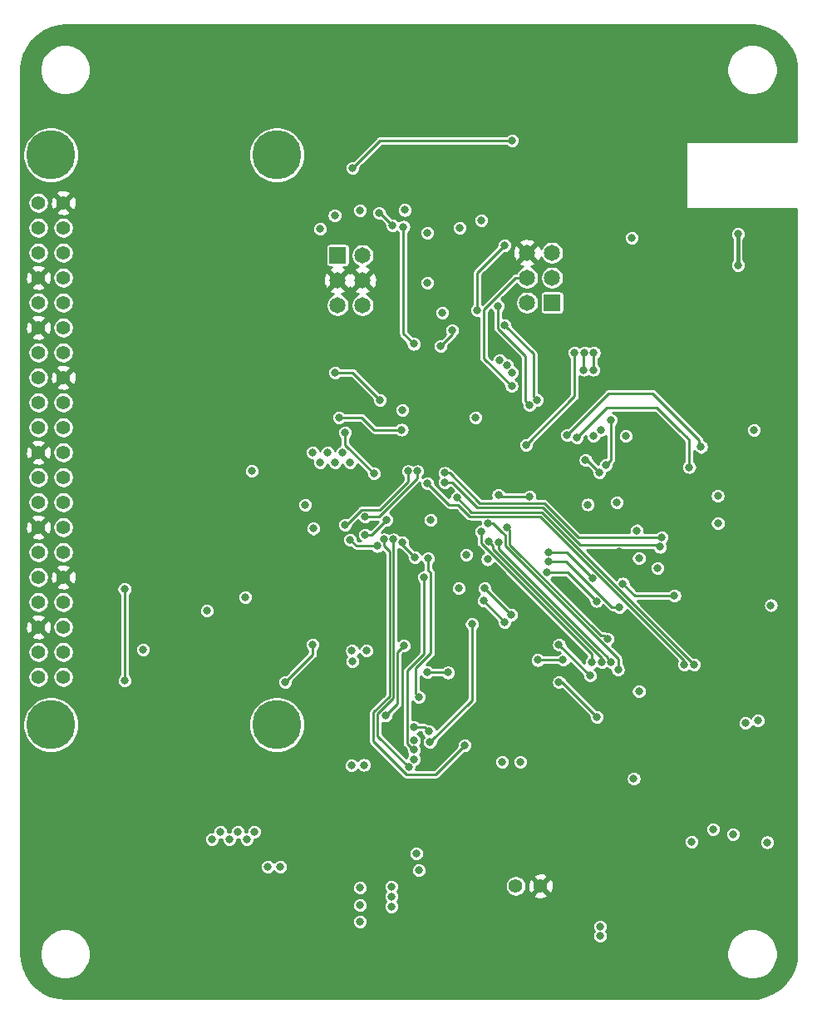
<source format=gbr>
G04 #@! TF.GenerationSoftware,KiCad,Pcbnew,(5.1.6)-1*
G04 #@! TF.CreationDate,2020-10-24T15:43:35-04:00*
G04 #@! TF.ProjectId,flight_computer,666c6967-6874-45f6-936f-6d7075746572,rev?*
G04 #@! TF.SameCoordinates,Original*
G04 #@! TF.FileFunction,Copper,L4,Bot*
G04 #@! TF.FilePolarity,Positive*
%FSLAX46Y46*%
G04 Gerber Fmt 4.6, Leading zero omitted, Abs format (unit mm)*
G04 Created by KiCad (PCBNEW (5.1.6)-1) date 2020-10-24 15:43:35*
%MOMM*%
%LPD*%
G01*
G04 APERTURE LIST*
G04 #@! TA.AperFunction,ComponentPad*
%ADD10C,5.000000*%
G04 #@! TD*
G04 #@! TA.AperFunction,ComponentPad*
%ADD11C,1.397000*%
G04 #@! TD*
G04 #@! TA.AperFunction,ComponentPad*
%ADD12R,1.651000X1.651000*%
G04 #@! TD*
G04 #@! TA.AperFunction,ComponentPad*
%ADD13C,1.651000*%
G04 #@! TD*
G04 #@! TA.AperFunction,ViaPad*
%ADD14C,0.800000*%
G04 #@! TD*
G04 #@! TA.AperFunction,Conductor*
%ADD15C,0.254000*%
G04 #@! TD*
G04 #@! TA.AperFunction,Conductor*
%ADD16C,0.381000*%
G04 #@! TD*
G04 APERTURE END LIST*
D10*
X106058000Y-74124000D03*
X106058000Y-132124000D03*
X83058000Y-74124000D03*
X83058000Y-132124000D03*
D11*
X84328000Y-78994000D03*
X81788000Y-78994000D03*
X84328000Y-81534000D03*
X81788000Y-81534000D03*
X84328000Y-84074000D03*
X81788000Y-84074000D03*
X84328000Y-86614000D03*
X81788000Y-86614000D03*
X84328000Y-89154000D03*
X81788000Y-89154000D03*
X84328000Y-91694000D03*
X81788000Y-91694000D03*
X84328000Y-94234000D03*
X81788000Y-94234000D03*
X84328000Y-96774000D03*
X81788000Y-96774000D03*
X84328000Y-99314000D03*
X81788000Y-99314000D03*
X84328000Y-101854000D03*
X81788000Y-101854000D03*
X84328000Y-104394000D03*
X81788000Y-104394000D03*
X84328000Y-106934000D03*
X81788000Y-106934000D03*
X84328000Y-109474000D03*
X81788000Y-109474000D03*
X84328000Y-112014000D03*
X81788000Y-112014000D03*
X84328000Y-114554000D03*
X81788000Y-114554000D03*
X84328000Y-117094000D03*
X81788000Y-117094000D03*
X84328000Y-119634000D03*
X81788000Y-119634000D03*
X84328000Y-122174000D03*
X81788000Y-122174000D03*
X84328000Y-124714000D03*
X81788000Y-124714000D03*
X84328000Y-127254000D03*
X81788000Y-127254000D03*
D12*
X134112000Y-89154000D03*
D13*
X131572000Y-89154000D03*
X134112000Y-86614000D03*
X131572000Y-86614000D03*
X134112000Y-84074000D03*
X131572000Y-84074000D03*
D12*
X112268000Y-84328000D03*
D13*
X114808000Y-84328000D03*
X112268000Y-86868000D03*
X114808000Y-86868000D03*
X112268000Y-89408000D03*
X114808000Y-89408000D03*
D11*
X130403600Y-148539200D03*
X132943600Y-148539200D03*
D14*
X115316000Y-118364000D03*
X115062000Y-119634000D03*
X115570000Y-145034000D03*
X114808000Y-145796000D03*
X115570000Y-146558000D03*
X114808000Y-147320000D03*
X105918000Y-157988000D03*
X107188000Y-156718000D03*
X107442000Y-154686000D03*
X116586000Y-153924000D03*
X117856000Y-153924000D03*
X118872000Y-153924000D03*
X120142000Y-153924000D03*
X117856000Y-155448000D03*
X118872000Y-155448000D03*
X120142000Y-155448000D03*
X116586000Y-155448000D03*
X114554000Y-153924000D03*
X114554000Y-155194000D03*
X127000000Y-147066000D03*
X127508000Y-149606000D03*
X127127000Y-156654500D03*
X127254000Y-154686000D03*
X90932000Y-150368000D03*
X89916000Y-155448000D03*
X92202000Y-154178000D03*
X92202000Y-156718000D03*
X124968000Y-143256000D03*
X100076000Y-145034000D03*
X89916000Y-143256000D03*
X92202000Y-144589500D03*
X92202000Y-141922500D03*
X137033000Y-156845000D03*
X137033000Y-153797000D03*
X153035000Y-137795000D03*
X156083000Y-127000000D03*
X154559000Y-125857000D03*
X153416000Y-92710000D03*
X132251400Y-91567000D03*
X133686499Y-92964000D03*
X135001000Y-94361000D03*
X150050500Y-70358000D03*
X151066500Y-70358000D03*
X153035000Y-70358000D03*
X154076400Y-70358000D03*
X157035500Y-70421500D03*
X158178500Y-70421500D03*
X147066000Y-74231500D03*
X155067000Y-82169000D03*
X156083000Y-82169000D03*
X157035500Y-82169000D03*
X158178500Y-82169000D03*
X152521920Y-147901660D03*
X157734000Y-100584000D03*
X152908000Y-101854000D03*
X97028000Y-122428000D03*
X95250000Y-123444000D03*
X97536000Y-126492000D03*
X128828989Y-118364000D03*
X146304000Y-127254000D03*
X150812500Y-133223000D03*
X125222000Y-67056000D03*
X144018000Y-78232000D03*
X103632000Y-128524000D03*
X104902000Y-128270000D03*
X115570000Y-91948000D03*
X115316000Y-100330000D03*
X127679400Y-99568000D03*
X142494000Y-110744000D03*
X140970000Y-114471400D03*
X105156000Y-115316000D03*
X121158000Y-110236000D03*
X101092000Y-120396000D03*
X105448100Y-139065000D03*
X135890000Y-64262000D03*
X140462000Y-64262000D03*
X110680500Y-109728000D03*
X112585500Y-109728000D03*
X114427000Y-101727000D03*
X142494000Y-101854000D03*
X144272000Y-101981000D03*
X145288000Y-87884000D03*
X144272000Y-84201000D03*
X144272000Y-80772000D03*
X129032000Y-131318000D03*
X130873500Y-131318000D03*
X125158500Y-137160000D03*
X126365000Y-138493500D03*
X115189000Y-128905000D03*
X143764000Y-136271000D03*
X120269000Y-118110000D03*
X150266400Y-82448400D03*
X103378000Y-107950000D03*
X113093500Y-131508500D03*
X114935000Y-131572000D03*
X140716000Y-93853000D03*
X142748000Y-93853000D03*
X144780000Y-93853000D03*
X146812000Y-93853000D03*
X148844000Y-93853000D03*
X140716000Y-96393000D03*
X142748000Y-96393000D03*
X144780000Y-96393000D03*
X146812000Y-96393000D03*
X148844000Y-96393000D03*
X81153000Y-136652000D03*
X81153000Y-152527000D03*
X142748000Y-158877000D03*
X157988000Y-152527000D03*
X157988000Y-148717000D03*
X88138000Y-62357000D03*
X110998000Y-62357000D03*
X152273000Y-61722000D03*
X149098000Y-61722000D03*
X145923000Y-61722000D03*
X142748000Y-61722000D03*
X139573000Y-61722000D03*
X135763000Y-61722000D03*
X81153000Y-139192000D03*
X81153000Y-141732000D03*
X81153000Y-144272000D03*
X81153000Y-146812000D03*
X81153000Y-149352000D03*
X112268000Y-64897000D03*
X112268000Y-68707000D03*
X112268000Y-72517000D03*
X108458000Y-136017000D03*
X110998000Y-138557000D03*
X113538000Y-141097000D03*
X91948000Y-62357000D03*
X95758000Y-62357000D03*
X99568000Y-62357000D03*
X103378000Y-62357000D03*
X107188000Y-62357000D03*
X146558000Y-158877000D03*
X150368000Y-158877000D03*
X154178000Y-158877000D03*
X96393000Y-110617000D03*
X99568000Y-113157000D03*
X94488000Y-112522000D03*
X97663000Y-115062000D03*
X92583000Y-114427000D03*
X95758000Y-116967000D03*
X93853000Y-118872000D03*
X137033000Y-152781000D03*
X137033000Y-157734000D03*
X156210000Y-114935000D03*
X150241000Y-125857000D03*
X152146000Y-125857000D03*
X148975848Y-120559152D03*
X157508000Y-104207000D03*
X157498000Y-107257000D03*
X154458000Y-110237000D03*
X146098000Y-108397000D03*
X152268000Y-112347000D03*
X150398000Y-112507000D03*
X147308000Y-108157000D03*
X105156000Y-146558000D03*
X154686000Y-102108000D03*
X106426000Y-146558000D03*
X128778000Y-94996000D03*
X130048000Y-96266000D03*
X137751246Y-109708254D03*
X127533997Y-115283366D03*
X121745150Y-111259189D03*
X129540000Y-95504000D03*
X140716000Y-109474000D03*
X122936000Y-90170000D03*
X126320600Y-100838000D03*
X121412000Y-82042000D03*
X121412000Y-87122000D03*
X114554000Y-79756000D03*
X119092591Y-79722591D03*
X124714000Y-81534000D03*
X126917400Y-80772000D03*
X109728000Y-104394000D03*
X110490000Y-105410000D03*
X111252000Y-104394000D03*
X112014000Y-105410000D03*
X112776000Y-104394000D03*
X113538000Y-105410000D03*
X138303000Y-102743000D03*
X139065000Y-102108000D03*
X141605000Y-102743000D03*
X124587000Y-118237000D03*
X125349000Y-114808000D03*
X108966000Y-109728000D03*
X118872000Y-100076000D03*
X109788000Y-112147000D03*
X142958000Y-128717000D03*
X144859916Y-116161449D03*
X142958000Y-115167000D03*
X142748000Y-112347000D03*
X115951000Y-106553000D03*
X113030000Y-102362000D03*
X150495000Y-142748000D03*
X152527000Y-143256000D03*
X155067000Y-131699000D03*
X153797000Y-131953000D03*
X156019500Y-144081500D03*
X156400500Y-119951500D03*
X139001500Y-153606500D03*
X139001500Y-152654000D03*
X120269000Y-145224500D03*
X117729000Y-150622000D03*
X117729000Y-149606000D03*
X117729000Y-148590000D03*
X114554000Y-148717000D03*
X114554000Y-150495000D03*
X114554000Y-152146000D03*
X120523000Y-146939000D03*
X92456000Y-124460000D03*
X98933000Y-120523000D03*
X148336000Y-144018000D03*
X110490000Y-81661000D03*
X111963200Y-80264000D03*
X99441000Y-143764000D03*
X100330000Y-143002000D03*
X101219000Y-143764000D03*
X102108000Y-143002000D03*
X102997000Y-143764000D03*
X103759000Y-143002000D03*
X142430500Y-137604500D03*
X103505000Y-106299000D03*
X150998000Y-111597000D03*
X150988000Y-108797000D03*
X102870000Y-119126000D03*
X142240000Y-82550000D03*
X129032000Y-135890000D03*
X130873500Y-135890000D03*
X115189000Y-124587000D03*
X113750600Y-125669800D03*
X113728500Y-124587000D03*
X120015000Y-133722820D03*
X113665000Y-136271000D03*
X114935000Y-136207500D03*
X116480600Y-80010000D03*
X117856000Y-81280000D03*
X118971409Y-81434591D03*
X120006055Y-93353945D03*
X123924409Y-91975591D03*
X122764600Y-93571409D03*
X132588000Y-99060000D03*
X129286000Y-91440000D03*
X131795554Y-99588297D03*
X128606599Y-89490599D03*
X119442092Y-106315425D03*
X113030000Y-111760000D03*
X120394495Y-106315425D03*
X115062000Y-110915400D03*
X134810500Y-123952000D03*
X137985500Y-127127000D03*
X127552400Y-111574217D03*
X140823803Y-126522384D03*
X140144403Y-125730000D03*
X128680073Y-113523277D03*
X127698500Y-113474500D03*
X139192000Y-125730000D03*
X138176000Y-125730000D03*
X126873000Y-112458500D03*
X129286000Y-83312000D03*
X126483712Y-89916000D03*
X129985700Y-97658166D03*
X131445000Y-103632000D03*
X136398000Y-94234000D03*
X131826000Y-108896190D03*
X128638210Y-108712000D03*
X117265400Y-111252000D03*
X115062000Y-112776000D03*
X141318166Y-117761834D03*
X138266959Y-117207013D03*
X133724690Y-114554000D03*
X146569870Y-118959870D03*
X127127000Y-119507000D03*
X129286000Y-121666000D03*
X137514067Y-105177918D03*
X138938541Y-106426541D03*
X138684000Y-131318000D03*
X134804190Y-127762000D03*
X129956909Y-120939909D03*
X127254000Y-118237000D03*
X118796087Y-102094101D03*
X112395000Y-100838000D03*
X90546841Y-118296341D03*
X90551000Y-127635000D03*
X133604000Y-116586000D03*
X138635091Y-119529909D03*
X137335917Y-95997900D03*
X137414000Y-94234000D03*
X138303000Y-95997900D03*
X138366358Y-94243100D03*
X139573000Y-105663999D03*
X140081000Y-101092000D03*
X123190000Y-107442000D03*
X145119609Y-114015391D03*
X145288000Y-113030000D03*
X123194207Y-106485390D03*
X133724690Y-115506403D03*
X140978000Y-120147000D03*
X139762367Y-123381633D03*
X129540000Y-112014000D03*
X124399761Y-109026239D03*
X148590000Y-125984000D03*
X121412000Y-107524600D03*
X147574000Y-125984000D03*
X109728000Y-123952000D03*
X106934000Y-127762000D03*
X117176600Y-131191000D03*
X118999000Y-124079000D03*
X117948034Y-113254128D03*
X119490698Y-136422721D03*
X120015000Y-135627626D03*
X121672147Y-133872103D03*
X125938217Y-121874218D03*
X121063139Y-117094000D03*
X120015000Y-134675223D03*
X123503410Y-126805410D03*
X121412000Y-126746000D03*
X120015000Y-132364020D03*
X121543340Y-132782478D03*
X135227409Y-125511909D03*
X132638879Y-125526800D03*
X116974577Y-113254128D03*
X125222000Y-134198600D03*
X121475500Y-115189000D03*
X120523000Y-129286000D03*
X118872000Y-113538000D03*
X120142000Y-115062000D03*
X113538000Y-113284000D03*
X116284824Y-113933528D03*
X153035000Y-82169000D03*
X153035000Y-85344000D03*
X136652000Y-102870000D03*
X148088000Y-105897000D03*
X135636000Y-102616000D03*
X149288000Y-103847000D03*
X130048000Y-72644000D03*
X113792000Y-75438000D03*
X112014000Y-96266000D03*
X116586000Y-99060000D03*
D15*
X113030000Y-102362000D02*
X113030000Y-103632000D01*
X113030000Y-103632000D02*
X115951000Y-106553000D01*
X116480600Y-80010000D02*
X116586000Y-80010000D01*
X116586000Y-80010000D02*
X117856000Y-81280000D01*
X118971409Y-81434591D02*
X118971409Y-84598600D01*
X118971409Y-84598600D02*
X118971409Y-92319299D01*
X118971409Y-92319299D02*
X120006055Y-93353945D01*
X123924409Y-91975591D02*
X123924409Y-92411600D01*
X123924409Y-92411600D02*
X122764600Y-93571409D01*
X132188001Y-94342001D02*
X129286000Y-91440000D01*
X132588000Y-99060000D02*
X132188001Y-98660001D01*
X132188001Y-98660001D02*
X132188001Y-94342001D01*
X131795554Y-99588297D02*
X131395555Y-99188298D01*
X131395555Y-94555069D02*
X128606599Y-91766113D01*
X131395555Y-99188298D02*
X131395555Y-94555069D01*
X128606599Y-91766113D02*
X128606599Y-91186000D01*
X128606599Y-91186000D02*
X128606599Y-89490599D01*
X119442092Y-106315425D02*
X119442092Y-107379908D01*
X119442092Y-107379908D02*
X116586000Y-110236000D01*
X113211886Y-111760000D02*
X113030000Y-111760000D01*
X116586000Y-110236000D02*
X114735887Y-110235999D01*
X114735887Y-110235999D02*
X113211886Y-111760000D01*
X116481350Y-110915400D02*
X115062000Y-110915400D01*
X120394495Y-106315425D02*
X120394495Y-107002255D01*
X120394495Y-107002255D02*
X116481350Y-110915400D01*
X134810500Y-123952000D02*
X137985500Y-127127000D01*
X127552400Y-111574217D02*
X128118085Y-111574217D01*
X129359474Y-112815606D02*
X129048934Y-112505066D01*
X128118085Y-111574217D02*
X129048934Y-112505066D01*
X140823803Y-126522384D02*
X140823803Y-125403886D01*
X129359474Y-113939557D02*
X129359474Y-112815606D01*
X140823803Y-125403886D02*
X129359474Y-113939557D01*
X139744404Y-125330001D02*
X139744404Y-125266404D01*
X140144403Y-125730000D02*
X139744404Y-125330001D01*
X138874500Y-124396500D02*
X138802145Y-124396500D01*
X139744404Y-125266404D02*
X138874500Y-124396500D01*
X138802145Y-124396500D02*
X128680073Y-114274428D01*
X128680073Y-114274428D02*
X128680073Y-113523277D01*
X128098499Y-113874499D02*
X128098499Y-114267604D01*
X127698500Y-113474500D02*
X128098499Y-113874499D01*
X128098499Y-114267604D02*
X139192000Y-125361105D01*
X139192000Y-125361105D02*
X139192000Y-125730000D01*
X126873000Y-113616855D02*
X126873000Y-112458500D01*
X138176000Y-125730000D02*
X138176000Y-124919855D01*
X138176000Y-124919855D02*
X126873000Y-113616855D01*
X129286000Y-83312000D02*
X126483712Y-86114288D01*
X126483712Y-86114288D02*
X126483712Y-89916000D01*
X129985700Y-97658166D02*
X127163112Y-94835578D01*
X127163112Y-89855455D02*
X127163112Y-91349112D01*
X131572000Y-86614000D02*
X130404567Y-86614000D01*
X127163112Y-94835578D02*
X127163112Y-91349112D01*
X130404567Y-86614000D02*
X127163112Y-89855455D01*
X127163112Y-91349112D02*
X127163112Y-91238746D01*
X131445000Y-103632000D02*
X136398000Y-98679000D01*
X136398000Y-98679000D02*
X136398000Y-94234000D01*
X131826000Y-108896190D02*
X128822400Y-108896190D01*
X128822400Y-108896190D02*
X128638210Y-108712000D01*
X117265400Y-111252000D02*
X115741400Y-112776000D01*
X115741400Y-112776000D02*
X115062000Y-112776000D01*
X141412332Y-117856000D02*
X141318166Y-117761834D01*
X138266959Y-117207013D02*
X135613946Y-114554000D01*
X135613946Y-114554000D02*
X133724690Y-114554000D01*
X146569870Y-118959870D02*
X146502500Y-118892500D01*
X141348832Y-117792500D02*
X141318166Y-117761834D01*
X142516202Y-118959870D02*
X141318166Y-117761834D01*
X146569870Y-118959870D02*
X142516202Y-118959870D01*
X127127000Y-119507000D02*
X129286000Y-121666000D01*
X137514067Y-105177918D02*
X137689918Y-105177918D01*
X137689918Y-105177918D02*
X138938541Y-106426541D01*
X138684000Y-131318000D02*
X135128000Y-127762000D01*
X135128000Y-127762000D02*
X134804190Y-127762000D01*
X129956909Y-120939909D02*
X127254000Y-118237000D01*
X118796087Y-102094101D02*
X116000601Y-102094101D01*
X116000601Y-102094101D02*
X114744500Y-100838000D01*
X114744500Y-100838000D02*
X112395000Y-100838000D01*
X90546841Y-118296341D02*
X90551000Y-118300500D01*
X90551000Y-118300500D02*
X90551000Y-127635000D01*
X133604000Y-116586000D02*
X135691182Y-116586000D01*
X135691182Y-116586000D02*
X138635091Y-119529909D01*
X137335917Y-95997900D02*
X137335917Y-94312083D01*
X137335917Y-94312083D02*
X137414000Y-94234000D01*
X138303000Y-95997900D02*
X138303000Y-94306458D01*
X138303000Y-94306458D02*
X138366358Y-94243100D01*
X140081000Y-105155999D02*
X139573000Y-105663999D01*
X140081000Y-101092000D02*
X140081000Y-105155999D01*
X133152264Y-109982000D02*
X126492000Y-109982000D01*
X126492000Y-109982000D02*
X123952000Y-107442000D01*
X123952000Y-107442000D02*
X123190000Y-107442000D01*
X136962263Y-113791999D02*
X136752632Y-113582368D01*
X144896217Y-113791999D02*
X136962263Y-113791999D01*
X145119609Y-114015391D02*
X144896217Y-113791999D01*
X136962264Y-113792000D02*
X136752632Y-113582368D01*
X136752632Y-113582368D02*
X133152264Y-109982000D01*
X145288000Y-113030000D02*
X136775014Y-113030000D01*
X136775014Y-113030000D02*
X133320604Y-109575590D01*
X133320604Y-109575590D02*
X126746000Y-109575590D01*
X126746000Y-109575590D02*
X123655800Y-106485390D01*
X123655800Y-106485390D02*
X123194207Y-106485390D01*
X133724690Y-115506403D02*
X135572403Y-115506403D01*
X135572403Y-115506403D02*
X139446000Y-119380000D01*
X139446000Y-119380000D02*
X139451000Y-119380000D01*
X139446000Y-119380000D02*
X139446000Y-119385000D01*
X139446000Y-119385000D02*
X140208000Y-120147000D01*
X140208000Y-120147000D02*
X140978000Y-120147000D01*
X129540000Y-112014000D02*
X129794000Y-112268000D01*
X129794000Y-112268000D02*
X129794000Y-113799333D01*
X129794000Y-113799333D02*
X139061333Y-123066666D01*
X139447400Y-123066666D02*
X139762367Y-123381633D01*
X139061333Y-123066666D02*
X139447400Y-123066666D01*
X124399761Y-109026239D02*
X125861928Y-110488406D01*
X148579514Y-125984000D02*
X148590000Y-125984000D01*
X125861928Y-110488406D02*
X133083920Y-110488406D01*
X133083920Y-110488406D02*
X148579514Y-125984000D01*
X121412000Y-107524600D02*
X123615400Y-109728000D01*
X125693588Y-110894816D02*
X132915580Y-110894816D01*
X123615400Y-109728000D02*
X124526772Y-109728000D01*
X124526772Y-109728000D02*
X125693588Y-110894816D01*
X132915580Y-110894816D02*
X147574000Y-125553236D01*
X147574000Y-125553236D02*
X147574000Y-125984000D01*
X109728000Y-123952000D02*
X109728000Y-124968000D01*
X109728000Y-124968000D02*
X106934000Y-127762000D01*
X118354444Y-130013156D02*
X117176600Y-131191000D01*
X118999000Y-124079000D02*
X118354444Y-124723556D01*
X118354444Y-124723556D02*
X118354444Y-130013156D01*
X117948034Y-129414052D02*
X116332000Y-131030086D01*
X117948034Y-113254128D02*
X117948034Y-129414052D01*
X116332000Y-131030086D02*
X116332000Y-133264023D01*
X116332000Y-133264023D02*
X119490698Y-136422721D01*
X121672147Y-133872103D02*
X125938217Y-129606033D01*
X125938217Y-129606033D02*
X125938217Y-121874218D01*
X119380000Y-131993506D02*
X119335599Y-132037907D01*
X119335599Y-132037907D02*
X119335599Y-132690133D01*
X119335599Y-134048933D02*
X119961889Y-134675223D01*
X121063139Y-117094000D02*
X121063139Y-124939847D01*
X119380000Y-126622986D02*
X119380000Y-131993506D01*
X121063139Y-124939847D02*
X119380000Y-126622986D01*
X119380000Y-133352306D02*
X119335599Y-133396707D01*
X119961889Y-134675223D02*
X120015000Y-134675223D01*
X119335599Y-132690133D02*
X119380000Y-132734534D01*
X119380000Y-132734534D02*
X119380000Y-133352306D01*
X119335599Y-133396707D02*
X119335599Y-134048933D01*
X123503410Y-126805410D02*
X121471410Y-126805410D01*
X121471410Y-126805410D02*
X121412000Y-126746000D01*
X120015000Y-132364020D02*
X121124882Y-132364020D01*
X121124882Y-132364020D02*
X121543340Y-132782478D01*
X135191500Y-125476000D02*
X135227409Y-125511909D01*
X135227409Y-125511909D02*
X132653770Y-125511909D01*
X132653770Y-125511909D02*
X132638879Y-125526800D01*
X116974577Y-113926577D02*
X117541624Y-114493624D01*
X116974577Y-113254128D02*
X116974577Y-113926577D01*
X115925590Y-130861746D02*
X115925590Y-133832590D01*
X117541624Y-114493624D02*
X117541624Y-129245712D01*
X117541624Y-129245712D02*
X115925590Y-130861746D01*
X115925590Y-133832590D02*
X119253000Y-137160000D01*
X119253000Y-137160000D02*
X122260600Y-137160000D01*
X122260600Y-137160000D02*
X125222000Y-134198600D01*
X121469548Y-116389548D02*
X121742539Y-116662539D01*
X121469548Y-115536336D02*
X121469548Y-116389548D01*
X121475500Y-115189000D02*
X121475500Y-115530384D01*
X121475500Y-115530384D02*
X121469548Y-115536336D01*
X120243590Y-129006590D02*
X120523000Y-129286000D01*
X121742539Y-116662539D02*
X121742539Y-124835197D01*
X120243590Y-126334146D02*
X120243590Y-129006590D01*
X121742539Y-124835197D02*
X120243590Y-126334146D01*
X118872000Y-113792000D02*
X120142000Y-115062000D01*
X118872000Y-113538000D02*
X118872000Y-113792000D01*
X113538000Y-113284000D02*
X114187528Y-113933528D01*
X114187528Y-113933528D02*
X116284824Y-113933528D01*
D16*
X153035000Y-82169000D02*
X153035000Y-85344000D01*
D15*
X147066000Y-102108000D02*
X146558000Y-101600000D01*
X146558000Y-101600000D02*
X144780000Y-99822000D01*
X144780000Y-99822000D02*
X140716000Y-99822000D01*
X140716000Y-99822000D02*
X139700000Y-99822000D01*
X139700000Y-99822000D02*
X136652000Y-102870000D01*
X148088000Y-105897000D02*
X148088000Y-103130000D01*
X148088000Y-103130000D02*
X147781500Y-102823500D01*
X147781500Y-102823500D02*
X147066000Y-102108000D01*
X139871401Y-98380599D02*
X144354599Y-98380599D01*
X135636000Y-102616000D02*
X139871401Y-98380599D01*
X144354599Y-98380599D02*
X149098000Y-103124000D01*
X149098000Y-103124000D02*
X149098000Y-103657000D01*
X149098000Y-103657000D02*
X149288000Y-103847000D01*
X130048000Y-72644000D02*
X116586000Y-72644000D01*
X116586000Y-72644000D02*
X113792000Y-75438000D01*
X112014000Y-96266000D02*
X113792000Y-96266000D01*
X113792000Y-96266000D02*
X116586000Y-99060000D01*
G36*
X155236075Y-61007566D02*
G01*
X156024417Y-61223232D01*
X156762107Y-61575093D01*
X157425830Y-62052025D01*
X157994606Y-62638957D01*
X158450457Y-63317334D01*
X158778975Y-64065718D01*
X158970659Y-64864143D01*
X159021001Y-65549662D01*
X159021001Y-72771000D01*
X147828000Y-72771000D01*
X147803224Y-72773440D01*
X147779399Y-72780667D01*
X147757443Y-72792403D01*
X147738197Y-72808197D01*
X147722403Y-72827443D01*
X147710667Y-72849399D01*
X147703440Y-72873224D01*
X147701000Y-72898000D01*
X147701000Y-79502000D01*
X147703440Y-79526776D01*
X147710667Y-79550601D01*
X147722403Y-79572557D01*
X147738197Y-79591803D01*
X147757443Y-79607597D01*
X147779399Y-79619333D01*
X147803224Y-79626560D01*
X147828000Y-79629000D01*
X159021001Y-79629000D01*
X159021000Y-155350565D01*
X158946433Y-156186077D01*
X158730767Y-156974418D01*
X158378908Y-157712104D01*
X157901974Y-158375831D01*
X157315042Y-158944607D01*
X156636663Y-159400459D01*
X155888281Y-159728976D01*
X155089854Y-159920660D01*
X154404365Y-159971000D01*
X84603434Y-159971000D01*
X83767922Y-159896433D01*
X82979581Y-159680767D01*
X82241892Y-159328907D01*
X81578167Y-158851972D01*
X81009390Y-158265039D01*
X80553542Y-157586666D01*
X80225024Y-156838282D01*
X80033340Y-156039855D01*
X79983000Y-155354366D01*
X79983000Y-155197057D01*
X81913525Y-155197057D01*
X81913525Y-155706943D01*
X82012998Y-156207030D01*
X82208123Y-156678103D01*
X82491400Y-157102057D01*
X82851943Y-157462600D01*
X83275897Y-157745877D01*
X83746970Y-157941002D01*
X84247057Y-158040475D01*
X84756943Y-158040475D01*
X85257030Y-157941002D01*
X85728103Y-157745877D01*
X86152057Y-157462600D01*
X86512600Y-157102057D01*
X86795877Y-156678103D01*
X86991002Y-156207030D01*
X87090475Y-155706943D01*
X87090475Y-155197058D01*
X151913526Y-155197058D01*
X151913526Y-155706942D01*
X152012999Y-156207030D01*
X152208124Y-156678102D01*
X152491401Y-157102056D01*
X152851944Y-157462599D01*
X153275898Y-157745876D01*
X153746970Y-157941001D01*
X154247058Y-158040474D01*
X154756942Y-158040474D01*
X155257030Y-157941001D01*
X155728102Y-157745876D01*
X156152056Y-157462599D01*
X156512599Y-157102056D01*
X156795876Y-156678102D01*
X156991001Y-156207030D01*
X157090474Y-155706942D01*
X157090474Y-155197058D01*
X156991001Y-154696970D01*
X156795876Y-154225898D01*
X156512599Y-153801944D01*
X156152056Y-153441401D01*
X155728102Y-153158124D01*
X155257030Y-152962999D01*
X154756942Y-152863526D01*
X154247058Y-152863526D01*
X153746970Y-152962999D01*
X153275898Y-153158124D01*
X152851944Y-153441401D01*
X152491401Y-153801944D01*
X152208124Y-154225898D01*
X152012999Y-154696970D01*
X151913526Y-155197058D01*
X87090475Y-155197058D01*
X87090475Y-155197057D01*
X86991002Y-154696970D01*
X86795877Y-154225897D01*
X86512600Y-153801943D01*
X86152057Y-153441400D01*
X85728103Y-153158123D01*
X85257030Y-152962998D01*
X84756943Y-152863525D01*
X84247057Y-152863525D01*
X83746970Y-152962998D01*
X83275897Y-153158123D01*
X82851943Y-153441400D01*
X82491400Y-153801943D01*
X82208123Y-154225897D01*
X82012998Y-154696970D01*
X81913525Y-155197057D01*
X79983000Y-155197057D01*
X79983000Y-152069078D01*
X113773000Y-152069078D01*
X113773000Y-152222922D01*
X113803013Y-152373809D01*
X113861887Y-152515942D01*
X113947358Y-152643859D01*
X114056141Y-152752642D01*
X114184058Y-152838113D01*
X114326191Y-152896987D01*
X114477078Y-152927000D01*
X114630922Y-152927000D01*
X114781809Y-152896987D01*
X114923942Y-152838113D01*
X115051859Y-152752642D01*
X115160642Y-152643859D01*
X115205263Y-152577078D01*
X138220500Y-152577078D01*
X138220500Y-152730922D01*
X138250513Y-152881809D01*
X138309387Y-153023942D01*
X138380419Y-153130250D01*
X138309387Y-153236558D01*
X138250513Y-153378691D01*
X138220500Y-153529578D01*
X138220500Y-153683422D01*
X138250513Y-153834309D01*
X138309387Y-153976442D01*
X138394858Y-154104359D01*
X138503641Y-154213142D01*
X138631558Y-154298613D01*
X138773691Y-154357487D01*
X138924578Y-154387500D01*
X139078422Y-154387500D01*
X139229309Y-154357487D01*
X139371442Y-154298613D01*
X139499359Y-154213142D01*
X139608142Y-154104359D01*
X139693613Y-153976442D01*
X139752487Y-153834309D01*
X139782500Y-153683422D01*
X139782500Y-153529578D01*
X139752487Y-153378691D01*
X139693613Y-153236558D01*
X139622581Y-153130250D01*
X139693613Y-153023942D01*
X139752487Y-152881809D01*
X139782500Y-152730922D01*
X139782500Y-152577078D01*
X139752487Y-152426191D01*
X139693613Y-152284058D01*
X139608142Y-152156141D01*
X139499359Y-152047358D01*
X139371442Y-151961887D01*
X139229309Y-151903013D01*
X139078422Y-151873000D01*
X138924578Y-151873000D01*
X138773691Y-151903013D01*
X138631558Y-151961887D01*
X138503641Y-152047358D01*
X138394858Y-152156141D01*
X138309387Y-152284058D01*
X138250513Y-152426191D01*
X138220500Y-152577078D01*
X115205263Y-152577078D01*
X115246113Y-152515942D01*
X115304987Y-152373809D01*
X115335000Y-152222922D01*
X115335000Y-152069078D01*
X115304987Y-151918191D01*
X115246113Y-151776058D01*
X115160642Y-151648141D01*
X115051859Y-151539358D01*
X114923942Y-151453887D01*
X114781809Y-151395013D01*
X114630922Y-151365000D01*
X114477078Y-151365000D01*
X114326191Y-151395013D01*
X114184058Y-151453887D01*
X114056141Y-151539358D01*
X113947358Y-151648141D01*
X113861887Y-151776058D01*
X113803013Y-151918191D01*
X113773000Y-152069078D01*
X79983000Y-152069078D01*
X79983000Y-150418078D01*
X113773000Y-150418078D01*
X113773000Y-150571922D01*
X113803013Y-150722809D01*
X113861887Y-150864942D01*
X113947358Y-150992859D01*
X114056141Y-151101642D01*
X114184058Y-151187113D01*
X114326191Y-151245987D01*
X114477078Y-151276000D01*
X114630922Y-151276000D01*
X114781809Y-151245987D01*
X114923942Y-151187113D01*
X115051859Y-151101642D01*
X115160642Y-150992859D01*
X115246113Y-150864942D01*
X115304987Y-150722809D01*
X115335000Y-150571922D01*
X115335000Y-150418078D01*
X115304987Y-150267191D01*
X115246113Y-150125058D01*
X115160642Y-149997141D01*
X115051859Y-149888358D01*
X114923942Y-149802887D01*
X114781809Y-149744013D01*
X114630922Y-149714000D01*
X114477078Y-149714000D01*
X114326191Y-149744013D01*
X114184058Y-149802887D01*
X114056141Y-149888358D01*
X113947358Y-149997141D01*
X113861887Y-150125058D01*
X113803013Y-150267191D01*
X113773000Y-150418078D01*
X79983000Y-150418078D01*
X79983000Y-148640078D01*
X113773000Y-148640078D01*
X113773000Y-148793922D01*
X113803013Y-148944809D01*
X113861887Y-149086942D01*
X113947358Y-149214859D01*
X114056141Y-149323642D01*
X114184058Y-149409113D01*
X114326191Y-149467987D01*
X114477078Y-149498000D01*
X114630922Y-149498000D01*
X114781809Y-149467987D01*
X114923942Y-149409113D01*
X115051859Y-149323642D01*
X115160642Y-149214859D01*
X115246113Y-149086942D01*
X115304987Y-148944809D01*
X115335000Y-148793922D01*
X115335000Y-148640078D01*
X115309739Y-148513078D01*
X116948000Y-148513078D01*
X116948000Y-148666922D01*
X116978013Y-148817809D01*
X117036887Y-148959942D01*
X117122358Y-149087859D01*
X117132499Y-149098000D01*
X117122358Y-149108141D01*
X117036887Y-149236058D01*
X116978013Y-149378191D01*
X116948000Y-149529078D01*
X116948000Y-149682922D01*
X116978013Y-149833809D01*
X117036887Y-149975942D01*
X117122358Y-150103859D01*
X117132499Y-150114000D01*
X117122358Y-150124141D01*
X117036887Y-150252058D01*
X116978013Y-150394191D01*
X116948000Y-150545078D01*
X116948000Y-150698922D01*
X116978013Y-150849809D01*
X117036887Y-150991942D01*
X117122358Y-151119859D01*
X117231141Y-151228642D01*
X117359058Y-151314113D01*
X117501191Y-151372987D01*
X117652078Y-151403000D01*
X117805922Y-151403000D01*
X117956809Y-151372987D01*
X118098942Y-151314113D01*
X118226859Y-151228642D01*
X118335642Y-151119859D01*
X118421113Y-150991942D01*
X118479987Y-150849809D01*
X118510000Y-150698922D01*
X118510000Y-150545078D01*
X118479987Y-150394191D01*
X118421113Y-150252058D01*
X118335642Y-150124141D01*
X118325501Y-150114000D01*
X118335642Y-150103859D01*
X118421113Y-149975942D01*
X118479987Y-149833809D01*
X118510000Y-149682922D01*
X118510000Y-149529078D01*
X118479987Y-149378191D01*
X118421113Y-149236058D01*
X118335642Y-149108141D01*
X118325501Y-149098000D01*
X118335642Y-149087859D01*
X118421113Y-148959942D01*
X118479987Y-148817809D01*
X118510000Y-148666922D01*
X118510000Y-148513078D01*
X118494048Y-148432879D01*
X129324100Y-148432879D01*
X129324100Y-148645521D01*
X129365585Y-148854078D01*
X129446960Y-149050535D01*
X129565098Y-149227341D01*
X129715459Y-149377702D01*
X129892265Y-149495840D01*
X130088722Y-149577215D01*
X130297279Y-149618700D01*
X130509921Y-149618700D01*
X130718478Y-149577215D01*
X130914935Y-149495840D01*
X130969475Y-149459397D01*
X132203008Y-149459397D01*
X132262286Y-149693012D01*
X132500475Y-149803759D01*
X132755693Y-149865911D01*
X133018133Y-149877076D01*
X133277707Y-149836829D01*
X133524442Y-149746714D01*
X133624914Y-149693012D01*
X133684192Y-149459397D01*
X132943600Y-148718805D01*
X132203008Y-149459397D01*
X130969475Y-149459397D01*
X131091741Y-149377702D01*
X131242102Y-149227341D01*
X131360240Y-149050535D01*
X131441615Y-148854078D01*
X131483100Y-148645521D01*
X131483100Y-148613733D01*
X131605724Y-148613733D01*
X131645971Y-148873307D01*
X131736086Y-149120042D01*
X131789788Y-149220514D01*
X132023403Y-149279792D01*
X132763995Y-148539200D01*
X133123205Y-148539200D01*
X133863797Y-149279792D01*
X134097412Y-149220514D01*
X134208159Y-148982325D01*
X134270311Y-148727107D01*
X134281476Y-148464667D01*
X134241229Y-148205093D01*
X134151114Y-147958358D01*
X134097412Y-147857886D01*
X133863797Y-147798608D01*
X133123205Y-148539200D01*
X132763995Y-148539200D01*
X132023403Y-147798608D01*
X131789788Y-147857886D01*
X131679041Y-148096075D01*
X131616889Y-148351293D01*
X131605724Y-148613733D01*
X131483100Y-148613733D01*
X131483100Y-148432879D01*
X131441615Y-148224322D01*
X131360240Y-148027865D01*
X131242102Y-147851059D01*
X131091741Y-147700698D01*
X130969476Y-147619003D01*
X132203008Y-147619003D01*
X132943600Y-148359595D01*
X133684192Y-147619003D01*
X133624914Y-147385388D01*
X133386725Y-147274641D01*
X133131507Y-147212489D01*
X132869067Y-147201324D01*
X132609493Y-147241571D01*
X132362758Y-147331686D01*
X132262286Y-147385388D01*
X132203008Y-147619003D01*
X130969476Y-147619003D01*
X130914935Y-147582560D01*
X130718478Y-147501185D01*
X130509921Y-147459700D01*
X130297279Y-147459700D01*
X130088722Y-147501185D01*
X129892265Y-147582560D01*
X129715459Y-147700698D01*
X129565098Y-147851059D01*
X129446960Y-148027865D01*
X129365585Y-148224322D01*
X129324100Y-148432879D01*
X118494048Y-148432879D01*
X118479987Y-148362191D01*
X118421113Y-148220058D01*
X118335642Y-148092141D01*
X118226859Y-147983358D01*
X118098942Y-147897887D01*
X117956809Y-147839013D01*
X117805922Y-147809000D01*
X117652078Y-147809000D01*
X117501191Y-147839013D01*
X117359058Y-147897887D01*
X117231141Y-147983358D01*
X117122358Y-148092141D01*
X117036887Y-148220058D01*
X116978013Y-148362191D01*
X116948000Y-148513078D01*
X115309739Y-148513078D01*
X115304987Y-148489191D01*
X115246113Y-148347058D01*
X115160642Y-148219141D01*
X115051859Y-148110358D01*
X114923942Y-148024887D01*
X114781809Y-147966013D01*
X114630922Y-147936000D01*
X114477078Y-147936000D01*
X114326191Y-147966013D01*
X114184058Y-148024887D01*
X114056141Y-148110358D01*
X113947358Y-148219141D01*
X113861887Y-148347058D01*
X113803013Y-148489191D01*
X113773000Y-148640078D01*
X79983000Y-148640078D01*
X79983000Y-146481078D01*
X104375000Y-146481078D01*
X104375000Y-146634922D01*
X104405013Y-146785809D01*
X104463887Y-146927942D01*
X104549358Y-147055859D01*
X104658141Y-147164642D01*
X104786058Y-147250113D01*
X104928191Y-147308987D01*
X105079078Y-147339000D01*
X105232922Y-147339000D01*
X105383809Y-147308987D01*
X105525942Y-147250113D01*
X105653859Y-147164642D01*
X105762642Y-147055859D01*
X105791000Y-147013418D01*
X105819358Y-147055859D01*
X105928141Y-147164642D01*
X106056058Y-147250113D01*
X106198191Y-147308987D01*
X106349078Y-147339000D01*
X106502922Y-147339000D01*
X106653809Y-147308987D01*
X106795942Y-147250113D01*
X106923859Y-147164642D01*
X107032642Y-147055859D01*
X107118113Y-146927942D01*
X107145395Y-146862078D01*
X119742000Y-146862078D01*
X119742000Y-147015922D01*
X119772013Y-147166809D01*
X119830887Y-147308942D01*
X119916358Y-147436859D01*
X120025141Y-147545642D01*
X120153058Y-147631113D01*
X120295191Y-147689987D01*
X120446078Y-147720000D01*
X120599922Y-147720000D01*
X120750809Y-147689987D01*
X120892942Y-147631113D01*
X121020859Y-147545642D01*
X121129642Y-147436859D01*
X121215113Y-147308942D01*
X121273987Y-147166809D01*
X121304000Y-147015922D01*
X121304000Y-146862078D01*
X121273987Y-146711191D01*
X121215113Y-146569058D01*
X121129642Y-146441141D01*
X121020859Y-146332358D01*
X120892942Y-146246887D01*
X120750809Y-146188013D01*
X120599922Y-146158000D01*
X120446078Y-146158000D01*
X120295191Y-146188013D01*
X120153058Y-146246887D01*
X120025141Y-146332358D01*
X119916358Y-146441141D01*
X119830887Y-146569058D01*
X119772013Y-146711191D01*
X119742000Y-146862078D01*
X107145395Y-146862078D01*
X107176987Y-146785809D01*
X107207000Y-146634922D01*
X107207000Y-146481078D01*
X107176987Y-146330191D01*
X107118113Y-146188058D01*
X107032642Y-146060141D01*
X106923859Y-145951358D01*
X106795942Y-145865887D01*
X106653809Y-145807013D01*
X106502922Y-145777000D01*
X106349078Y-145777000D01*
X106198191Y-145807013D01*
X106056058Y-145865887D01*
X105928141Y-145951358D01*
X105819358Y-146060141D01*
X105791000Y-146102582D01*
X105762642Y-146060141D01*
X105653859Y-145951358D01*
X105525942Y-145865887D01*
X105383809Y-145807013D01*
X105232922Y-145777000D01*
X105079078Y-145777000D01*
X104928191Y-145807013D01*
X104786058Y-145865887D01*
X104658141Y-145951358D01*
X104549358Y-146060141D01*
X104463887Y-146188058D01*
X104405013Y-146330191D01*
X104375000Y-146481078D01*
X79983000Y-146481078D01*
X79983000Y-145147578D01*
X119488000Y-145147578D01*
X119488000Y-145301422D01*
X119518013Y-145452309D01*
X119576887Y-145594442D01*
X119662358Y-145722359D01*
X119771141Y-145831142D01*
X119899058Y-145916613D01*
X120041191Y-145975487D01*
X120192078Y-146005500D01*
X120345922Y-146005500D01*
X120496809Y-145975487D01*
X120638942Y-145916613D01*
X120766859Y-145831142D01*
X120875642Y-145722359D01*
X120961113Y-145594442D01*
X121019987Y-145452309D01*
X121050000Y-145301422D01*
X121050000Y-145147578D01*
X121019987Y-144996691D01*
X120961113Y-144854558D01*
X120875642Y-144726641D01*
X120766859Y-144617858D01*
X120638942Y-144532387D01*
X120496809Y-144473513D01*
X120345922Y-144443500D01*
X120192078Y-144443500D01*
X120041191Y-144473513D01*
X119899058Y-144532387D01*
X119771141Y-144617858D01*
X119662358Y-144726641D01*
X119576887Y-144854558D01*
X119518013Y-144996691D01*
X119488000Y-145147578D01*
X79983000Y-145147578D01*
X79983000Y-143687078D01*
X98660000Y-143687078D01*
X98660000Y-143840922D01*
X98690013Y-143991809D01*
X98748887Y-144133942D01*
X98834358Y-144261859D01*
X98943141Y-144370642D01*
X99071058Y-144456113D01*
X99213191Y-144514987D01*
X99364078Y-144545000D01*
X99517922Y-144545000D01*
X99668809Y-144514987D01*
X99810942Y-144456113D01*
X99938859Y-144370642D01*
X100047642Y-144261859D01*
X100133113Y-144133942D01*
X100191987Y-143991809D01*
X100222000Y-143840922D01*
X100222000Y-143776818D01*
X100253078Y-143783000D01*
X100406922Y-143783000D01*
X100438000Y-143776818D01*
X100438000Y-143840922D01*
X100468013Y-143991809D01*
X100526887Y-144133942D01*
X100612358Y-144261859D01*
X100721141Y-144370642D01*
X100849058Y-144456113D01*
X100991191Y-144514987D01*
X101142078Y-144545000D01*
X101295922Y-144545000D01*
X101446809Y-144514987D01*
X101588942Y-144456113D01*
X101716859Y-144370642D01*
X101825642Y-144261859D01*
X101911113Y-144133942D01*
X101969987Y-143991809D01*
X102000000Y-143840922D01*
X102000000Y-143776818D01*
X102031078Y-143783000D01*
X102184922Y-143783000D01*
X102216000Y-143776818D01*
X102216000Y-143840922D01*
X102246013Y-143991809D01*
X102304887Y-144133942D01*
X102390358Y-144261859D01*
X102499141Y-144370642D01*
X102627058Y-144456113D01*
X102769191Y-144514987D01*
X102920078Y-144545000D01*
X103073922Y-144545000D01*
X103224809Y-144514987D01*
X103366942Y-144456113D01*
X103494859Y-144370642D01*
X103603642Y-144261859D01*
X103689113Y-144133942D01*
X103747987Y-143991809D01*
X103758077Y-143941078D01*
X147555000Y-143941078D01*
X147555000Y-144094922D01*
X147585013Y-144245809D01*
X147643887Y-144387942D01*
X147729358Y-144515859D01*
X147838141Y-144624642D01*
X147966058Y-144710113D01*
X148108191Y-144768987D01*
X148259078Y-144799000D01*
X148412922Y-144799000D01*
X148563809Y-144768987D01*
X148705942Y-144710113D01*
X148833859Y-144624642D01*
X148942642Y-144515859D01*
X149028113Y-144387942D01*
X149086987Y-144245809D01*
X149117000Y-144094922D01*
X149117000Y-143941078D01*
X149086987Y-143790191D01*
X149028113Y-143648058D01*
X148942642Y-143520141D01*
X148833859Y-143411358D01*
X148705942Y-143325887D01*
X148563809Y-143267013D01*
X148412922Y-143237000D01*
X148259078Y-143237000D01*
X148108191Y-143267013D01*
X147966058Y-143325887D01*
X147838141Y-143411358D01*
X147729358Y-143520141D01*
X147643887Y-143648058D01*
X147585013Y-143790191D01*
X147555000Y-143941078D01*
X103758077Y-143941078D01*
X103778000Y-143840922D01*
X103778000Y-143783000D01*
X103835922Y-143783000D01*
X103986809Y-143752987D01*
X104128942Y-143694113D01*
X104256859Y-143608642D01*
X104365642Y-143499859D01*
X104451113Y-143371942D01*
X104509987Y-143229809D01*
X104540000Y-143078922D01*
X104540000Y-142925078D01*
X104509987Y-142774191D01*
X104467276Y-142671078D01*
X149714000Y-142671078D01*
X149714000Y-142824922D01*
X149744013Y-142975809D01*
X149802887Y-143117942D01*
X149888358Y-143245859D01*
X149997141Y-143354642D01*
X150125058Y-143440113D01*
X150267191Y-143498987D01*
X150418078Y-143529000D01*
X150571922Y-143529000D01*
X150722809Y-143498987D01*
X150864942Y-143440113D01*
X150992859Y-143354642D01*
X151101642Y-143245859D01*
X151146263Y-143179078D01*
X151746000Y-143179078D01*
X151746000Y-143332922D01*
X151776013Y-143483809D01*
X151834887Y-143625942D01*
X151920358Y-143753859D01*
X152029141Y-143862642D01*
X152157058Y-143948113D01*
X152299191Y-144006987D01*
X152450078Y-144037000D01*
X152603922Y-144037000D01*
X152754809Y-144006987D01*
X152760624Y-144004578D01*
X155238500Y-144004578D01*
X155238500Y-144158422D01*
X155268513Y-144309309D01*
X155327387Y-144451442D01*
X155412858Y-144579359D01*
X155521641Y-144688142D01*
X155649558Y-144773613D01*
X155791691Y-144832487D01*
X155942578Y-144862500D01*
X156096422Y-144862500D01*
X156247309Y-144832487D01*
X156389442Y-144773613D01*
X156517359Y-144688142D01*
X156626142Y-144579359D01*
X156711613Y-144451442D01*
X156770487Y-144309309D01*
X156800500Y-144158422D01*
X156800500Y-144004578D01*
X156770487Y-143853691D01*
X156711613Y-143711558D01*
X156626142Y-143583641D01*
X156517359Y-143474858D01*
X156389442Y-143389387D01*
X156247309Y-143330513D01*
X156096422Y-143300500D01*
X155942578Y-143300500D01*
X155791691Y-143330513D01*
X155649558Y-143389387D01*
X155521641Y-143474858D01*
X155412858Y-143583641D01*
X155327387Y-143711558D01*
X155268513Y-143853691D01*
X155238500Y-144004578D01*
X152760624Y-144004578D01*
X152896942Y-143948113D01*
X153024859Y-143862642D01*
X153133642Y-143753859D01*
X153219113Y-143625942D01*
X153277987Y-143483809D01*
X153308000Y-143332922D01*
X153308000Y-143179078D01*
X153277987Y-143028191D01*
X153219113Y-142886058D01*
X153133642Y-142758141D01*
X153024859Y-142649358D01*
X152896942Y-142563887D01*
X152754809Y-142505013D01*
X152603922Y-142475000D01*
X152450078Y-142475000D01*
X152299191Y-142505013D01*
X152157058Y-142563887D01*
X152029141Y-142649358D01*
X151920358Y-142758141D01*
X151834887Y-142886058D01*
X151776013Y-143028191D01*
X151746000Y-143179078D01*
X151146263Y-143179078D01*
X151187113Y-143117942D01*
X151245987Y-142975809D01*
X151276000Y-142824922D01*
X151276000Y-142671078D01*
X151245987Y-142520191D01*
X151187113Y-142378058D01*
X151101642Y-142250141D01*
X150992859Y-142141358D01*
X150864942Y-142055887D01*
X150722809Y-141997013D01*
X150571922Y-141967000D01*
X150418078Y-141967000D01*
X150267191Y-141997013D01*
X150125058Y-142055887D01*
X149997141Y-142141358D01*
X149888358Y-142250141D01*
X149802887Y-142378058D01*
X149744013Y-142520191D01*
X149714000Y-142671078D01*
X104467276Y-142671078D01*
X104451113Y-142632058D01*
X104365642Y-142504141D01*
X104256859Y-142395358D01*
X104128942Y-142309887D01*
X103986809Y-142251013D01*
X103835922Y-142221000D01*
X103682078Y-142221000D01*
X103531191Y-142251013D01*
X103389058Y-142309887D01*
X103261141Y-142395358D01*
X103152358Y-142504141D01*
X103066887Y-142632058D01*
X103008013Y-142774191D01*
X102978000Y-142925078D01*
X102978000Y-142983000D01*
X102920078Y-142983000D01*
X102889000Y-142989182D01*
X102889000Y-142925078D01*
X102858987Y-142774191D01*
X102800113Y-142632058D01*
X102714642Y-142504141D01*
X102605859Y-142395358D01*
X102477942Y-142309887D01*
X102335809Y-142251013D01*
X102184922Y-142221000D01*
X102031078Y-142221000D01*
X101880191Y-142251013D01*
X101738058Y-142309887D01*
X101610141Y-142395358D01*
X101501358Y-142504141D01*
X101415887Y-142632058D01*
X101357013Y-142774191D01*
X101327000Y-142925078D01*
X101327000Y-142989182D01*
X101295922Y-142983000D01*
X101142078Y-142983000D01*
X101111000Y-142989182D01*
X101111000Y-142925078D01*
X101080987Y-142774191D01*
X101022113Y-142632058D01*
X100936642Y-142504141D01*
X100827859Y-142395358D01*
X100699942Y-142309887D01*
X100557809Y-142251013D01*
X100406922Y-142221000D01*
X100253078Y-142221000D01*
X100102191Y-142251013D01*
X99960058Y-142309887D01*
X99832141Y-142395358D01*
X99723358Y-142504141D01*
X99637887Y-142632058D01*
X99579013Y-142774191D01*
X99549000Y-142925078D01*
X99549000Y-142989182D01*
X99517922Y-142983000D01*
X99364078Y-142983000D01*
X99213191Y-143013013D01*
X99071058Y-143071887D01*
X98943141Y-143157358D01*
X98834358Y-143266141D01*
X98748887Y-143394058D01*
X98690013Y-143536191D01*
X98660000Y-143687078D01*
X79983000Y-143687078D01*
X79983000Y-136194078D01*
X112884000Y-136194078D01*
X112884000Y-136347922D01*
X112914013Y-136498809D01*
X112972887Y-136640942D01*
X113058358Y-136768859D01*
X113167141Y-136877642D01*
X113295058Y-136963113D01*
X113437191Y-137021987D01*
X113588078Y-137052000D01*
X113741922Y-137052000D01*
X113892809Y-137021987D01*
X114034942Y-136963113D01*
X114162859Y-136877642D01*
X114271642Y-136768859D01*
X114321215Y-136694668D01*
X114328358Y-136705359D01*
X114437141Y-136814142D01*
X114565058Y-136899613D01*
X114707191Y-136958487D01*
X114858078Y-136988500D01*
X115011922Y-136988500D01*
X115162809Y-136958487D01*
X115304942Y-136899613D01*
X115432859Y-136814142D01*
X115541642Y-136705359D01*
X115627113Y-136577442D01*
X115685987Y-136435309D01*
X115716000Y-136284422D01*
X115716000Y-136130578D01*
X115685987Y-135979691D01*
X115627113Y-135837558D01*
X115541642Y-135709641D01*
X115432859Y-135600858D01*
X115304942Y-135515387D01*
X115162809Y-135456513D01*
X115011922Y-135426500D01*
X114858078Y-135426500D01*
X114707191Y-135456513D01*
X114565058Y-135515387D01*
X114437141Y-135600858D01*
X114328358Y-135709641D01*
X114278785Y-135783832D01*
X114271642Y-135773141D01*
X114162859Y-135664358D01*
X114034942Y-135578887D01*
X113892809Y-135520013D01*
X113741922Y-135490000D01*
X113588078Y-135490000D01*
X113437191Y-135520013D01*
X113295058Y-135578887D01*
X113167141Y-135664358D01*
X113058358Y-135773141D01*
X112972887Y-135901058D01*
X112914013Y-136043191D01*
X112884000Y-136194078D01*
X79983000Y-136194078D01*
X79983000Y-131840246D01*
X80177000Y-131840246D01*
X80177000Y-132407754D01*
X80287715Y-132964357D01*
X80504891Y-133488665D01*
X80820181Y-133960530D01*
X81221470Y-134361819D01*
X81693335Y-134677109D01*
X82217643Y-134894285D01*
X82774246Y-135005000D01*
X83341754Y-135005000D01*
X83898357Y-134894285D01*
X84422665Y-134677109D01*
X84894530Y-134361819D01*
X85295819Y-133960530D01*
X85611109Y-133488665D01*
X85828285Y-132964357D01*
X85939000Y-132407754D01*
X85939000Y-131840246D01*
X103177000Y-131840246D01*
X103177000Y-132407754D01*
X103287715Y-132964357D01*
X103504891Y-133488665D01*
X103820181Y-133960530D01*
X104221470Y-134361819D01*
X104693335Y-134677109D01*
X105217643Y-134894285D01*
X105774246Y-135005000D01*
X106341754Y-135005000D01*
X106898357Y-134894285D01*
X107422665Y-134677109D01*
X107894530Y-134361819D01*
X108295819Y-133960530D01*
X108611109Y-133488665D01*
X108828285Y-132964357D01*
X108939000Y-132407754D01*
X108939000Y-131840246D01*
X108828285Y-131283643D01*
X108611109Y-130759335D01*
X108295819Y-130287470D01*
X107894530Y-129886181D01*
X107422665Y-129570891D01*
X106898357Y-129353715D01*
X106341754Y-129243000D01*
X105774246Y-129243000D01*
X105217643Y-129353715D01*
X104693335Y-129570891D01*
X104221470Y-129886181D01*
X103820181Y-130287470D01*
X103504891Y-130759335D01*
X103287715Y-131283643D01*
X103177000Y-131840246D01*
X85939000Y-131840246D01*
X85828285Y-131283643D01*
X85611109Y-130759335D01*
X85295819Y-130287470D01*
X84894530Y-129886181D01*
X84422665Y-129570891D01*
X83898357Y-129353715D01*
X83341754Y-129243000D01*
X82774246Y-129243000D01*
X82217643Y-129353715D01*
X81693335Y-129570891D01*
X81221470Y-129886181D01*
X80820181Y-130287470D01*
X80504891Y-130759335D01*
X80287715Y-131283643D01*
X80177000Y-131840246D01*
X79983000Y-131840246D01*
X79983000Y-127147679D01*
X80708500Y-127147679D01*
X80708500Y-127360321D01*
X80749985Y-127568878D01*
X80831360Y-127765335D01*
X80949498Y-127942141D01*
X81099859Y-128092502D01*
X81276665Y-128210640D01*
X81473122Y-128292015D01*
X81681679Y-128333500D01*
X81894321Y-128333500D01*
X82102878Y-128292015D01*
X82299335Y-128210640D01*
X82476141Y-128092502D01*
X82626502Y-127942141D01*
X82744640Y-127765335D01*
X82826015Y-127568878D01*
X82867500Y-127360321D01*
X82867500Y-127147679D01*
X83248500Y-127147679D01*
X83248500Y-127360321D01*
X83289985Y-127568878D01*
X83371360Y-127765335D01*
X83489498Y-127942141D01*
X83639859Y-128092502D01*
X83816665Y-128210640D01*
X84013122Y-128292015D01*
X84221679Y-128333500D01*
X84434321Y-128333500D01*
X84642878Y-128292015D01*
X84839335Y-128210640D01*
X85016141Y-128092502D01*
X85166502Y-127942141D01*
X85284640Y-127765335D01*
X85366015Y-127568878D01*
X85407500Y-127360321D01*
X85407500Y-127147679D01*
X85366015Y-126939122D01*
X85284640Y-126742665D01*
X85166502Y-126565859D01*
X85016141Y-126415498D01*
X84839335Y-126297360D01*
X84642878Y-126215985D01*
X84434321Y-126174500D01*
X84221679Y-126174500D01*
X84013122Y-126215985D01*
X83816665Y-126297360D01*
X83639859Y-126415498D01*
X83489498Y-126565859D01*
X83371360Y-126742665D01*
X83289985Y-126939122D01*
X83248500Y-127147679D01*
X82867500Y-127147679D01*
X82826015Y-126939122D01*
X82744640Y-126742665D01*
X82626502Y-126565859D01*
X82476141Y-126415498D01*
X82299335Y-126297360D01*
X82102878Y-126215985D01*
X81894321Y-126174500D01*
X81681679Y-126174500D01*
X81473122Y-126215985D01*
X81276665Y-126297360D01*
X81099859Y-126415498D01*
X80949498Y-126565859D01*
X80831360Y-126742665D01*
X80749985Y-126939122D01*
X80708500Y-127147679D01*
X79983000Y-127147679D01*
X79983000Y-124607679D01*
X80708500Y-124607679D01*
X80708500Y-124820321D01*
X80749985Y-125028878D01*
X80831360Y-125225335D01*
X80949498Y-125402141D01*
X81099859Y-125552502D01*
X81276665Y-125670640D01*
X81473122Y-125752015D01*
X81681679Y-125793500D01*
X81894321Y-125793500D01*
X82102878Y-125752015D01*
X82299335Y-125670640D01*
X82476141Y-125552502D01*
X82626502Y-125402141D01*
X82744640Y-125225335D01*
X82826015Y-125028878D01*
X82867500Y-124820321D01*
X82867500Y-124607679D01*
X83248500Y-124607679D01*
X83248500Y-124820321D01*
X83289985Y-125028878D01*
X83371360Y-125225335D01*
X83489498Y-125402141D01*
X83639859Y-125552502D01*
X83816665Y-125670640D01*
X84013122Y-125752015D01*
X84221679Y-125793500D01*
X84434321Y-125793500D01*
X84642878Y-125752015D01*
X84839335Y-125670640D01*
X85016141Y-125552502D01*
X85166502Y-125402141D01*
X85284640Y-125225335D01*
X85366015Y-125028878D01*
X85407500Y-124820321D01*
X85407500Y-124607679D01*
X85366015Y-124399122D01*
X85284640Y-124202665D01*
X85166502Y-124025859D01*
X85016141Y-123875498D01*
X84839335Y-123757360D01*
X84642878Y-123675985D01*
X84434321Y-123634500D01*
X84221679Y-123634500D01*
X84013122Y-123675985D01*
X83816665Y-123757360D01*
X83639859Y-123875498D01*
X83489498Y-124025859D01*
X83371360Y-124202665D01*
X83289985Y-124399122D01*
X83248500Y-124607679D01*
X82867500Y-124607679D01*
X82826015Y-124399122D01*
X82744640Y-124202665D01*
X82626502Y-124025859D01*
X82476141Y-123875498D01*
X82299335Y-123757360D01*
X82102878Y-123675985D01*
X81894321Y-123634500D01*
X81681679Y-123634500D01*
X81473122Y-123675985D01*
X81276665Y-123757360D01*
X81099859Y-123875498D01*
X80949498Y-124025859D01*
X80831360Y-124202665D01*
X80749985Y-124399122D01*
X80708500Y-124607679D01*
X79983000Y-124607679D01*
X79983000Y-123094197D01*
X81047408Y-123094197D01*
X81106686Y-123327812D01*
X81344875Y-123438559D01*
X81600093Y-123500711D01*
X81862533Y-123511876D01*
X82122107Y-123471629D01*
X82368842Y-123381514D01*
X82469314Y-123327812D01*
X82528592Y-123094197D01*
X81788000Y-122353605D01*
X81047408Y-123094197D01*
X79983000Y-123094197D01*
X79983000Y-122248533D01*
X80450124Y-122248533D01*
X80490371Y-122508107D01*
X80580486Y-122754842D01*
X80634188Y-122855314D01*
X80867803Y-122914592D01*
X81608395Y-122174000D01*
X81967605Y-122174000D01*
X82708197Y-122914592D01*
X82941812Y-122855314D01*
X83052559Y-122617125D01*
X83114711Y-122361907D01*
X83125876Y-122099467D01*
X83120948Y-122067679D01*
X83248500Y-122067679D01*
X83248500Y-122280321D01*
X83289985Y-122488878D01*
X83371360Y-122685335D01*
X83489498Y-122862141D01*
X83639859Y-123012502D01*
X83816665Y-123130640D01*
X84013122Y-123212015D01*
X84221679Y-123253500D01*
X84434321Y-123253500D01*
X84642878Y-123212015D01*
X84839335Y-123130640D01*
X85016141Y-123012502D01*
X85166502Y-122862141D01*
X85284640Y-122685335D01*
X85366015Y-122488878D01*
X85407500Y-122280321D01*
X85407500Y-122067679D01*
X85366015Y-121859122D01*
X85284640Y-121662665D01*
X85166502Y-121485859D01*
X85016141Y-121335498D01*
X84839335Y-121217360D01*
X84642878Y-121135985D01*
X84434321Y-121094500D01*
X84221679Y-121094500D01*
X84013122Y-121135985D01*
X83816665Y-121217360D01*
X83639859Y-121335498D01*
X83489498Y-121485859D01*
X83371360Y-121662665D01*
X83289985Y-121859122D01*
X83248500Y-122067679D01*
X83120948Y-122067679D01*
X83085629Y-121839893D01*
X82995514Y-121593158D01*
X82941812Y-121492686D01*
X82708197Y-121433408D01*
X81967605Y-122174000D01*
X81608395Y-122174000D01*
X80867803Y-121433408D01*
X80634188Y-121492686D01*
X80523441Y-121730875D01*
X80461289Y-121986093D01*
X80450124Y-122248533D01*
X79983000Y-122248533D01*
X79983000Y-121253803D01*
X81047408Y-121253803D01*
X81788000Y-121994395D01*
X82528592Y-121253803D01*
X82469314Y-121020188D01*
X82231125Y-120909441D01*
X81975907Y-120847289D01*
X81713467Y-120836124D01*
X81453893Y-120876371D01*
X81207158Y-120966486D01*
X81106686Y-121020188D01*
X81047408Y-121253803D01*
X79983000Y-121253803D01*
X79983000Y-119527679D01*
X80708500Y-119527679D01*
X80708500Y-119740321D01*
X80749985Y-119948878D01*
X80831360Y-120145335D01*
X80949498Y-120322141D01*
X81099859Y-120472502D01*
X81276665Y-120590640D01*
X81473122Y-120672015D01*
X81681679Y-120713500D01*
X81894321Y-120713500D01*
X82102878Y-120672015D01*
X82299335Y-120590640D01*
X82476141Y-120472502D01*
X82626502Y-120322141D01*
X82744640Y-120145335D01*
X82826015Y-119948878D01*
X82867500Y-119740321D01*
X82867500Y-119527679D01*
X83248500Y-119527679D01*
X83248500Y-119740321D01*
X83289985Y-119948878D01*
X83371360Y-120145335D01*
X83489498Y-120322141D01*
X83639859Y-120472502D01*
X83816665Y-120590640D01*
X84013122Y-120672015D01*
X84221679Y-120713500D01*
X84434321Y-120713500D01*
X84642878Y-120672015D01*
X84839335Y-120590640D01*
X85016141Y-120472502D01*
X85166502Y-120322141D01*
X85284640Y-120145335D01*
X85366015Y-119948878D01*
X85407500Y-119740321D01*
X85407500Y-119527679D01*
X85366015Y-119319122D01*
X85284640Y-119122665D01*
X85166502Y-118945859D01*
X85016141Y-118795498D01*
X84839335Y-118677360D01*
X84642878Y-118595985D01*
X84434321Y-118554500D01*
X84221679Y-118554500D01*
X84013122Y-118595985D01*
X83816665Y-118677360D01*
X83639859Y-118795498D01*
X83489498Y-118945859D01*
X83371360Y-119122665D01*
X83289985Y-119319122D01*
X83248500Y-119527679D01*
X82867500Y-119527679D01*
X82826015Y-119319122D01*
X82744640Y-119122665D01*
X82626502Y-118945859D01*
X82476141Y-118795498D01*
X82299335Y-118677360D01*
X82102878Y-118595985D01*
X81894321Y-118554500D01*
X81681679Y-118554500D01*
X81473122Y-118595985D01*
X81276665Y-118677360D01*
X81099859Y-118795498D01*
X80949498Y-118945859D01*
X80831360Y-119122665D01*
X80749985Y-119319122D01*
X80708500Y-119527679D01*
X79983000Y-119527679D01*
X79983000Y-116987679D01*
X80708500Y-116987679D01*
X80708500Y-117200321D01*
X80749985Y-117408878D01*
X80831360Y-117605335D01*
X80949498Y-117782141D01*
X81099859Y-117932502D01*
X81276665Y-118050640D01*
X81473122Y-118132015D01*
X81681679Y-118173500D01*
X81894321Y-118173500D01*
X82102878Y-118132015D01*
X82299335Y-118050640D01*
X82353875Y-118014197D01*
X83587408Y-118014197D01*
X83646686Y-118247812D01*
X83884875Y-118358559D01*
X84140093Y-118420711D01*
X84402533Y-118431876D01*
X84662107Y-118391629D01*
X84908842Y-118301514D01*
X85009314Y-118247812D01*
X85016518Y-118219419D01*
X89765841Y-118219419D01*
X89765841Y-118373263D01*
X89795854Y-118524150D01*
X89854728Y-118666283D01*
X89940199Y-118794200D01*
X90043000Y-118897001D01*
X90043001Y-127038498D01*
X89944358Y-127137141D01*
X89858887Y-127265058D01*
X89800013Y-127407191D01*
X89770000Y-127558078D01*
X89770000Y-127711922D01*
X89800013Y-127862809D01*
X89858887Y-128004942D01*
X89944358Y-128132859D01*
X90053141Y-128241642D01*
X90181058Y-128327113D01*
X90323191Y-128385987D01*
X90474078Y-128416000D01*
X90627922Y-128416000D01*
X90778809Y-128385987D01*
X90920942Y-128327113D01*
X91048859Y-128241642D01*
X91157642Y-128132859D01*
X91243113Y-128004942D01*
X91301987Y-127862809D01*
X91332000Y-127711922D01*
X91332000Y-127685078D01*
X106153000Y-127685078D01*
X106153000Y-127838922D01*
X106183013Y-127989809D01*
X106241887Y-128131942D01*
X106327358Y-128259859D01*
X106436141Y-128368642D01*
X106564058Y-128454113D01*
X106706191Y-128512987D01*
X106857078Y-128543000D01*
X107010922Y-128543000D01*
X107161809Y-128512987D01*
X107303942Y-128454113D01*
X107431859Y-128368642D01*
X107540642Y-128259859D01*
X107626113Y-128131942D01*
X107684987Y-127989809D01*
X107715000Y-127838922D01*
X107715000Y-127699420D01*
X110069565Y-125344855D01*
X110088948Y-125328948D01*
X110152429Y-125251595D01*
X110199601Y-125163343D01*
X110228649Y-125067585D01*
X110236000Y-124992947D01*
X110236000Y-124992944D01*
X110238457Y-124968000D01*
X110236000Y-124943056D01*
X110236000Y-124548501D01*
X110274423Y-124510078D01*
X112947500Y-124510078D01*
X112947500Y-124663922D01*
X112977513Y-124814809D01*
X113036387Y-124956942D01*
X113121858Y-125084859D01*
X113176449Y-125139450D01*
X113143958Y-125171941D01*
X113058487Y-125299858D01*
X112999613Y-125441991D01*
X112969600Y-125592878D01*
X112969600Y-125746722D01*
X112999613Y-125897609D01*
X113058487Y-126039742D01*
X113143958Y-126167659D01*
X113252741Y-126276442D01*
X113380658Y-126361913D01*
X113522791Y-126420787D01*
X113673678Y-126450800D01*
X113827522Y-126450800D01*
X113978409Y-126420787D01*
X114120542Y-126361913D01*
X114248459Y-126276442D01*
X114357242Y-126167659D01*
X114442713Y-126039742D01*
X114501587Y-125897609D01*
X114531600Y-125746722D01*
X114531600Y-125592878D01*
X114501587Y-125441991D01*
X114442713Y-125299858D01*
X114357242Y-125171941D01*
X114302651Y-125117350D01*
X114335142Y-125084859D01*
X114420613Y-124956942D01*
X114458750Y-124864872D01*
X114496887Y-124956942D01*
X114582358Y-125084859D01*
X114691141Y-125193642D01*
X114819058Y-125279113D01*
X114961191Y-125337987D01*
X115112078Y-125368000D01*
X115265922Y-125368000D01*
X115416809Y-125337987D01*
X115558942Y-125279113D01*
X115686859Y-125193642D01*
X115795642Y-125084859D01*
X115881113Y-124956942D01*
X115939987Y-124814809D01*
X115970000Y-124663922D01*
X115970000Y-124510078D01*
X115939987Y-124359191D01*
X115881113Y-124217058D01*
X115795642Y-124089141D01*
X115686859Y-123980358D01*
X115558942Y-123894887D01*
X115416809Y-123836013D01*
X115265922Y-123806000D01*
X115112078Y-123806000D01*
X114961191Y-123836013D01*
X114819058Y-123894887D01*
X114691141Y-123980358D01*
X114582358Y-124089141D01*
X114496887Y-124217058D01*
X114458750Y-124309128D01*
X114420613Y-124217058D01*
X114335142Y-124089141D01*
X114226359Y-123980358D01*
X114098442Y-123894887D01*
X113956309Y-123836013D01*
X113805422Y-123806000D01*
X113651578Y-123806000D01*
X113500691Y-123836013D01*
X113358558Y-123894887D01*
X113230641Y-123980358D01*
X113121858Y-124089141D01*
X113036387Y-124217058D01*
X112977513Y-124359191D01*
X112947500Y-124510078D01*
X110274423Y-124510078D01*
X110334642Y-124449859D01*
X110420113Y-124321942D01*
X110478987Y-124179809D01*
X110509000Y-124028922D01*
X110509000Y-123875078D01*
X110478987Y-123724191D01*
X110420113Y-123582058D01*
X110334642Y-123454141D01*
X110225859Y-123345358D01*
X110097942Y-123259887D01*
X109955809Y-123201013D01*
X109804922Y-123171000D01*
X109651078Y-123171000D01*
X109500191Y-123201013D01*
X109358058Y-123259887D01*
X109230141Y-123345358D01*
X109121358Y-123454141D01*
X109035887Y-123582058D01*
X108977013Y-123724191D01*
X108947000Y-123875078D01*
X108947000Y-124028922D01*
X108977013Y-124179809D01*
X109035887Y-124321942D01*
X109121358Y-124449859D01*
X109220001Y-124548502D01*
X109220001Y-124757579D01*
X106996580Y-126981000D01*
X106857078Y-126981000D01*
X106706191Y-127011013D01*
X106564058Y-127069887D01*
X106436141Y-127155358D01*
X106327358Y-127264141D01*
X106241887Y-127392058D01*
X106183013Y-127534191D01*
X106153000Y-127685078D01*
X91332000Y-127685078D01*
X91332000Y-127558078D01*
X91301987Y-127407191D01*
X91243113Y-127265058D01*
X91157642Y-127137141D01*
X91059000Y-127038499D01*
X91059000Y-124383078D01*
X91675000Y-124383078D01*
X91675000Y-124536922D01*
X91705013Y-124687809D01*
X91763887Y-124829942D01*
X91849358Y-124957859D01*
X91958141Y-125066642D01*
X92086058Y-125152113D01*
X92228191Y-125210987D01*
X92379078Y-125241000D01*
X92532922Y-125241000D01*
X92683809Y-125210987D01*
X92825942Y-125152113D01*
X92953859Y-125066642D01*
X93062642Y-124957859D01*
X93148113Y-124829942D01*
X93206987Y-124687809D01*
X93237000Y-124536922D01*
X93237000Y-124383078D01*
X93206987Y-124232191D01*
X93148113Y-124090058D01*
X93062642Y-123962141D01*
X92953859Y-123853358D01*
X92825942Y-123767887D01*
X92683809Y-123709013D01*
X92532922Y-123679000D01*
X92379078Y-123679000D01*
X92228191Y-123709013D01*
X92086058Y-123767887D01*
X91958141Y-123853358D01*
X91849358Y-123962141D01*
X91763887Y-124090058D01*
X91705013Y-124232191D01*
X91675000Y-124383078D01*
X91059000Y-124383078D01*
X91059000Y-120446078D01*
X98152000Y-120446078D01*
X98152000Y-120599922D01*
X98182013Y-120750809D01*
X98240887Y-120892942D01*
X98326358Y-121020859D01*
X98435141Y-121129642D01*
X98563058Y-121215113D01*
X98705191Y-121273987D01*
X98856078Y-121304000D01*
X99009922Y-121304000D01*
X99160809Y-121273987D01*
X99302942Y-121215113D01*
X99430859Y-121129642D01*
X99539642Y-121020859D01*
X99625113Y-120892942D01*
X99683987Y-120750809D01*
X99714000Y-120599922D01*
X99714000Y-120446078D01*
X99683987Y-120295191D01*
X99625113Y-120153058D01*
X99539642Y-120025141D01*
X99430859Y-119916358D01*
X99302942Y-119830887D01*
X99160809Y-119772013D01*
X99009922Y-119742000D01*
X98856078Y-119742000D01*
X98705191Y-119772013D01*
X98563058Y-119830887D01*
X98435141Y-119916358D01*
X98326358Y-120025141D01*
X98240887Y-120153058D01*
X98182013Y-120295191D01*
X98152000Y-120446078D01*
X91059000Y-120446078D01*
X91059000Y-119049078D01*
X102089000Y-119049078D01*
X102089000Y-119202922D01*
X102119013Y-119353809D01*
X102177887Y-119495942D01*
X102263358Y-119623859D01*
X102372141Y-119732642D01*
X102500058Y-119818113D01*
X102642191Y-119876987D01*
X102793078Y-119907000D01*
X102946922Y-119907000D01*
X103097809Y-119876987D01*
X103239942Y-119818113D01*
X103367859Y-119732642D01*
X103476642Y-119623859D01*
X103562113Y-119495942D01*
X103620987Y-119353809D01*
X103651000Y-119202922D01*
X103651000Y-119049078D01*
X103620987Y-118898191D01*
X103562113Y-118756058D01*
X103476642Y-118628141D01*
X103367859Y-118519358D01*
X103239942Y-118433887D01*
X103097809Y-118375013D01*
X102946922Y-118345000D01*
X102793078Y-118345000D01*
X102642191Y-118375013D01*
X102500058Y-118433887D01*
X102372141Y-118519358D01*
X102263358Y-118628141D01*
X102177887Y-118756058D01*
X102119013Y-118898191D01*
X102089000Y-119049078D01*
X91059000Y-119049078D01*
X91059000Y-118888683D01*
X91153483Y-118794200D01*
X91238954Y-118666283D01*
X91297828Y-118524150D01*
X91327841Y-118373263D01*
X91327841Y-118219419D01*
X91297828Y-118068532D01*
X91238954Y-117926399D01*
X91153483Y-117798482D01*
X91044700Y-117689699D01*
X90916783Y-117604228D01*
X90774650Y-117545354D01*
X90623763Y-117515341D01*
X90469919Y-117515341D01*
X90319032Y-117545354D01*
X90176899Y-117604228D01*
X90048982Y-117689699D01*
X89940199Y-117798482D01*
X89854728Y-117926399D01*
X89795854Y-118068532D01*
X89765841Y-118219419D01*
X85016518Y-118219419D01*
X85068592Y-118014197D01*
X84328000Y-117273605D01*
X83587408Y-118014197D01*
X82353875Y-118014197D01*
X82476141Y-117932502D01*
X82626502Y-117782141D01*
X82744640Y-117605335D01*
X82826015Y-117408878D01*
X82867500Y-117200321D01*
X82867500Y-117168533D01*
X82990124Y-117168533D01*
X83030371Y-117428107D01*
X83120486Y-117674842D01*
X83174188Y-117775314D01*
X83407803Y-117834592D01*
X84148395Y-117094000D01*
X84507605Y-117094000D01*
X85248197Y-117834592D01*
X85481812Y-117775314D01*
X85592559Y-117537125D01*
X85654711Y-117281907D01*
X85665876Y-117019467D01*
X85625629Y-116759893D01*
X85535514Y-116513158D01*
X85481812Y-116412686D01*
X85248197Y-116353408D01*
X84507605Y-117094000D01*
X84148395Y-117094000D01*
X83407803Y-116353408D01*
X83174188Y-116412686D01*
X83063441Y-116650875D01*
X83001289Y-116906093D01*
X82990124Y-117168533D01*
X82867500Y-117168533D01*
X82867500Y-116987679D01*
X82826015Y-116779122D01*
X82744640Y-116582665D01*
X82626502Y-116405859D01*
X82476141Y-116255498D01*
X82353876Y-116173803D01*
X83587408Y-116173803D01*
X84328000Y-116914395D01*
X85068592Y-116173803D01*
X85009314Y-115940188D01*
X84771125Y-115829441D01*
X84515907Y-115767289D01*
X84253467Y-115756124D01*
X83993893Y-115796371D01*
X83747158Y-115886486D01*
X83646686Y-115940188D01*
X83587408Y-116173803D01*
X82353876Y-116173803D01*
X82299335Y-116137360D01*
X82102878Y-116055985D01*
X81894321Y-116014500D01*
X81681679Y-116014500D01*
X81473122Y-116055985D01*
X81276665Y-116137360D01*
X81099859Y-116255498D01*
X80949498Y-116405859D01*
X80831360Y-116582665D01*
X80749985Y-116779122D01*
X80708500Y-116987679D01*
X79983000Y-116987679D01*
X79983000Y-114447679D01*
X80708500Y-114447679D01*
X80708500Y-114660321D01*
X80749985Y-114868878D01*
X80831360Y-115065335D01*
X80949498Y-115242141D01*
X81099859Y-115392502D01*
X81276665Y-115510640D01*
X81473122Y-115592015D01*
X81681679Y-115633500D01*
X81894321Y-115633500D01*
X82102878Y-115592015D01*
X82299335Y-115510640D01*
X82476141Y-115392502D01*
X82626502Y-115242141D01*
X82744640Y-115065335D01*
X82826015Y-114868878D01*
X82867500Y-114660321D01*
X82867500Y-114447679D01*
X83248500Y-114447679D01*
X83248500Y-114660321D01*
X83289985Y-114868878D01*
X83371360Y-115065335D01*
X83489498Y-115242141D01*
X83639859Y-115392502D01*
X83816665Y-115510640D01*
X84013122Y-115592015D01*
X84221679Y-115633500D01*
X84434321Y-115633500D01*
X84642878Y-115592015D01*
X84839335Y-115510640D01*
X85016141Y-115392502D01*
X85166502Y-115242141D01*
X85284640Y-115065335D01*
X85366015Y-114868878D01*
X85407500Y-114660321D01*
X85407500Y-114447679D01*
X85366015Y-114239122D01*
X85284640Y-114042665D01*
X85166502Y-113865859D01*
X85016141Y-113715498D01*
X84839335Y-113597360D01*
X84642878Y-113515985D01*
X84434321Y-113474500D01*
X84221679Y-113474500D01*
X84013122Y-113515985D01*
X83816665Y-113597360D01*
X83639859Y-113715498D01*
X83489498Y-113865859D01*
X83371360Y-114042665D01*
X83289985Y-114239122D01*
X83248500Y-114447679D01*
X82867500Y-114447679D01*
X82826015Y-114239122D01*
X82744640Y-114042665D01*
X82626502Y-113865859D01*
X82476141Y-113715498D01*
X82299335Y-113597360D01*
X82102878Y-113515985D01*
X81894321Y-113474500D01*
X81681679Y-113474500D01*
X81473122Y-113515985D01*
X81276665Y-113597360D01*
X81099859Y-113715498D01*
X80949498Y-113865859D01*
X80831360Y-114042665D01*
X80749985Y-114239122D01*
X80708500Y-114447679D01*
X79983000Y-114447679D01*
X79983000Y-112934197D01*
X81047408Y-112934197D01*
X81106686Y-113167812D01*
X81344875Y-113278559D01*
X81600093Y-113340711D01*
X81862533Y-113351876D01*
X82122107Y-113311629D01*
X82368842Y-113221514D01*
X82469314Y-113167812D01*
X82528592Y-112934197D01*
X81788000Y-112193605D01*
X81047408Y-112934197D01*
X79983000Y-112934197D01*
X79983000Y-112088533D01*
X80450124Y-112088533D01*
X80490371Y-112348107D01*
X80580486Y-112594842D01*
X80634188Y-112695314D01*
X80867803Y-112754592D01*
X81608395Y-112014000D01*
X81967605Y-112014000D01*
X82708197Y-112754592D01*
X82941812Y-112695314D01*
X83052559Y-112457125D01*
X83114711Y-112201907D01*
X83125876Y-111939467D01*
X83120948Y-111907679D01*
X83248500Y-111907679D01*
X83248500Y-112120321D01*
X83289985Y-112328878D01*
X83371360Y-112525335D01*
X83489498Y-112702141D01*
X83639859Y-112852502D01*
X83816665Y-112970640D01*
X84013122Y-113052015D01*
X84221679Y-113093500D01*
X84434321Y-113093500D01*
X84642878Y-113052015D01*
X84839335Y-112970640D01*
X85016141Y-112852502D01*
X85166502Y-112702141D01*
X85284640Y-112525335D01*
X85366015Y-112328878D01*
X85407500Y-112120321D01*
X85407500Y-112070078D01*
X109007000Y-112070078D01*
X109007000Y-112223922D01*
X109037013Y-112374809D01*
X109095887Y-112516942D01*
X109181358Y-112644859D01*
X109290141Y-112753642D01*
X109418058Y-112839113D01*
X109560191Y-112897987D01*
X109711078Y-112928000D01*
X109864922Y-112928000D01*
X110015809Y-112897987D01*
X110157942Y-112839113D01*
X110285859Y-112753642D01*
X110394642Y-112644859D01*
X110480113Y-112516942D01*
X110538987Y-112374809D01*
X110569000Y-112223922D01*
X110569000Y-112070078D01*
X110538987Y-111919191D01*
X110480113Y-111777058D01*
X110417318Y-111683078D01*
X112249000Y-111683078D01*
X112249000Y-111836922D01*
X112279013Y-111987809D01*
X112337887Y-112129942D01*
X112423358Y-112257859D01*
X112532141Y-112366642D01*
X112660058Y-112452113D01*
X112802191Y-112510987D01*
X112953078Y-112541000D01*
X113106922Y-112541000D01*
X113257809Y-112510987D01*
X113399942Y-112452113D01*
X113527859Y-112366642D01*
X113636642Y-112257859D01*
X113722113Y-112129942D01*
X113780987Y-111987809D01*
X113800476Y-111889830D01*
X114383937Y-111306369D01*
X114455358Y-111413259D01*
X114564141Y-111522042D01*
X114692058Y-111607513D01*
X114834191Y-111666387D01*
X114985078Y-111696400D01*
X115138922Y-111696400D01*
X115289809Y-111666387D01*
X115431942Y-111607513D01*
X115559859Y-111522042D01*
X115658501Y-111423400D01*
X116375579Y-111423400D01*
X115594740Y-112204239D01*
X115559859Y-112169358D01*
X115431942Y-112083887D01*
X115289809Y-112025013D01*
X115138922Y-111995000D01*
X114985078Y-111995000D01*
X114834191Y-112025013D01*
X114692058Y-112083887D01*
X114564141Y-112169358D01*
X114455358Y-112278141D01*
X114369887Y-112406058D01*
X114311013Y-112548191D01*
X114281000Y-112699078D01*
X114281000Y-112852922D01*
X114311013Y-113003809D01*
X114369887Y-113145942D01*
X114455358Y-113273859D01*
X114564141Y-113382642D01*
X114628325Y-113425528D01*
X114397949Y-113425528D01*
X114319000Y-113346579D01*
X114319000Y-113207078D01*
X114288987Y-113056191D01*
X114230113Y-112914058D01*
X114144642Y-112786141D01*
X114035859Y-112677358D01*
X113907942Y-112591887D01*
X113765809Y-112533013D01*
X113614922Y-112503000D01*
X113461078Y-112503000D01*
X113310191Y-112533013D01*
X113168058Y-112591887D01*
X113040141Y-112677358D01*
X112931358Y-112786141D01*
X112845887Y-112914058D01*
X112787013Y-113056191D01*
X112757000Y-113207078D01*
X112757000Y-113360922D01*
X112787013Y-113511809D01*
X112845887Y-113653942D01*
X112931358Y-113781859D01*
X113040141Y-113890642D01*
X113168058Y-113976113D01*
X113310191Y-114034987D01*
X113461078Y-114065000D01*
X113600579Y-114065000D01*
X113810677Y-114275098D01*
X113826580Y-114294476D01*
X113845957Y-114310378D01*
X113903932Y-114357957D01*
X113992183Y-114405128D01*
X113992185Y-114405129D01*
X114087943Y-114434177D01*
X114162581Y-114441528D01*
X114162583Y-114441528D01*
X114187527Y-114443985D01*
X114212471Y-114441528D01*
X115688323Y-114441528D01*
X115786965Y-114540170D01*
X115914882Y-114625641D01*
X116057015Y-114684515D01*
X116207902Y-114714528D01*
X116361746Y-114714528D01*
X116512633Y-114684515D01*
X116654766Y-114625641D01*
X116782683Y-114540170D01*
X116826217Y-114496637D01*
X117033624Y-114704044D01*
X117033625Y-129035290D01*
X115584025Y-130484891D01*
X115564642Y-130500798D01*
X115501161Y-130578151D01*
X115453989Y-130666404D01*
X115424941Y-130762162D01*
X115417590Y-130836799D01*
X115415133Y-130861746D01*
X115417590Y-130886690D01*
X115417591Y-133807636D01*
X115415133Y-133832590D01*
X115422479Y-133907164D01*
X115424942Y-133932175D01*
X115436656Y-133970791D01*
X115453990Y-134027933D01*
X115501161Y-134116185D01*
X115533589Y-134155698D01*
X115564643Y-134193538D01*
X115584020Y-134209440D01*
X118876150Y-137501571D01*
X118892052Y-137520948D01*
X118911429Y-137536850D01*
X118969404Y-137584429D01*
X119057655Y-137631600D01*
X119057657Y-137631601D01*
X119153415Y-137660649D01*
X119228053Y-137668000D01*
X119228055Y-137668000D01*
X119252999Y-137670457D01*
X119277943Y-137668000D01*
X122235656Y-137668000D01*
X122260600Y-137670457D01*
X122285544Y-137668000D01*
X122285547Y-137668000D01*
X122360185Y-137660649D01*
X122455943Y-137631601D01*
X122544195Y-137584429D01*
X122613469Y-137527578D01*
X141649500Y-137527578D01*
X141649500Y-137681422D01*
X141679513Y-137832309D01*
X141738387Y-137974442D01*
X141823858Y-138102359D01*
X141932641Y-138211142D01*
X142060558Y-138296613D01*
X142202691Y-138355487D01*
X142353578Y-138385500D01*
X142507422Y-138385500D01*
X142658309Y-138355487D01*
X142800442Y-138296613D01*
X142928359Y-138211142D01*
X143037142Y-138102359D01*
X143122613Y-137974442D01*
X143181487Y-137832309D01*
X143211500Y-137681422D01*
X143211500Y-137527578D01*
X143181487Y-137376691D01*
X143122613Y-137234558D01*
X143037142Y-137106641D01*
X142928359Y-136997858D01*
X142800442Y-136912387D01*
X142658309Y-136853513D01*
X142507422Y-136823500D01*
X142353578Y-136823500D01*
X142202691Y-136853513D01*
X142060558Y-136912387D01*
X141932641Y-136997858D01*
X141823858Y-137106641D01*
X141738387Y-137234558D01*
X141679513Y-137376691D01*
X141649500Y-137527578D01*
X122613469Y-137527578D01*
X122621548Y-137520948D01*
X122637455Y-137501565D01*
X124325942Y-135813078D01*
X128251000Y-135813078D01*
X128251000Y-135966922D01*
X128281013Y-136117809D01*
X128339887Y-136259942D01*
X128425358Y-136387859D01*
X128534141Y-136496642D01*
X128662058Y-136582113D01*
X128804191Y-136640987D01*
X128955078Y-136671000D01*
X129108922Y-136671000D01*
X129259809Y-136640987D01*
X129401942Y-136582113D01*
X129529859Y-136496642D01*
X129638642Y-136387859D01*
X129724113Y-136259942D01*
X129782987Y-136117809D01*
X129813000Y-135966922D01*
X129813000Y-135813078D01*
X130092500Y-135813078D01*
X130092500Y-135966922D01*
X130122513Y-136117809D01*
X130181387Y-136259942D01*
X130266858Y-136387859D01*
X130375641Y-136496642D01*
X130503558Y-136582113D01*
X130645691Y-136640987D01*
X130796578Y-136671000D01*
X130950422Y-136671000D01*
X131101309Y-136640987D01*
X131243442Y-136582113D01*
X131371359Y-136496642D01*
X131480142Y-136387859D01*
X131565613Y-136259942D01*
X131624487Y-136117809D01*
X131654500Y-135966922D01*
X131654500Y-135813078D01*
X131624487Y-135662191D01*
X131565613Y-135520058D01*
X131480142Y-135392141D01*
X131371359Y-135283358D01*
X131243442Y-135197887D01*
X131101309Y-135139013D01*
X130950422Y-135109000D01*
X130796578Y-135109000D01*
X130645691Y-135139013D01*
X130503558Y-135197887D01*
X130375641Y-135283358D01*
X130266858Y-135392141D01*
X130181387Y-135520058D01*
X130122513Y-135662191D01*
X130092500Y-135813078D01*
X129813000Y-135813078D01*
X129782987Y-135662191D01*
X129724113Y-135520058D01*
X129638642Y-135392141D01*
X129529859Y-135283358D01*
X129401942Y-135197887D01*
X129259809Y-135139013D01*
X129108922Y-135109000D01*
X128955078Y-135109000D01*
X128804191Y-135139013D01*
X128662058Y-135197887D01*
X128534141Y-135283358D01*
X128425358Y-135392141D01*
X128339887Y-135520058D01*
X128281013Y-135662191D01*
X128251000Y-135813078D01*
X124325942Y-135813078D01*
X125159421Y-134979600D01*
X125298922Y-134979600D01*
X125449809Y-134949587D01*
X125591942Y-134890713D01*
X125719859Y-134805242D01*
X125828642Y-134696459D01*
X125914113Y-134568542D01*
X125972987Y-134426409D01*
X126003000Y-134275522D01*
X126003000Y-134121678D01*
X125972987Y-133970791D01*
X125914113Y-133828658D01*
X125828642Y-133700741D01*
X125719859Y-133591958D01*
X125591942Y-133506487D01*
X125449809Y-133447613D01*
X125298922Y-133417600D01*
X125145078Y-133417600D01*
X124994191Y-133447613D01*
X124852058Y-133506487D01*
X124724141Y-133591958D01*
X124615358Y-133700741D01*
X124529887Y-133828658D01*
X124471013Y-133970791D01*
X124441000Y-134121678D01*
X124441000Y-134261179D01*
X122050180Y-136652000D01*
X120241076Y-136652000D01*
X120241685Y-136650530D01*
X120271698Y-136499643D01*
X120271698Y-136366647D01*
X120384942Y-136319739D01*
X120512859Y-136234268D01*
X120621642Y-136125485D01*
X120707113Y-135997568D01*
X120765987Y-135855435D01*
X120796000Y-135704548D01*
X120796000Y-135550704D01*
X120765987Y-135399817D01*
X120707113Y-135257684D01*
X120636113Y-135151424D01*
X120707113Y-135045165D01*
X120765987Y-134903032D01*
X120796000Y-134752145D01*
X120796000Y-134598301D01*
X120765987Y-134447414D01*
X120707113Y-134305281D01*
X120636113Y-134199021D01*
X120707113Y-134092762D01*
X120765987Y-133950629D01*
X120796000Y-133799742D01*
X120796000Y-133645898D01*
X120765987Y-133495011D01*
X120707113Y-133352878D01*
X120621642Y-133224961D01*
X120512859Y-133116178D01*
X120403968Y-133043420D01*
X120512859Y-132970662D01*
X120611501Y-132872020D01*
X120764850Y-132872020D01*
X120792353Y-133010287D01*
X120851227Y-133152420D01*
X120936698Y-133280337D01*
X121045481Y-133389120D01*
X121052453Y-133393778D01*
X120980034Y-133502161D01*
X120921160Y-133644294D01*
X120891147Y-133795181D01*
X120891147Y-133949025D01*
X120921160Y-134099912D01*
X120980034Y-134242045D01*
X121065505Y-134369962D01*
X121174288Y-134478745D01*
X121302205Y-134564216D01*
X121444338Y-134623090D01*
X121595225Y-134653103D01*
X121749069Y-134653103D01*
X121899956Y-134623090D01*
X122042089Y-134564216D01*
X122170006Y-134478745D01*
X122278789Y-134369962D01*
X122364260Y-134242045D01*
X122423134Y-134099912D01*
X122453147Y-133949025D01*
X122453147Y-133809523D01*
X126279788Y-129982883D01*
X126299165Y-129966981D01*
X126317841Y-129944223D01*
X126362646Y-129889629D01*
X126409817Y-129801377D01*
X126409818Y-129801376D01*
X126438866Y-129705618D01*
X126446217Y-129630980D01*
X126446217Y-129630978D01*
X126448674Y-129606034D01*
X126446217Y-129581090D01*
X126446217Y-127685078D01*
X134023190Y-127685078D01*
X134023190Y-127838922D01*
X134053203Y-127989809D01*
X134112077Y-128131942D01*
X134197548Y-128259859D01*
X134306331Y-128368642D01*
X134434248Y-128454113D01*
X134576381Y-128512987D01*
X134727268Y-128543000D01*
X134881112Y-128543000D01*
X135031999Y-128512987D01*
X135122910Y-128475330D01*
X137903000Y-131255421D01*
X137903000Y-131394922D01*
X137933013Y-131545809D01*
X137991887Y-131687942D01*
X138077358Y-131815859D01*
X138186141Y-131924642D01*
X138314058Y-132010113D01*
X138456191Y-132068987D01*
X138607078Y-132099000D01*
X138760922Y-132099000D01*
X138911809Y-132068987D01*
X139053942Y-132010113D01*
X139181859Y-131924642D01*
X139230423Y-131876078D01*
X153016000Y-131876078D01*
X153016000Y-132029922D01*
X153046013Y-132180809D01*
X153104887Y-132322942D01*
X153190358Y-132450859D01*
X153299141Y-132559642D01*
X153427058Y-132645113D01*
X153569191Y-132703987D01*
X153720078Y-132734000D01*
X153873922Y-132734000D01*
X154024809Y-132703987D01*
X154166942Y-132645113D01*
X154294859Y-132559642D01*
X154403642Y-132450859D01*
X154489113Y-132322942D01*
X154517620Y-132254121D01*
X154569141Y-132305642D01*
X154697058Y-132391113D01*
X154839191Y-132449987D01*
X154990078Y-132480000D01*
X155143922Y-132480000D01*
X155294809Y-132449987D01*
X155436942Y-132391113D01*
X155564859Y-132305642D01*
X155673642Y-132196859D01*
X155759113Y-132068942D01*
X155817987Y-131926809D01*
X155848000Y-131775922D01*
X155848000Y-131622078D01*
X155817987Y-131471191D01*
X155759113Y-131329058D01*
X155673642Y-131201141D01*
X155564859Y-131092358D01*
X155436942Y-131006887D01*
X155294809Y-130948013D01*
X155143922Y-130918000D01*
X154990078Y-130918000D01*
X154839191Y-130948013D01*
X154697058Y-131006887D01*
X154569141Y-131092358D01*
X154460358Y-131201141D01*
X154374887Y-131329058D01*
X154346380Y-131397879D01*
X154294859Y-131346358D01*
X154166942Y-131260887D01*
X154024809Y-131202013D01*
X153873922Y-131172000D01*
X153720078Y-131172000D01*
X153569191Y-131202013D01*
X153427058Y-131260887D01*
X153299141Y-131346358D01*
X153190358Y-131455141D01*
X153104887Y-131583058D01*
X153046013Y-131725191D01*
X153016000Y-131876078D01*
X139230423Y-131876078D01*
X139290642Y-131815859D01*
X139376113Y-131687942D01*
X139434987Y-131545809D01*
X139465000Y-131394922D01*
X139465000Y-131241078D01*
X139434987Y-131090191D01*
X139376113Y-130948058D01*
X139290642Y-130820141D01*
X139181859Y-130711358D01*
X139053942Y-130625887D01*
X138911809Y-130567013D01*
X138760922Y-130537000D01*
X138621421Y-130537000D01*
X136724499Y-128640078D01*
X142177000Y-128640078D01*
X142177000Y-128793922D01*
X142207013Y-128944809D01*
X142265887Y-129086942D01*
X142351358Y-129214859D01*
X142460141Y-129323642D01*
X142588058Y-129409113D01*
X142730191Y-129467987D01*
X142881078Y-129498000D01*
X143034922Y-129498000D01*
X143185809Y-129467987D01*
X143327942Y-129409113D01*
X143455859Y-129323642D01*
X143564642Y-129214859D01*
X143650113Y-129086942D01*
X143708987Y-128944809D01*
X143739000Y-128793922D01*
X143739000Y-128640078D01*
X143708987Y-128489191D01*
X143650113Y-128347058D01*
X143564642Y-128219141D01*
X143455859Y-128110358D01*
X143327942Y-128024887D01*
X143185809Y-127966013D01*
X143034922Y-127936000D01*
X142881078Y-127936000D01*
X142730191Y-127966013D01*
X142588058Y-128024887D01*
X142460141Y-128110358D01*
X142351358Y-128219141D01*
X142265887Y-128347058D01*
X142207013Y-128489191D01*
X142177000Y-128640078D01*
X136724499Y-128640078D01*
X135510322Y-127425902D01*
X135496303Y-127392058D01*
X135410832Y-127264141D01*
X135302049Y-127155358D01*
X135174132Y-127069887D01*
X135031999Y-127011013D01*
X134881112Y-126981000D01*
X134727268Y-126981000D01*
X134576381Y-127011013D01*
X134434248Y-127069887D01*
X134306331Y-127155358D01*
X134197548Y-127264141D01*
X134112077Y-127392058D01*
X134053203Y-127534191D01*
X134023190Y-127685078D01*
X126446217Y-127685078D01*
X126446217Y-122470719D01*
X126544859Y-122372077D01*
X126630330Y-122244160D01*
X126689204Y-122102027D01*
X126719217Y-121951140D01*
X126719217Y-121797296D01*
X126689204Y-121646409D01*
X126630330Y-121504276D01*
X126544859Y-121376359D01*
X126436076Y-121267576D01*
X126308159Y-121182105D01*
X126166026Y-121123231D01*
X126015139Y-121093218D01*
X125861295Y-121093218D01*
X125710408Y-121123231D01*
X125568275Y-121182105D01*
X125440358Y-121267576D01*
X125331575Y-121376359D01*
X125246104Y-121504276D01*
X125187230Y-121646409D01*
X125157217Y-121797296D01*
X125157217Y-121951140D01*
X125187230Y-122102027D01*
X125246104Y-122244160D01*
X125331575Y-122372077D01*
X125430218Y-122470720D01*
X125430217Y-129395612D01*
X122287542Y-132538288D01*
X122235453Y-132412536D01*
X122149982Y-132284619D01*
X122041199Y-132175836D01*
X121913282Y-132090365D01*
X121771149Y-132031491D01*
X121620262Y-132001478D01*
X121483888Y-132001478D01*
X121408477Y-131939591D01*
X121320225Y-131892419D01*
X121224467Y-131863371D01*
X121149829Y-131856020D01*
X121149826Y-131856020D01*
X121124882Y-131853563D01*
X121099938Y-131856020D01*
X120611501Y-131856020D01*
X120512859Y-131757378D01*
X120384942Y-131671907D01*
X120242809Y-131613033D01*
X120091922Y-131583020D01*
X119938078Y-131583020D01*
X119888000Y-131592981D01*
X119888000Y-129741418D01*
X119916358Y-129783859D01*
X120025141Y-129892642D01*
X120153058Y-129978113D01*
X120295191Y-130036987D01*
X120446078Y-130067000D01*
X120599922Y-130067000D01*
X120750809Y-130036987D01*
X120892942Y-129978113D01*
X121020859Y-129892642D01*
X121129642Y-129783859D01*
X121215113Y-129655942D01*
X121273987Y-129513809D01*
X121304000Y-129362922D01*
X121304000Y-129209078D01*
X121273987Y-129058191D01*
X121215113Y-128916058D01*
X121129642Y-128788141D01*
X121020859Y-128679358D01*
X120892942Y-128593887D01*
X120751590Y-128535337D01*
X120751590Y-127163389D01*
X120805358Y-127243859D01*
X120914141Y-127352642D01*
X121042058Y-127438113D01*
X121184191Y-127496987D01*
X121335078Y-127527000D01*
X121488922Y-127527000D01*
X121639809Y-127496987D01*
X121781942Y-127438113D01*
X121909859Y-127352642D01*
X121949091Y-127313410D01*
X122906909Y-127313410D01*
X123005551Y-127412052D01*
X123133468Y-127497523D01*
X123275601Y-127556397D01*
X123426488Y-127586410D01*
X123580332Y-127586410D01*
X123731219Y-127556397D01*
X123873352Y-127497523D01*
X124001269Y-127412052D01*
X124110052Y-127303269D01*
X124195523Y-127175352D01*
X124254397Y-127033219D01*
X124284410Y-126882332D01*
X124284410Y-126728488D01*
X124254397Y-126577601D01*
X124195523Y-126435468D01*
X124110052Y-126307551D01*
X124001269Y-126198768D01*
X123873352Y-126113297D01*
X123731219Y-126054423D01*
X123580332Y-126024410D01*
X123426488Y-126024410D01*
X123275601Y-126054423D01*
X123133468Y-126113297D01*
X123005551Y-126198768D01*
X122906909Y-126297410D01*
X122051562Y-126297410D01*
X122018642Y-126248141D01*
X121909859Y-126139358D01*
X121781942Y-126053887D01*
X121639809Y-125995013D01*
X121488922Y-125965000D01*
X121335078Y-125965000D01*
X121330183Y-125965974D01*
X122084110Y-125212047D01*
X122103487Y-125196145D01*
X122127554Y-125166819D01*
X122166968Y-125118793D01*
X122197155Y-125062316D01*
X122214140Y-125030540D01*
X122243188Y-124934782D01*
X122250539Y-124860144D01*
X122250539Y-124860142D01*
X122252996Y-124835198D01*
X122250539Y-124810254D01*
X122250539Y-119430078D01*
X126346000Y-119430078D01*
X126346000Y-119583922D01*
X126376013Y-119734809D01*
X126434887Y-119876942D01*
X126520358Y-120004859D01*
X126629141Y-120113642D01*
X126757058Y-120199113D01*
X126899191Y-120257987D01*
X127050078Y-120288000D01*
X127189580Y-120288000D01*
X128505000Y-121603421D01*
X128505000Y-121742922D01*
X128535013Y-121893809D01*
X128593887Y-122035942D01*
X128679358Y-122163859D01*
X128788141Y-122272642D01*
X128916058Y-122358113D01*
X129058191Y-122416987D01*
X129209078Y-122447000D01*
X129362922Y-122447000D01*
X129513809Y-122416987D01*
X129655942Y-122358113D01*
X129783859Y-122272642D01*
X129892642Y-122163859D01*
X129978113Y-122035942D01*
X130036987Y-121893809D01*
X130067000Y-121742922D01*
X130067000Y-121714311D01*
X130184718Y-121690896D01*
X130326851Y-121632022D01*
X130454768Y-121546551D01*
X130563551Y-121437768D01*
X130649022Y-121309851D01*
X130707896Y-121167718D01*
X130737909Y-121016831D01*
X130737909Y-120862987D01*
X130707896Y-120712100D01*
X130649022Y-120569967D01*
X130563551Y-120442050D01*
X130454768Y-120333267D01*
X130326851Y-120247796D01*
X130184718Y-120188922D01*
X130033831Y-120158909D01*
X129894329Y-120158909D01*
X128035000Y-118299580D01*
X128035000Y-118160078D01*
X128004987Y-118009191D01*
X127946113Y-117867058D01*
X127860642Y-117739141D01*
X127751859Y-117630358D01*
X127623942Y-117544887D01*
X127481809Y-117486013D01*
X127330922Y-117456000D01*
X127177078Y-117456000D01*
X127026191Y-117486013D01*
X126884058Y-117544887D01*
X126756141Y-117630358D01*
X126647358Y-117739141D01*
X126561887Y-117867058D01*
X126503013Y-118009191D01*
X126473000Y-118160078D01*
X126473000Y-118313922D01*
X126503013Y-118464809D01*
X126561887Y-118606942D01*
X126647358Y-118734859D01*
X126739271Y-118826772D01*
X126629141Y-118900358D01*
X126520358Y-119009141D01*
X126434887Y-119137058D01*
X126376013Y-119279191D01*
X126346000Y-119430078D01*
X122250539Y-119430078D01*
X122250539Y-118160078D01*
X123806000Y-118160078D01*
X123806000Y-118313922D01*
X123836013Y-118464809D01*
X123894887Y-118606942D01*
X123980358Y-118734859D01*
X124089141Y-118843642D01*
X124217058Y-118929113D01*
X124359191Y-118987987D01*
X124510078Y-119018000D01*
X124663922Y-119018000D01*
X124814809Y-118987987D01*
X124956942Y-118929113D01*
X125084859Y-118843642D01*
X125193642Y-118734859D01*
X125279113Y-118606942D01*
X125337987Y-118464809D01*
X125368000Y-118313922D01*
X125368000Y-118160078D01*
X125337987Y-118009191D01*
X125279113Y-117867058D01*
X125193642Y-117739141D01*
X125084859Y-117630358D01*
X124956942Y-117544887D01*
X124814809Y-117486013D01*
X124663922Y-117456000D01*
X124510078Y-117456000D01*
X124359191Y-117486013D01*
X124217058Y-117544887D01*
X124089141Y-117630358D01*
X123980358Y-117739141D01*
X123894887Y-117867058D01*
X123836013Y-118009191D01*
X123806000Y-118160078D01*
X122250539Y-118160078D01*
X122250539Y-116687483D01*
X122252996Y-116662539D01*
X122250539Y-116637592D01*
X122243188Y-116562954D01*
X122214140Y-116467196D01*
X122166968Y-116378944D01*
X122103487Y-116301591D01*
X122084099Y-116285680D01*
X121977548Y-116179129D01*
X121977548Y-115791453D01*
X122082142Y-115686859D01*
X122167613Y-115558942D01*
X122226487Y-115416809D01*
X122256500Y-115265922D01*
X122256500Y-115112078D01*
X122226487Y-114961191D01*
X122167613Y-114819058D01*
X122108827Y-114731078D01*
X124568000Y-114731078D01*
X124568000Y-114884922D01*
X124598013Y-115035809D01*
X124656887Y-115177942D01*
X124742358Y-115305859D01*
X124851141Y-115414642D01*
X124979058Y-115500113D01*
X125121191Y-115558987D01*
X125272078Y-115589000D01*
X125425922Y-115589000D01*
X125576809Y-115558987D01*
X125718942Y-115500113D01*
X125846859Y-115414642D01*
X125955642Y-115305859D01*
X126041113Y-115177942D01*
X126099987Y-115035809D01*
X126130000Y-114884922D01*
X126130000Y-114731078D01*
X126099987Y-114580191D01*
X126041113Y-114438058D01*
X125955642Y-114310141D01*
X125846859Y-114201358D01*
X125718942Y-114115887D01*
X125576809Y-114057013D01*
X125425922Y-114027000D01*
X125272078Y-114027000D01*
X125121191Y-114057013D01*
X124979058Y-114115887D01*
X124851141Y-114201358D01*
X124742358Y-114310141D01*
X124656887Y-114438058D01*
X124598013Y-114580191D01*
X124568000Y-114731078D01*
X122108827Y-114731078D01*
X122082142Y-114691141D01*
X121973359Y-114582358D01*
X121845442Y-114496887D01*
X121703309Y-114438013D01*
X121552422Y-114408000D01*
X121398578Y-114408000D01*
X121247691Y-114438013D01*
X121105558Y-114496887D01*
X120977641Y-114582358D01*
X120868858Y-114691141D01*
X120847175Y-114723592D01*
X120834113Y-114692058D01*
X120748642Y-114564141D01*
X120639859Y-114455358D01*
X120511942Y-114369887D01*
X120369809Y-114311013D01*
X120218922Y-114281000D01*
X120079421Y-114281000D01*
X119605777Y-113807357D01*
X119622987Y-113765809D01*
X119653000Y-113614922D01*
X119653000Y-113461078D01*
X119622987Y-113310191D01*
X119564113Y-113168058D01*
X119478642Y-113040141D01*
X119369859Y-112931358D01*
X119241942Y-112845887D01*
X119099809Y-112787013D01*
X118948922Y-112757000D01*
X118795078Y-112757000D01*
X118644191Y-112787013D01*
X118590170Y-112809390D01*
X118554676Y-112756269D01*
X118445893Y-112647486D01*
X118317976Y-112562015D01*
X118175843Y-112503141D01*
X118024956Y-112473128D01*
X117871112Y-112473128D01*
X117720225Y-112503141D01*
X117578092Y-112562015D01*
X117461305Y-112640049D01*
X117344519Y-112562015D01*
X117202386Y-112503141D01*
X117051499Y-112473128D01*
X116897655Y-112473128D01*
X116746768Y-112503141D01*
X116722717Y-112513103D01*
X117202821Y-112033000D01*
X117342322Y-112033000D01*
X117493209Y-112002987D01*
X117635342Y-111944113D01*
X117763259Y-111858642D01*
X117872042Y-111749859D01*
X117957513Y-111621942D01*
X118016387Y-111479809D01*
X118046400Y-111328922D01*
X118046400Y-111182267D01*
X120964150Y-111182267D01*
X120964150Y-111336111D01*
X120994163Y-111486998D01*
X121053037Y-111629131D01*
X121138508Y-111757048D01*
X121247291Y-111865831D01*
X121375208Y-111951302D01*
X121517341Y-112010176D01*
X121668228Y-112040189D01*
X121822072Y-112040189D01*
X121972959Y-112010176D01*
X122115092Y-111951302D01*
X122243009Y-111865831D01*
X122351792Y-111757048D01*
X122437263Y-111629131D01*
X122496137Y-111486998D01*
X122526150Y-111336111D01*
X122526150Y-111182267D01*
X122496137Y-111031380D01*
X122437263Y-110889247D01*
X122351792Y-110761330D01*
X122243009Y-110652547D01*
X122115092Y-110567076D01*
X121972959Y-110508202D01*
X121822072Y-110478189D01*
X121668228Y-110478189D01*
X121517341Y-110508202D01*
X121375208Y-110567076D01*
X121247291Y-110652547D01*
X121138508Y-110761330D01*
X121053037Y-110889247D01*
X120994163Y-111031380D01*
X120964150Y-111182267D01*
X118046400Y-111182267D01*
X118046400Y-111175078D01*
X118016387Y-111024191D01*
X117957513Y-110882058D01*
X117872042Y-110754141D01*
X117763259Y-110645358D01*
X117635342Y-110559887D01*
X117578732Y-110536438D01*
X120631000Y-107484170D01*
X120631000Y-107601522D01*
X120661013Y-107752409D01*
X120719887Y-107894542D01*
X120805358Y-108022459D01*
X120914141Y-108131242D01*
X121042058Y-108216713D01*
X121184191Y-108275587D01*
X121335078Y-108305600D01*
X121474580Y-108305600D01*
X123238549Y-110069570D01*
X123254452Y-110088948D01*
X123273829Y-110104850D01*
X123331804Y-110152429D01*
X123378415Y-110177343D01*
X123420057Y-110199601D01*
X123515815Y-110228649D01*
X123590453Y-110236000D01*
X123590455Y-110236000D01*
X123615399Y-110238457D01*
X123640343Y-110236000D01*
X124316352Y-110236000D01*
X125316737Y-111236386D01*
X125332640Y-111255764D01*
X125352017Y-111271666D01*
X125409992Y-111319245D01*
X125441547Y-111336111D01*
X125498245Y-111366417D01*
X125594003Y-111395465D01*
X125668641Y-111402816D01*
X125668643Y-111402816D01*
X125693587Y-111405273D01*
X125718531Y-111402816D01*
X126790193Y-111402816D01*
X126771400Y-111497295D01*
X126771400Y-111651139D01*
X126777383Y-111681219D01*
X126645191Y-111707513D01*
X126503058Y-111766387D01*
X126375141Y-111851858D01*
X126266358Y-111960641D01*
X126180887Y-112088558D01*
X126122013Y-112230691D01*
X126092000Y-112381578D01*
X126092000Y-112535422D01*
X126122013Y-112686309D01*
X126180887Y-112828442D01*
X126266358Y-112956359D01*
X126365000Y-113055001D01*
X126365000Y-113591910D01*
X126362543Y-113616855D01*
X126365000Y-113641799D01*
X126365000Y-113641801D01*
X126372351Y-113716439D01*
X126401399Y-113812197D01*
X126448571Y-113900450D01*
X126512052Y-113977803D01*
X126531435Y-113993710D01*
X127143028Y-114605303D01*
X127036138Y-114676724D01*
X126927355Y-114785507D01*
X126841884Y-114913424D01*
X126783010Y-115055557D01*
X126752997Y-115206444D01*
X126752997Y-115360288D01*
X126783010Y-115511175D01*
X126841884Y-115653308D01*
X126927355Y-115781225D01*
X127036138Y-115890008D01*
X127164055Y-115975479D01*
X127306188Y-116034353D01*
X127457075Y-116064366D01*
X127610919Y-116064366D01*
X127761806Y-116034353D01*
X127903939Y-115975479D01*
X128031856Y-115890008D01*
X128140639Y-115781225D01*
X128212060Y-115674335D01*
X137668001Y-125130276D01*
X137668001Y-125133498D01*
X137569358Y-125232141D01*
X137483887Y-125360058D01*
X137425013Y-125502191D01*
X137395000Y-125653078D01*
X137395000Y-125806922D01*
X137397770Y-125820850D01*
X135591500Y-124014580D01*
X135591500Y-123875078D01*
X135561487Y-123724191D01*
X135502613Y-123582058D01*
X135417142Y-123454141D01*
X135308359Y-123345358D01*
X135180442Y-123259887D01*
X135038309Y-123201013D01*
X134887422Y-123171000D01*
X134733578Y-123171000D01*
X134582691Y-123201013D01*
X134440558Y-123259887D01*
X134312641Y-123345358D01*
X134203858Y-123454141D01*
X134118387Y-123582058D01*
X134059513Y-123724191D01*
X134029500Y-123875078D01*
X134029500Y-124028922D01*
X134059513Y-124179809D01*
X134118387Y-124321942D01*
X134203858Y-124449859D01*
X134312641Y-124558642D01*
X134440558Y-124644113D01*
X134582691Y-124702987D01*
X134733578Y-124733000D01*
X134873080Y-124733000D01*
X134929881Y-124789801D01*
X134857467Y-124819796D01*
X134729550Y-124905267D01*
X134630908Y-125003909D01*
X133220489Y-125003909D01*
X133136738Y-124920158D01*
X133008821Y-124834687D01*
X132866688Y-124775813D01*
X132715801Y-124745800D01*
X132561957Y-124745800D01*
X132411070Y-124775813D01*
X132268937Y-124834687D01*
X132141020Y-124920158D01*
X132032237Y-125028941D01*
X131946766Y-125156858D01*
X131887892Y-125298991D01*
X131857879Y-125449878D01*
X131857879Y-125603722D01*
X131887892Y-125754609D01*
X131946766Y-125896742D01*
X132032237Y-126024659D01*
X132141020Y-126133442D01*
X132268937Y-126218913D01*
X132411070Y-126277787D01*
X132561957Y-126307800D01*
X132715801Y-126307800D01*
X132866688Y-126277787D01*
X133008821Y-126218913D01*
X133136738Y-126133442D01*
X133245521Y-126024659D01*
X133248695Y-126019909D01*
X134630908Y-126019909D01*
X134729550Y-126118551D01*
X134857467Y-126204022D01*
X134999600Y-126262896D01*
X135150487Y-126292909D01*
X135304331Y-126292909D01*
X135455218Y-126262896D01*
X135597351Y-126204022D01*
X135725268Y-126118551D01*
X135834051Y-126009768D01*
X135919522Y-125881851D01*
X135949517Y-125809437D01*
X137204500Y-127064421D01*
X137204500Y-127203922D01*
X137234513Y-127354809D01*
X137293387Y-127496942D01*
X137378858Y-127624859D01*
X137487641Y-127733642D01*
X137615558Y-127819113D01*
X137757691Y-127877987D01*
X137908578Y-127908000D01*
X138062422Y-127908000D01*
X138213309Y-127877987D01*
X138355442Y-127819113D01*
X138483359Y-127733642D01*
X138592142Y-127624859D01*
X138677613Y-127496942D01*
X138736487Y-127354809D01*
X138766500Y-127203922D01*
X138766500Y-127050078D01*
X138736487Y-126899191D01*
X138677613Y-126757058D01*
X138592142Y-126629141D01*
X138483359Y-126520358D01*
X138416542Y-126475713D01*
X138545942Y-126422113D01*
X138673859Y-126336642D01*
X138684000Y-126326501D01*
X138694141Y-126336642D01*
X138822058Y-126422113D01*
X138964191Y-126480987D01*
X139115078Y-126511000D01*
X139268922Y-126511000D01*
X139419809Y-126480987D01*
X139561942Y-126422113D01*
X139668202Y-126351113D01*
X139774461Y-126422113D01*
X139916594Y-126480987D01*
X140042803Y-126506091D01*
X140042803Y-126599306D01*
X140072816Y-126750193D01*
X140131690Y-126892326D01*
X140217161Y-127020243D01*
X140325944Y-127129026D01*
X140453861Y-127214497D01*
X140595994Y-127273371D01*
X140746881Y-127303384D01*
X140900725Y-127303384D01*
X141051612Y-127273371D01*
X141193745Y-127214497D01*
X141321662Y-127129026D01*
X141430445Y-127020243D01*
X141515916Y-126892326D01*
X141574790Y-126750193D01*
X141604803Y-126599306D01*
X141604803Y-126445462D01*
X141574790Y-126294575D01*
X141515916Y-126152442D01*
X141430445Y-126024525D01*
X141331803Y-125925883D01*
X141331803Y-125428830D01*
X141334260Y-125403886D01*
X141331647Y-125377358D01*
X141324452Y-125304301D01*
X141295404Y-125208543D01*
X141248232Y-125120291D01*
X141184751Y-125042938D01*
X141165368Y-125027031D01*
X140180130Y-124041793D01*
X140260226Y-123988275D01*
X140369009Y-123879492D01*
X140454480Y-123751575D01*
X140513354Y-123609442D01*
X140543367Y-123458555D01*
X140543367Y-123304711D01*
X140513354Y-123153824D01*
X140454480Y-123011691D01*
X140369009Y-122883774D01*
X140260226Y-122774991D01*
X140132309Y-122689520D01*
X139990176Y-122630646D01*
X139839289Y-122600633D01*
X139685445Y-122600633D01*
X139661916Y-122605313D01*
X139642743Y-122595065D01*
X139546985Y-122566017D01*
X139472347Y-122558666D01*
X139472344Y-122558666D01*
X139447400Y-122556209D01*
X139422456Y-122558666D01*
X139271754Y-122558666D01*
X133984288Y-117271200D01*
X134101859Y-117192642D01*
X134200501Y-117094000D01*
X135480762Y-117094000D01*
X137854091Y-119467330D01*
X137854091Y-119606831D01*
X137884104Y-119757718D01*
X137942978Y-119899851D01*
X138028449Y-120027768D01*
X138137232Y-120136551D01*
X138265149Y-120222022D01*
X138407282Y-120280896D01*
X138558169Y-120310909D01*
X138712013Y-120310909D01*
X138862900Y-120280896D01*
X139005033Y-120222022D01*
X139132950Y-120136551D01*
X139241733Y-120027768D01*
X139293249Y-119950669D01*
X139831145Y-120488565D01*
X139847052Y-120507948D01*
X139924405Y-120571429D01*
X140012657Y-120618601D01*
X140108415Y-120647649D01*
X140183053Y-120655000D01*
X140183056Y-120655000D01*
X140208000Y-120657457D01*
X140232944Y-120655000D01*
X140381499Y-120655000D01*
X140480141Y-120753642D01*
X140608058Y-120839113D01*
X140750191Y-120897987D01*
X140901078Y-120928000D01*
X141054922Y-120928000D01*
X141205809Y-120897987D01*
X141347942Y-120839113D01*
X141475859Y-120753642D01*
X141584642Y-120644859D01*
X141670113Y-120516942D01*
X141713805Y-120411462D01*
X146895711Y-125593368D01*
X146881887Y-125614058D01*
X146823013Y-125756191D01*
X146793000Y-125907078D01*
X146793000Y-126060922D01*
X146823013Y-126211809D01*
X146881887Y-126353942D01*
X146967358Y-126481859D01*
X147076141Y-126590642D01*
X147204058Y-126676113D01*
X147346191Y-126734987D01*
X147497078Y-126765000D01*
X147650922Y-126765000D01*
X147801809Y-126734987D01*
X147943942Y-126676113D01*
X148071859Y-126590642D01*
X148082000Y-126580501D01*
X148092141Y-126590642D01*
X148220058Y-126676113D01*
X148362191Y-126734987D01*
X148513078Y-126765000D01*
X148666922Y-126765000D01*
X148817809Y-126734987D01*
X148959942Y-126676113D01*
X149087859Y-126590642D01*
X149196642Y-126481859D01*
X149282113Y-126353942D01*
X149340987Y-126211809D01*
X149371000Y-126060922D01*
X149371000Y-125907078D01*
X149340987Y-125756191D01*
X149282113Y-125614058D01*
X149196642Y-125486141D01*
X149087859Y-125377358D01*
X148959942Y-125291887D01*
X148817809Y-125233013D01*
X148666922Y-125203000D01*
X148516935Y-125203000D01*
X143188513Y-119874578D01*
X155619500Y-119874578D01*
X155619500Y-120028422D01*
X155649513Y-120179309D01*
X155708387Y-120321442D01*
X155793858Y-120449359D01*
X155902641Y-120558142D01*
X156030558Y-120643613D01*
X156172691Y-120702487D01*
X156323578Y-120732500D01*
X156477422Y-120732500D01*
X156628309Y-120702487D01*
X156770442Y-120643613D01*
X156898359Y-120558142D01*
X157007142Y-120449359D01*
X157092613Y-120321442D01*
X157151487Y-120179309D01*
X157181500Y-120028422D01*
X157181500Y-119874578D01*
X157151487Y-119723691D01*
X157092613Y-119581558D01*
X157007142Y-119453641D01*
X156898359Y-119344858D01*
X156770442Y-119259387D01*
X156628309Y-119200513D01*
X156477422Y-119170500D01*
X156323578Y-119170500D01*
X156172691Y-119200513D01*
X156030558Y-119259387D01*
X155902641Y-119344858D01*
X155793858Y-119453641D01*
X155708387Y-119581558D01*
X155649513Y-119723691D01*
X155619500Y-119874578D01*
X143188513Y-119874578D01*
X142781805Y-119467870D01*
X145973369Y-119467870D01*
X146072011Y-119566512D01*
X146199928Y-119651983D01*
X146342061Y-119710857D01*
X146492948Y-119740870D01*
X146646792Y-119740870D01*
X146797679Y-119710857D01*
X146939812Y-119651983D01*
X147067729Y-119566512D01*
X147176512Y-119457729D01*
X147261983Y-119329812D01*
X147320857Y-119187679D01*
X147350870Y-119036792D01*
X147350870Y-118882948D01*
X147320857Y-118732061D01*
X147261983Y-118589928D01*
X147176512Y-118462011D01*
X147067729Y-118353228D01*
X146939812Y-118267757D01*
X146797679Y-118208883D01*
X146646792Y-118178870D01*
X146492948Y-118178870D01*
X146342061Y-118208883D01*
X146199928Y-118267757D01*
X146072011Y-118353228D01*
X145973369Y-118451870D01*
X142726622Y-118451870D01*
X142099166Y-117824414D01*
X142099166Y-117684912D01*
X142069153Y-117534025D01*
X142010279Y-117391892D01*
X141924808Y-117263975D01*
X141816025Y-117155192D01*
X141688108Y-117069721D01*
X141545975Y-117010847D01*
X141395088Y-116980834D01*
X141241244Y-116980834D01*
X141090357Y-117010847D01*
X140948224Y-117069721D01*
X140820307Y-117155192D01*
X140711524Y-117263975D01*
X140658006Y-117344071D01*
X139398462Y-116084527D01*
X144078916Y-116084527D01*
X144078916Y-116238371D01*
X144108929Y-116389258D01*
X144167803Y-116531391D01*
X144253274Y-116659308D01*
X144362057Y-116768091D01*
X144489974Y-116853562D01*
X144632107Y-116912436D01*
X144782994Y-116942449D01*
X144936838Y-116942449D01*
X145087725Y-116912436D01*
X145229858Y-116853562D01*
X145357775Y-116768091D01*
X145466558Y-116659308D01*
X145552029Y-116531391D01*
X145610903Y-116389258D01*
X145640916Y-116238371D01*
X145640916Y-116084527D01*
X145610903Y-115933640D01*
X145552029Y-115791507D01*
X145466558Y-115663590D01*
X145357775Y-115554807D01*
X145229858Y-115469336D01*
X145087725Y-115410462D01*
X144936838Y-115380449D01*
X144782994Y-115380449D01*
X144632107Y-115410462D01*
X144489974Y-115469336D01*
X144362057Y-115554807D01*
X144253274Y-115663590D01*
X144167803Y-115791507D01*
X144108929Y-115933640D01*
X144078916Y-116084527D01*
X139398462Y-116084527D01*
X138404013Y-115090078D01*
X142177000Y-115090078D01*
X142177000Y-115243922D01*
X142207013Y-115394809D01*
X142265887Y-115536942D01*
X142351358Y-115664859D01*
X142460141Y-115773642D01*
X142588058Y-115859113D01*
X142730191Y-115917987D01*
X142881078Y-115948000D01*
X143034922Y-115948000D01*
X143185809Y-115917987D01*
X143327942Y-115859113D01*
X143455859Y-115773642D01*
X143564642Y-115664859D01*
X143650113Y-115536942D01*
X143708987Y-115394809D01*
X143739000Y-115243922D01*
X143739000Y-115090078D01*
X143708987Y-114939191D01*
X143650113Y-114797058D01*
X143564642Y-114669141D01*
X143455859Y-114560358D01*
X143327942Y-114474887D01*
X143185809Y-114416013D01*
X143034922Y-114386000D01*
X142881078Y-114386000D01*
X142730191Y-114416013D01*
X142588058Y-114474887D01*
X142460141Y-114560358D01*
X142351358Y-114669141D01*
X142265887Y-114797058D01*
X142207013Y-114939191D01*
X142177000Y-115090078D01*
X138404013Y-115090078D01*
X137613933Y-114299999D01*
X144392149Y-114299999D01*
X144427496Y-114385333D01*
X144512967Y-114513250D01*
X144621750Y-114622033D01*
X144749667Y-114707504D01*
X144891800Y-114766378D01*
X145042687Y-114796391D01*
X145196531Y-114796391D01*
X145347418Y-114766378D01*
X145489551Y-114707504D01*
X145617468Y-114622033D01*
X145726251Y-114513250D01*
X145811722Y-114385333D01*
X145870596Y-114243200D01*
X145900609Y-114092313D01*
X145900609Y-113938469D01*
X145870596Y-113787582D01*
X145811722Y-113645449D01*
X145797835Y-113624666D01*
X145894642Y-113527859D01*
X145980113Y-113399942D01*
X146038987Y-113257809D01*
X146069000Y-113106922D01*
X146069000Y-112953078D01*
X146038987Y-112802191D01*
X145980113Y-112660058D01*
X145894642Y-112532141D01*
X145785859Y-112423358D01*
X145657942Y-112337887D01*
X145515809Y-112279013D01*
X145364922Y-112249000D01*
X145211078Y-112249000D01*
X145060191Y-112279013D01*
X144918058Y-112337887D01*
X144790141Y-112423358D01*
X144691499Y-112522000D01*
X143509491Y-112522000D01*
X143529000Y-112423922D01*
X143529000Y-112270078D01*
X143498987Y-112119191D01*
X143440113Y-111977058D01*
X143354642Y-111849141D01*
X143245859Y-111740358D01*
X143117942Y-111654887D01*
X142975809Y-111596013D01*
X142824922Y-111566000D01*
X142671078Y-111566000D01*
X142520191Y-111596013D01*
X142378058Y-111654887D01*
X142250141Y-111740358D01*
X142141358Y-111849141D01*
X142055887Y-111977058D01*
X141997013Y-112119191D01*
X141967000Y-112270078D01*
X141967000Y-112423922D01*
X141986509Y-112522000D01*
X136985435Y-112522000D01*
X135983513Y-111520078D01*
X150217000Y-111520078D01*
X150217000Y-111673922D01*
X150247013Y-111824809D01*
X150305887Y-111966942D01*
X150391358Y-112094859D01*
X150500141Y-112203642D01*
X150628058Y-112289113D01*
X150770191Y-112347987D01*
X150921078Y-112378000D01*
X151074922Y-112378000D01*
X151225809Y-112347987D01*
X151367942Y-112289113D01*
X151495859Y-112203642D01*
X151604642Y-112094859D01*
X151690113Y-111966942D01*
X151748987Y-111824809D01*
X151779000Y-111673922D01*
X151779000Y-111520078D01*
X151748987Y-111369191D01*
X151690113Y-111227058D01*
X151604642Y-111099141D01*
X151495859Y-110990358D01*
X151367942Y-110904887D01*
X151225809Y-110846013D01*
X151074922Y-110816000D01*
X150921078Y-110816000D01*
X150770191Y-110846013D01*
X150628058Y-110904887D01*
X150500141Y-110990358D01*
X150391358Y-111099141D01*
X150305887Y-111227058D01*
X150247013Y-111369191D01*
X150217000Y-111520078D01*
X135983513Y-111520078D01*
X134094767Y-109631332D01*
X136970246Y-109631332D01*
X136970246Y-109785176D01*
X137000259Y-109936063D01*
X137059133Y-110078196D01*
X137144604Y-110206113D01*
X137253387Y-110314896D01*
X137381304Y-110400367D01*
X137523437Y-110459241D01*
X137674324Y-110489254D01*
X137828168Y-110489254D01*
X137979055Y-110459241D01*
X138121188Y-110400367D01*
X138249105Y-110314896D01*
X138357888Y-110206113D01*
X138443359Y-110078196D01*
X138502233Y-109936063D01*
X138532246Y-109785176D01*
X138532246Y-109631332D01*
X138502233Y-109480445D01*
X138467701Y-109397078D01*
X139935000Y-109397078D01*
X139935000Y-109550922D01*
X139965013Y-109701809D01*
X140023887Y-109843942D01*
X140109358Y-109971859D01*
X140218141Y-110080642D01*
X140346058Y-110166113D01*
X140488191Y-110224987D01*
X140639078Y-110255000D01*
X140792922Y-110255000D01*
X140943809Y-110224987D01*
X141085942Y-110166113D01*
X141213859Y-110080642D01*
X141322642Y-109971859D01*
X141408113Y-109843942D01*
X141466987Y-109701809D01*
X141497000Y-109550922D01*
X141497000Y-109397078D01*
X141466987Y-109246191D01*
X141408113Y-109104058D01*
X141322642Y-108976141D01*
X141213859Y-108867358D01*
X141085942Y-108781887D01*
X140943809Y-108723013D01*
X140929054Y-108720078D01*
X150207000Y-108720078D01*
X150207000Y-108873922D01*
X150237013Y-109024809D01*
X150295887Y-109166942D01*
X150381358Y-109294859D01*
X150490141Y-109403642D01*
X150618058Y-109489113D01*
X150760191Y-109547987D01*
X150911078Y-109578000D01*
X151064922Y-109578000D01*
X151215809Y-109547987D01*
X151357942Y-109489113D01*
X151485859Y-109403642D01*
X151594642Y-109294859D01*
X151680113Y-109166942D01*
X151738987Y-109024809D01*
X151769000Y-108873922D01*
X151769000Y-108720078D01*
X151738987Y-108569191D01*
X151680113Y-108427058D01*
X151594642Y-108299141D01*
X151485859Y-108190358D01*
X151357942Y-108104887D01*
X151215809Y-108046013D01*
X151064922Y-108016000D01*
X150911078Y-108016000D01*
X150760191Y-108046013D01*
X150618058Y-108104887D01*
X150490141Y-108190358D01*
X150381358Y-108299141D01*
X150295887Y-108427058D01*
X150237013Y-108569191D01*
X150207000Y-108720078D01*
X140929054Y-108720078D01*
X140792922Y-108693000D01*
X140639078Y-108693000D01*
X140488191Y-108723013D01*
X140346058Y-108781887D01*
X140218141Y-108867358D01*
X140109358Y-108976141D01*
X140023887Y-109104058D01*
X139965013Y-109246191D01*
X139935000Y-109397078D01*
X138467701Y-109397078D01*
X138443359Y-109338312D01*
X138357888Y-109210395D01*
X138249105Y-109101612D01*
X138121188Y-109016141D01*
X137979055Y-108957267D01*
X137828168Y-108927254D01*
X137674324Y-108927254D01*
X137523437Y-108957267D01*
X137381304Y-109016141D01*
X137253387Y-109101612D01*
X137144604Y-109210395D01*
X137059133Y-109338312D01*
X137000259Y-109480445D01*
X136970246Y-109631332D01*
X134094767Y-109631332D01*
X133697459Y-109234025D01*
X133681552Y-109214642D01*
X133604199Y-109151161D01*
X133515947Y-109103989D01*
X133420189Y-109074941D01*
X133345551Y-109067590D01*
X133345548Y-109067590D01*
X133320604Y-109065133D01*
X133295660Y-109067590D01*
X132588207Y-109067590D01*
X132607000Y-108973112D01*
X132607000Y-108819268D01*
X132576987Y-108668381D01*
X132518113Y-108526248D01*
X132432642Y-108398331D01*
X132323859Y-108289548D01*
X132195942Y-108204077D01*
X132053809Y-108145203D01*
X131902922Y-108115190D01*
X131749078Y-108115190D01*
X131598191Y-108145203D01*
X131456058Y-108204077D01*
X131328141Y-108289548D01*
X131229499Y-108388190D01*
X129349432Y-108388190D01*
X129330323Y-108342058D01*
X129244852Y-108214141D01*
X129136069Y-108105358D01*
X129008152Y-108019887D01*
X128866019Y-107961013D01*
X128715132Y-107931000D01*
X128561288Y-107931000D01*
X128410401Y-107961013D01*
X128268268Y-108019887D01*
X128140351Y-108105358D01*
X128031568Y-108214141D01*
X127946097Y-108342058D01*
X127887223Y-108484191D01*
X127857210Y-108635078D01*
X127857210Y-108788922D01*
X127887223Y-108939809D01*
X127940152Y-109067590D01*
X126956420Y-109067590D01*
X124032655Y-106143825D01*
X124016748Y-106124442D01*
X123939395Y-106060961D01*
X123851143Y-106013789D01*
X123810069Y-106001329D01*
X123800849Y-105987531D01*
X123692066Y-105878748D01*
X123564149Y-105793277D01*
X123422016Y-105734403D01*
X123271129Y-105704390D01*
X123117285Y-105704390D01*
X122966398Y-105734403D01*
X122824265Y-105793277D01*
X122696348Y-105878748D01*
X122587565Y-105987531D01*
X122502094Y-106115448D01*
X122443220Y-106257581D01*
X122413207Y-106408468D01*
X122413207Y-106562312D01*
X122443220Y-106713199D01*
X122502094Y-106855332D01*
X122572396Y-106960547D01*
X122497887Y-107072058D01*
X122439013Y-107214191D01*
X122409000Y-107365078D01*
X122409000Y-107518922D01*
X122439013Y-107669809D01*
X122497887Y-107811942D01*
X122583358Y-107939859D01*
X122692141Y-108048642D01*
X122820058Y-108134113D01*
X122962191Y-108192987D01*
X123113078Y-108223000D01*
X123266922Y-108223000D01*
X123417809Y-108192987D01*
X123559942Y-108134113D01*
X123687859Y-108048642D01*
X123764040Y-107972461D01*
X124097621Y-108306041D01*
X124029819Y-108334126D01*
X123901902Y-108419597D01*
X123793119Y-108528380D01*
X123707648Y-108656297D01*
X123648774Y-108798430D01*
X123618761Y-108949317D01*
X123618761Y-109012940D01*
X122193000Y-107587180D01*
X122193000Y-107447678D01*
X122162987Y-107296791D01*
X122104113Y-107154658D01*
X122018642Y-107026741D01*
X121909859Y-106917958D01*
X121781942Y-106832487D01*
X121639809Y-106773613D01*
X121488922Y-106743600D01*
X121335078Y-106743600D01*
X121184191Y-106773613D01*
X121042058Y-106832487D01*
X120914141Y-106917958D01*
X120902495Y-106929604D01*
X120902495Y-106911926D01*
X121001137Y-106813284D01*
X121086608Y-106685367D01*
X121145482Y-106543234D01*
X121175495Y-106392347D01*
X121175495Y-106238503D01*
X121145482Y-106087616D01*
X121086608Y-105945483D01*
X121001137Y-105817566D01*
X120892354Y-105708783D01*
X120764437Y-105623312D01*
X120622304Y-105564438D01*
X120471417Y-105534425D01*
X120317573Y-105534425D01*
X120166686Y-105564438D01*
X120024553Y-105623312D01*
X119918294Y-105694312D01*
X119812034Y-105623312D01*
X119669901Y-105564438D01*
X119519014Y-105534425D01*
X119365170Y-105534425D01*
X119214283Y-105564438D01*
X119072150Y-105623312D01*
X118944233Y-105708783D01*
X118835450Y-105817566D01*
X118749979Y-105945483D01*
X118691105Y-106087616D01*
X118661092Y-106238503D01*
X118661092Y-106392347D01*
X118691105Y-106543234D01*
X118749979Y-106685367D01*
X118835450Y-106813284D01*
X118934093Y-106911927D01*
X118934093Y-107169486D01*
X116375579Y-109728001D01*
X114760832Y-109727999D01*
X114735887Y-109725542D01*
X114710943Y-109727999D01*
X114710941Y-109727999D01*
X114636303Y-109735350D01*
X114540545Y-109764398D01*
X114540543Y-109764399D01*
X114452292Y-109811570D01*
X114432778Y-109827585D01*
X114374940Y-109875051D01*
X114359038Y-109894428D01*
X113246669Y-111006797D01*
X113106922Y-110979000D01*
X112953078Y-110979000D01*
X112802191Y-111009013D01*
X112660058Y-111067887D01*
X112532141Y-111153358D01*
X112423358Y-111262141D01*
X112337887Y-111390058D01*
X112279013Y-111532191D01*
X112249000Y-111683078D01*
X110417318Y-111683078D01*
X110394642Y-111649141D01*
X110285859Y-111540358D01*
X110157942Y-111454887D01*
X110015809Y-111396013D01*
X109864922Y-111366000D01*
X109711078Y-111366000D01*
X109560191Y-111396013D01*
X109418058Y-111454887D01*
X109290141Y-111540358D01*
X109181358Y-111649141D01*
X109095887Y-111777058D01*
X109037013Y-111919191D01*
X109007000Y-112070078D01*
X85407500Y-112070078D01*
X85407500Y-111907679D01*
X85366015Y-111699122D01*
X85284640Y-111502665D01*
X85166502Y-111325859D01*
X85016141Y-111175498D01*
X84839335Y-111057360D01*
X84642878Y-110975985D01*
X84434321Y-110934500D01*
X84221679Y-110934500D01*
X84013122Y-110975985D01*
X83816665Y-111057360D01*
X83639859Y-111175498D01*
X83489498Y-111325859D01*
X83371360Y-111502665D01*
X83289985Y-111699122D01*
X83248500Y-111907679D01*
X83120948Y-111907679D01*
X83085629Y-111679893D01*
X82995514Y-111433158D01*
X82941812Y-111332686D01*
X82708197Y-111273408D01*
X81967605Y-112014000D01*
X81608395Y-112014000D01*
X80867803Y-111273408D01*
X80634188Y-111332686D01*
X80523441Y-111570875D01*
X80461289Y-111826093D01*
X80450124Y-112088533D01*
X79983000Y-112088533D01*
X79983000Y-111093803D01*
X81047408Y-111093803D01*
X81788000Y-111834395D01*
X82528592Y-111093803D01*
X82469314Y-110860188D01*
X82231125Y-110749441D01*
X81975907Y-110687289D01*
X81713467Y-110676124D01*
X81453893Y-110716371D01*
X81207158Y-110806486D01*
X81106686Y-110860188D01*
X81047408Y-111093803D01*
X79983000Y-111093803D01*
X79983000Y-109367679D01*
X80708500Y-109367679D01*
X80708500Y-109580321D01*
X80749985Y-109788878D01*
X80831360Y-109985335D01*
X80949498Y-110162141D01*
X81099859Y-110312502D01*
X81276665Y-110430640D01*
X81473122Y-110512015D01*
X81681679Y-110553500D01*
X81894321Y-110553500D01*
X82102878Y-110512015D01*
X82299335Y-110430640D01*
X82476141Y-110312502D01*
X82626502Y-110162141D01*
X82744640Y-109985335D01*
X82826015Y-109788878D01*
X82867500Y-109580321D01*
X82867500Y-109367679D01*
X83248500Y-109367679D01*
X83248500Y-109580321D01*
X83289985Y-109788878D01*
X83371360Y-109985335D01*
X83489498Y-110162141D01*
X83639859Y-110312502D01*
X83816665Y-110430640D01*
X84013122Y-110512015D01*
X84221679Y-110553500D01*
X84434321Y-110553500D01*
X84642878Y-110512015D01*
X84839335Y-110430640D01*
X85016141Y-110312502D01*
X85166502Y-110162141D01*
X85284640Y-109985335D01*
X85366015Y-109788878D01*
X85393425Y-109651078D01*
X108185000Y-109651078D01*
X108185000Y-109804922D01*
X108215013Y-109955809D01*
X108273887Y-110097942D01*
X108359358Y-110225859D01*
X108468141Y-110334642D01*
X108596058Y-110420113D01*
X108738191Y-110478987D01*
X108889078Y-110509000D01*
X109042922Y-110509000D01*
X109193809Y-110478987D01*
X109335942Y-110420113D01*
X109463859Y-110334642D01*
X109572642Y-110225859D01*
X109658113Y-110097942D01*
X109716987Y-109955809D01*
X109747000Y-109804922D01*
X109747000Y-109651078D01*
X109716987Y-109500191D01*
X109658113Y-109358058D01*
X109572642Y-109230141D01*
X109463859Y-109121358D01*
X109335942Y-109035887D01*
X109193809Y-108977013D01*
X109042922Y-108947000D01*
X108889078Y-108947000D01*
X108738191Y-108977013D01*
X108596058Y-109035887D01*
X108468141Y-109121358D01*
X108359358Y-109230141D01*
X108273887Y-109358058D01*
X108215013Y-109500191D01*
X108185000Y-109651078D01*
X85393425Y-109651078D01*
X85407500Y-109580321D01*
X85407500Y-109367679D01*
X85366015Y-109159122D01*
X85284640Y-108962665D01*
X85166502Y-108785859D01*
X85016141Y-108635498D01*
X84839335Y-108517360D01*
X84642878Y-108435985D01*
X84434321Y-108394500D01*
X84221679Y-108394500D01*
X84013122Y-108435985D01*
X83816665Y-108517360D01*
X83639859Y-108635498D01*
X83489498Y-108785859D01*
X83371360Y-108962665D01*
X83289985Y-109159122D01*
X83248500Y-109367679D01*
X82867500Y-109367679D01*
X82826015Y-109159122D01*
X82744640Y-108962665D01*
X82626502Y-108785859D01*
X82476141Y-108635498D01*
X82299335Y-108517360D01*
X82102878Y-108435985D01*
X81894321Y-108394500D01*
X81681679Y-108394500D01*
X81473122Y-108435985D01*
X81276665Y-108517360D01*
X81099859Y-108635498D01*
X80949498Y-108785859D01*
X80831360Y-108962665D01*
X80749985Y-109159122D01*
X80708500Y-109367679D01*
X79983000Y-109367679D01*
X79983000Y-106827679D01*
X80708500Y-106827679D01*
X80708500Y-107040321D01*
X80749985Y-107248878D01*
X80831360Y-107445335D01*
X80949498Y-107622141D01*
X81099859Y-107772502D01*
X81276665Y-107890640D01*
X81473122Y-107972015D01*
X81681679Y-108013500D01*
X81894321Y-108013500D01*
X82102878Y-107972015D01*
X82299335Y-107890640D01*
X82476141Y-107772502D01*
X82626502Y-107622141D01*
X82744640Y-107445335D01*
X82826015Y-107248878D01*
X82867500Y-107040321D01*
X82867500Y-106827679D01*
X83248500Y-106827679D01*
X83248500Y-107040321D01*
X83289985Y-107248878D01*
X83371360Y-107445335D01*
X83489498Y-107622141D01*
X83639859Y-107772502D01*
X83816665Y-107890640D01*
X84013122Y-107972015D01*
X84221679Y-108013500D01*
X84434321Y-108013500D01*
X84642878Y-107972015D01*
X84839335Y-107890640D01*
X85016141Y-107772502D01*
X85166502Y-107622141D01*
X85284640Y-107445335D01*
X85366015Y-107248878D01*
X85407500Y-107040321D01*
X85407500Y-106827679D01*
X85366015Y-106619122D01*
X85284640Y-106422665D01*
X85166502Y-106245859D01*
X85142721Y-106222078D01*
X102724000Y-106222078D01*
X102724000Y-106375922D01*
X102754013Y-106526809D01*
X102812887Y-106668942D01*
X102898358Y-106796859D01*
X103007141Y-106905642D01*
X103135058Y-106991113D01*
X103277191Y-107049987D01*
X103428078Y-107080000D01*
X103581922Y-107080000D01*
X103732809Y-107049987D01*
X103874942Y-106991113D01*
X104002859Y-106905642D01*
X104111642Y-106796859D01*
X104197113Y-106668942D01*
X104255987Y-106526809D01*
X104286000Y-106375922D01*
X104286000Y-106222078D01*
X104255987Y-106071191D01*
X104197113Y-105929058D01*
X104111642Y-105801141D01*
X104002859Y-105692358D01*
X103874942Y-105606887D01*
X103732809Y-105548013D01*
X103581922Y-105518000D01*
X103428078Y-105518000D01*
X103277191Y-105548013D01*
X103135058Y-105606887D01*
X103007141Y-105692358D01*
X102898358Y-105801141D01*
X102812887Y-105929058D01*
X102754013Y-106071191D01*
X102724000Y-106222078D01*
X85142721Y-106222078D01*
X85016141Y-106095498D01*
X84839335Y-105977360D01*
X84642878Y-105895985D01*
X84434321Y-105854500D01*
X84221679Y-105854500D01*
X84013122Y-105895985D01*
X83816665Y-105977360D01*
X83639859Y-106095498D01*
X83489498Y-106245859D01*
X83371360Y-106422665D01*
X83289985Y-106619122D01*
X83248500Y-106827679D01*
X82867500Y-106827679D01*
X82826015Y-106619122D01*
X82744640Y-106422665D01*
X82626502Y-106245859D01*
X82476141Y-106095498D01*
X82299335Y-105977360D01*
X82102878Y-105895985D01*
X81894321Y-105854500D01*
X81681679Y-105854500D01*
X81473122Y-105895985D01*
X81276665Y-105977360D01*
X81099859Y-106095498D01*
X80949498Y-106245859D01*
X80831360Y-106422665D01*
X80749985Y-106619122D01*
X80708500Y-106827679D01*
X79983000Y-106827679D01*
X79983000Y-105314197D01*
X81047408Y-105314197D01*
X81106686Y-105547812D01*
X81344875Y-105658559D01*
X81600093Y-105720711D01*
X81862533Y-105731876D01*
X82122107Y-105691629D01*
X82368842Y-105601514D01*
X82469314Y-105547812D01*
X82528592Y-105314197D01*
X81788000Y-104573605D01*
X81047408Y-105314197D01*
X79983000Y-105314197D01*
X79983000Y-104468533D01*
X80450124Y-104468533D01*
X80490371Y-104728107D01*
X80580486Y-104974842D01*
X80634188Y-105075314D01*
X80867803Y-105134592D01*
X81608395Y-104394000D01*
X81967605Y-104394000D01*
X82708197Y-105134592D01*
X82941812Y-105075314D01*
X83052559Y-104837125D01*
X83114711Y-104581907D01*
X83125876Y-104319467D01*
X83120948Y-104287679D01*
X83248500Y-104287679D01*
X83248500Y-104500321D01*
X83289985Y-104708878D01*
X83371360Y-104905335D01*
X83489498Y-105082141D01*
X83639859Y-105232502D01*
X83816665Y-105350640D01*
X84013122Y-105432015D01*
X84221679Y-105473500D01*
X84434321Y-105473500D01*
X84642878Y-105432015D01*
X84839335Y-105350640D01*
X85016141Y-105232502D01*
X85166502Y-105082141D01*
X85284640Y-104905335D01*
X85366015Y-104708878D01*
X85407500Y-104500321D01*
X85407500Y-104317078D01*
X108947000Y-104317078D01*
X108947000Y-104470922D01*
X108977013Y-104621809D01*
X109035887Y-104763942D01*
X109121358Y-104891859D01*
X109230141Y-105000642D01*
X109358058Y-105086113D01*
X109500191Y-105144987D01*
X109651078Y-105175000D01*
X109741992Y-105175000D01*
X109739013Y-105182191D01*
X109709000Y-105333078D01*
X109709000Y-105486922D01*
X109739013Y-105637809D01*
X109797887Y-105779942D01*
X109883358Y-105907859D01*
X109992141Y-106016642D01*
X110120058Y-106102113D01*
X110262191Y-106160987D01*
X110413078Y-106191000D01*
X110566922Y-106191000D01*
X110717809Y-106160987D01*
X110859942Y-106102113D01*
X110987859Y-106016642D01*
X111096642Y-105907859D01*
X111182113Y-105779942D01*
X111240987Y-105637809D01*
X111252000Y-105582442D01*
X111263013Y-105637809D01*
X111321887Y-105779942D01*
X111407358Y-105907859D01*
X111516141Y-106016642D01*
X111644058Y-106102113D01*
X111786191Y-106160987D01*
X111937078Y-106191000D01*
X112090922Y-106191000D01*
X112241809Y-106160987D01*
X112383942Y-106102113D01*
X112511859Y-106016642D01*
X112620642Y-105907859D01*
X112706113Y-105779942D01*
X112764987Y-105637809D01*
X112776000Y-105582442D01*
X112787013Y-105637809D01*
X112845887Y-105779942D01*
X112931358Y-105907859D01*
X113040141Y-106016642D01*
X113168058Y-106102113D01*
X113310191Y-106160987D01*
X113461078Y-106191000D01*
X113614922Y-106191000D01*
X113765809Y-106160987D01*
X113907942Y-106102113D01*
X114035859Y-106016642D01*
X114144642Y-105907859D01*
X114230113Y-105779942D01*
X114288987Y-105637809D01*
X114293699Y-105614119D01*
X115170000Y-106490420D01*
X115170000Y-106629922D01*
X115200013Y-106780809D01*
X115258887Y-106922942D01*
X115344358Y-107050859D01*
X115453141Y-107159642D01*
X115581058Y-107245113D01*
X115723191Y-107303987D01*
X115874078Y-107334000D01*
X116027922Y-107334000D01*
X116178809Y-107303987D01*
X116320942Y-107245113D01*
X116448859Y-107159642D01*
X116557642Y-107050859D01*
X116643113Y-106922942D01*
X116701987Y-106780809D01*
X116732000Y-106629922D01*
X116732000Y-106476078D01*
X116701987Y-106325191D01*
X116643113Y-106183058D01*
X116557642Y-106055141D01*
X116448859Y-105946358D01*
X116320942Y-105860887D01*
X116178809Y-105802013D01*
X116027922Y-105772000D01*
X115888420Y-105772000D01*
X113671498Y-103555078D01*
X130664000Y-103555078D01*
X130664000Y-103708922D01*
X130694013Y-103859809D01*
X130752887Y-104001942D01*
X130838358Y-104129859D01*
X130947141Y-104238642D01*
X131075058Y-104324113D01*
X131217191Y-104382987D01*
X131368078Y-104413000D01*
X131521922Y-104413000D01*
X131672809Y-104382987D01*
X131814942Y-104324113D01*
X131942859Y-104238642D01*
X132051642Y-104129859D01*
X132137113Y-104001942D01*
X132195987Y-103859809D01*
X132226000Y-103708922D01*
X132226000Y-103569420D01*
X133256342Y-102539078D01*
X134855000Y-102539078D01*
X134855000Y-102692922D01*
X134885013Y-102843809D01*
X134943887Y-102985942D01*
X135029358Y-103113859D01*
X135138141Y-103222642D01*
X135266058Y-103308113D01*
X135408191Y-103366987D01*
X135559078Y-103397000D01*
X135712922Y-103397000D01*
X135863809Y-103366987D01*
X136005547Y-103308277D01*
X136045358Y-103367859D01*
X136154141Y-103476642D01*
X136282058Y-103562113D01*
X136424191Y-103620987D01*
X136575078Y-103651000D01*
X136728922Y-103651000D01*
X136879809Y-103620987D01*
X137021942Y-103562113D01*
X137149859Y-103476642D01*
X137258642Y-103367859D01*
X137344113Y-103239942D01*
X137402987Y-103097809D01*
X137433000Y-102946922D01*
X137433000Y-102807420D01*
X137522000Y-102718420D01*
X137522000Y-102819922D01*
X137552013Y-102970809D01*
X137610887Y-103112942D01*
X137696358Y-103240859D01*
X137805141Y-103349642D01*
X137933058Y-103435113D01*
X138075191Y-103493987D01*
X138226078Y-103524000D01*
X138379922Y-103524000D01*
X138530809Y-103493987D01*
X138672942Y-103435113D01*
X138800859Y-103349642D01*
X138909642Y-103240859D01*
X138995113Y-103112942D01*
X139053987Y-102970809D01*
X139070260Y-102889000D01*
X139141922Y-102889000D01*
X139292809Y-102858987D01*
X139434942Y-102800113D01*
X139562859Y-102714642D01*
X139573000Y-102704501D01*
X139573001Y-104882999D01*
X139496078Y-104882999D01*
X139345191Y-104913012D01*
X139203058Y-104971886D01*
X139075141Y-105057357D01*
X138966358Y-105166140D01*
X138880887Y-105294057D01*
X138822013Y-105436190D01*
X138796230Y-105565810D01*
X138286042Y-105055622D01*
X138265054Y-104950109D01*
X138206180Y-104807976D01*
X138120709Y-104680059D01*
X138011926Y-104571276D01*
X137884009Y-104485805D01*
X137741876Y-104426931D01*
X137590989Y-104396918D01*
X137437145Y-104396918D01*
X137286258Y-104426931D01*
X137144125Y-104485805D01*
X137016208Y-104571276D01*
X136907425Y-104680059D01*
X136821954Y-104807976D01*
X136763080Y-104950109D01*
X136733067Y-105100996D01*
X136733067Y-105254840D01*
X136763080Y-105405727D01*
X136821954Y-105547860D01*
X136907425Y-105675777D01*
X137016208Y-105784560D01*
X137144125Y-105870031D01*
X137286258Y-105928905D01*
X137437145Y-105958918D01*
X137590989Y-105958918D01*
X137725702Y-105932122D01*
X138157541Y-106363961D01*
X138157541Y-106503463D01*
X138187554Y-106654350D01*
X138246428Y-106796483D01*
X138331899Y-106924400D01*
X138440682Y-107033183D01*
X138568599Y-107118654D01*
X138710732Y-107177528D01*
X138861619Y-107207541D01*
X139015463Y-107207541D01*
X139166350Y-107177528D01*
X139308483Y-107118654D01*
X139436400Y-107033183D01*
X139545183Y-106924400D01*
X139630654Y-106796483D01*
X139689528Y-106654350D01*
X139719541Y-106503463D01*
X139719541Y-106431151D01*
X139800809Y-106414986D01*
X139942942Y-106356112D01*
X140070859Y-106270641D01*
X140179642Y-106161858D01*
X140265113Y-106033941D01*
X140323987Y-105891808D01*
X140354000Y-105740921D01*
X140354000Y-105601420D01*
X140422570Y-105532850D01*
X140441948Y-105516947D01*
X140466589Y-105486922D01*
X140505429Y-105439595D01*
X140552600Y-105351344D01*
X140558141Y-105333078D01*
X140581649Y-105255584D01*
X140589000Y-105180946D01*
X140589000Y-105180944D01*
X140591457Y-105156000D01*
X140589000Y-105131056D01*
X140589000Y-102666078D01*
X140824000Y-102666078D01*
X140824000Y-102819922D01*
X140854013Y-102970809D01*
X140912887Y-103112942D01*
X140998358Y-103240859D01*
X141107141Y-103349642D01*
X141235058Y-103435113D01*
X141377191Y-103493987D01*
X141528078Y-103524000D01*
X141681922Y-103524000D01*
X141832809Y-103493987D01*
X141974942Y-103435113D01*
X142102859Y-103349642D01*
X142211642Y-103240859D01*
X142297113Y-103112942D01*
X142355987Y-102970809D01*
X142386000Y-102819922D01*
X142386000Y-102666078D01*
X142355987Y-102515191D01*
X142297113Y-102373058D01*
X142211642Y-102245141D01*
X142102859Y-102136358D01*
X141974942Y-102050887D01*
X141832809Y-101992013D01*
X141681922Y-101962000D01*
X141528078Y-101962000D01*
X141377191Y-101992013D01*
X141235058Y-102050887D01*
X141107141Y-102136358D01*
X140998358Y-102245141D01*
X140912887Y-102373058D01*
X140854013Y-102515191D01*
X140824000Y-102666078D01*
X140589000Y-102666078D01*
X140589000Y-101688501D01*
X140687642Y-101589859D01*
X140773113Y-101461942D01*
X140831987Y-101319809D01*
X140862000Y-101168922D01*
X140862000Y-101015078D01*
X140831987Y-100864191D01*
X140773113Y-100722058D01*
X140687642Y-100594141D01*
X140578859Y-100485358D01*
X140450942Y-100399887D01*
X140308809Y-100341013D01*
X140253442Y-100330000D01*
X144569580Y-100330000D01*
X146181150Y-101941570D01*
X146724429Y-102484850D01*
X146724435Y-102484855D01*
X147580001Y-103340421D01*
X147580000Y-105300499D01*
X147481358Y-105399141D01*
X147395887Y-105527058D01*
X147337013Y-105669191D01*
X147307000Y-105820078D01*
X147307000Y-105973922D01*
X147337013Y-106124809D01*
X147395887Y-106266942D01*
X147481358Y-106394859D01*
X147590141Y-106503642D01*
X147718058Y-106589113D01*
X147860191Y-106647987D01*
X148011078Y-106678000D01*
X148164922Y-106678000D01*
X148315809Y-106647987D01*
X148457942Y-106589113D01*
X148585859Y-106503642D01*
X148694642Y-106394859D01*
X148780113Y-106266942D01*
X148838987Y-106124809D01*
X148869000Y-105973922D01*
X148869000Y-105820078D01*
X148838987Y-105669191D01*
X148780113Y-105527058D01*
X148694642Y-105399141D01*
X148596000Y-105300499D01*
X148596000Y-104217111D01*
X148681358Y-104344859D01*
X148790141Y-104453642D01*
X148918058Y-104539113D01*
X149060191Y-104597987D01*
X149211078Y-104628000D01*
X149364922Y-104628000D01*
X149515809Y-104597987D01*
X149657942Y-104539113D01*
X149785859Y-104453642D01*
X149894642Y-104344859D01*
X149980113Y-104216942D01*
X150038987Y-104074809D01*
X150069000Y-103923922D01*
X150069000Y-103770078D01*
X150038987Y-103619191D01*
X149980113Y-103477058D01*
X149894642Y-103349141D01*
X149785859Y-103240358D01*
X149657942Y-103154887D01*
X149607474Y-103133982D01*
X149608457Y-103123999D01*
X149605736Y-103096371D01*
X149598649Y-103024415D01*
X149569601Y-102928657D01*
X149538248Y-102870000D01*
X149522429Y-102840404D01*
X149474850Y-102782429D01*
X149458948Y-102763052D01*
X149439571Y-102747150D01*
X148723499Y-102031078D01*
X153905000Y-102031078D01*
X153905000Y-102184922D01*
X153935013Y-102335809D01*
X153993887Y-102477942D01*
X154079358Y-102605859D01*
X154188141Y-102714642D01*
X154316058Y-102800113D01*
X154458191Y-102858987D01*
X154609078Y-102889000D01*
X154762922Y-102889000D01*
X154913809Y-102858987D01*
X155055942Y-102800113D01*
X155183859Y-102714642D01*
X155292642Y-102605859D01*
X155378113Y-102477942D01*
X155436987Y-102335809D01*
X155467000Y-102184922D01*
X155467000Y-102031078D01*
X155436987Y-101880191D01*
X155378113Y-101738058D01*
X155292642Y-101610141D01*
X155183859Y-101501358D01*
X155055942Y-101415887D01*
X154913809Y-101357013D01*
X154762922Y-101327000D01*
X154609078Y-101327000D01*
X154458191Y-101357013D01*
X154316058Y-101415887D01*
X154188141Y-101501358D01*
X154079358Y-101610141D01*
X153993887Y-101738058D01*
X153935013Y-101880191D01*
X153905000Y-102031078D01*
X148723499Y-102031078D01*
X144731454Y-98039034D01*
X144715547Y-98019651D01*
X144638194Y-97956170D01*
X144549942Y-97908998D01*
X144454184Y-97879950D01*
X144379546Y-97872599D01*
X144379543Y-97872599D01*
X144354599Y-97870142D01*
X144329655Y-97872599D01*
X139896345Y-97872599D01*
X139871401Y-97870142D01*
X139846457Y-97872599D01*
X139846454Y-97872599D01*
X139771816Y-97879950D01*
X139676058Y-97908998D01*
X139587806Y-97956170D01*
X139510453Y-98019651D01*
X139494546Y-98039034D01*
X135698580Y-101835000D01*
X135559078Y-101835000D01*
X135408191Y-101865013D01*
X135266058Y-101923887D01*
X135138141Y-102009358D01*
X135029358Y-102118141D01*
X134943887Y-102246058D01*
X134885013Y-102388191D01*
X134855000Y-102539078D01*
X133256342Y-102539078D01*
X136739565Y-99055855D01*
X136758948Y-99039948D01*
X136822429Y-98962595D01*
X136869601Y-98874343D01*
X136898649Y-98778585D01*
X136906000Y-98703947D01*
X136906000Y-98703944D01*
X136908457Y-98679000D01*
X136906000Y-98654056D01*
X136906000Y-96649939D01*
X136965975Y-96690013D01*
X137108108Y-96748887D01*
X137258995Y-96778900D01*
X137412839Y-96778900D01*
X137563726Y-96748887D01*
X137705859Y-96690013D01*
X137819459Y-96614109D01*
X137933058Y-96690013D01*
X138075191Y-96748887D01*
X138226078Y-96778900D01*
X138379922Y-96778900D01*
X138530809Y-96748887D01*
X138672942Y-96690013D01*
X138800859Y-96604542D01*
X138909642Y-96495759D01*
X138995113Y-96367842D01*
X139053987Y-96225709D01*
X139084000Y-96074822D01*
X139084000Y-95920978D01*
X139053987Y-95770091D01*
X138995113Y-95627958D01*
X138909642Y-95500041D01*
X138811000Y-95401399D01*
X138811000Y-94885300D01*
X138864217Y-94849742D01*
X138973000Y-94740959D01*
X139058471Y-94613042D01*
X139117345Y-94470909D01*
X139147358Y-94320022D01*
X139147358Y-94166178D01*
X139117345Y-94015291D01*
X139058471Y-93873158D01*
X138973000Y-93745241D01*
X138864217Y-93636458D01*
X138736300Y-93550987D01*
X138594167Y-93492113D01*
X138443280Y-93462100D01*
X138289436Y-93462100D01*
X138138549Y-93492113D01*
X137996416Y-93550987D01*
X137896989Y-93617422D01*
X137783942Y-93541887D01*
X137641809Y-93483013D01*
X137490922Y-93453000D01*
X137337078Y-93453000D01*
X137186191Y-93483013D01*
X137044058Y-93541887D01*
X136916141Y-93627358D01*
X136906000Y-93637499D01*
X136895859Y-93627358D01*
X136767942Y-93541887D01*
X136625809Y-93483013D01*
X136474922Y-93453000D01*
X136321078Y-93453000D01*
X136170191Y-93483013D01*
X136028058Y-93541887D01*
X135900141Y-93627358D01*
X135791358Y-93736141D01*
X135705887Y-93864058D01*
X135647013Y-94006191D01*
X135617000Y-94157078D01*
X135617000Y-94310922D01*
X135647013Y-94461809D01*
X135705887Y-94603942D01*
X135791358Y-94731859D01*
X135890001Y-94830502D01*
X135890000Y-98468580D01*
X131507580Y-102851000D01*
X131368078Y-102851000D01*
X131217191Y-102881013D01*
X131075058Y-102939887D01*
X130947141Y-103025358D01*
X130838358Y-103134141D01*
X130752887Y-103262058D01*
X130694013Y-103404191D01*
X130664000Y-103555078D01*
X113671498Y-103555078D01*
X113538000Y-103421580D01*
X113538000Y-102958501D01*
X113636642Y-102859859D01*
X113722113Y-102731942D01*
X113780987Y-102589809D01*
X113811000Y-102438922D01*
X113811000Y-102285078D01*
X113780987Y-102134191D01*
X113722113Y-101992058D01*
X113636642Y-101864141D01*
X113527859Y-101755358D01*
X113399942Y-101669887D01*
X113257809Y-101611013D01*
X113106922Y-101581000D01*
X112953078Y-101581000D01*
X112802191Y-101611013D01*
X112660058Y-101669887D01*
X112532141Y-101755358D01*
X112423358Y-101864141D01*
X112337887Y-101992058D01*
X112279013Y-102134191D01*
X112249000Y-102285078D01*
X112249000Y-102438922D01*
X112279013Y-102589809D01*
X112337887Y-102731942D01*
X112423358Y-102859859D01*
X112522000Y-102958501D01*
X112522001Y-103607046D01*
X112519543Y-103632000D01*
X112521708Y-103653983D01*
X112406058Y-103701887D01*
X112278141Y-103787358D01*
X112169358Y-103896141D01*
X112083887Y-104024058D01*
X112025013Y-104166191D01*
X112014000Y-104221558D01*
X112002987Y-104166191D01*
X111944113Y-104024058D01*
X111858642Y-103896141D01*
X111749859Y-103787358D01*
X111621942Y-103701887D01*
X111479809Y-103643013D01*
X111328922Y-103613000D01*
X111175078Y-103613000D01*
X111024191Y-103643013D01*
X110882058Y-103701887D01*
X110754141Y-103787358D01*
X110645358Y-103896141D01*
X110559887Y-104024058D01*
X110501013Y-104166191D01*
X110490000Y-104221558D01*
X110478987Y-104166191D01*
X110420113Y-104024058D01*
X110334642Y-103896141D01*
X110225859Y-103787358D01*
X110097942Y-103701887D01*
X109955809Y-103643013D01*
X109804922Y-103613000D01*
X109651078Y-103613000D01*
X109500191Y-103643013D01*
X109358058Y-103701887D01*
X109230141Y-103787358D01*
X109121358Y-103896141D01*
X109035887Y-104024058D01*
X108977013Y-104166191D01*
X108947000Y-104317078D01*
X85407500Y-104317078D01*
X85407500Y-104287679D01*
X85366015Y-104079122D01*
X85284640Y-103882665D01*
X85166502Y-103705859D01*
X85016141Y-103555498D01*
X84839335Y-103437360D01*
X84642878Y-103355985D01*
X84434321Y-103314500D01*
X84221679Y-103314500D01*
X84013122Y-103355985D01*
X83816665Y-103437360D01*
X83639859Y-103555498D01*
X83489498Y-103705859D01*
X83371360Y-103882665D01*
X83289985Y-104079122D01*
X83248500Y-104287679D01*
X83120948Y-104287679D01*
X83085629Y-104059893D01*
X82995514Y-103813158D01*
X82941812Y-103712686D01*
X82708197Y-103653408D01*
X81967605Y-104394000D01*
X81608395Y-104394000D01*
X80867803Y-103653408D01*
X80634188Y-103712686D01*
X80523441Y-103950875D01*
X80461289Y-104206093D01*
X80450124Y-104468533D01*
X79983000Y-104468533D01*
X79983000Y-103473803D01*
X81047408Y-103473803D01*
X81788000Y-104214395D01*
X82528592Y-103473803D01*
X82469314Y-103240188D01*
X82231125Y-103129441D01*
X81975907Y-103067289D01*
X81713467Y-103056124D01*
X81453893Y-103096371D01*
X81207158Y-103186486D01*
X81106686Y-103240188D01*
X81047408Y-103473803D01*
X79983000Y-103473803D01*
X79983000Y-101747679D01*
X80708500Y-101747679D01*
X80708500Y-101960321D01*
X80749985Y-102168878D01*
X80831360Y-102365335D01*
X80949498Y-102542141D01*
X81099859Y-102692502D01*
X81276665Y-102810640D01*
X81473122Y-102892015D01*
X81681679Y-102933500D01*
X81894321Y-102933500D01*
X82102878Y-102892015D01*
X82299335Y-102810640D01*
X82476141Y-102692502D01*
X82626502Y-102542141D01*
X82744640Y-102365335D01*
X82826015Y-102168878D01*
X82867500Y-101960321D01*
X82867500Y-101747679D01*
X83248500Y-101747679D01*
X83248500Y-101960321D01*
X83289985Y-102168878D01*
X83371360Y-102365335D01*
X83489498Y-102542141D01*
X83639859Y-102692502D01*
X83816665Y-102810640D01*
X84013122Y-102892015D01*
X84221679Y-102933500D01*
X84434321Y-102933500D01*
X84642878Y-102892015D01*
X84839335Y-102810640D01*
X85016141Y-102692502D01*
X85166502Y-102542141D01*
X85284640Y-102365335D01*
X85366015Y-102168878D01*
X85407500Y-101960321D01*
X85407500Y-101747679D01*
X85366015Y-101539122D01*
X85284640Y-101342665D01*
X85166502Y-101165859D01*
X85016141Y-101015498D01*
X84839335Y-100897360D01*
X84642878Y-100815985D01*
X84434321Y-100774500D01*
X84221679Y-100774500D01*
X84013122Y-100815985D01*
X83816665Y-100897360D01*
X83639859Y-101015498D01*
X83489498Y-101165859D01*
X83371360Y-101342665D01*
X83289985Y-101539122D01*
X83248500Y-101747679D01*
X82867500Y-101747679D01*
X82826015Y-101539122D01*
X82744640Y-101342665D01*
X82626502Y-101165859D01*
X82476141Y-101015498D01*
X82299335Y-100897360D01*
X82102878Y-100815985D01*
X81894321Y-100774500D01*
X81681679Y-100774500D01*
X81473122Y-100815985D01*
X81276665Y-100897360D01*
X81099859Y-101015498D01*
X80949498Y-101165859D01*
X80831360Y-101342665D01*
X80749985Y-101539122D01*
X80708500Y-101747679D01*
X79983000Y-101747679D01*
X79983000Y-100761078D01*
X111614000Y-100761078D01*
X111614000Y-100914922D01*
X111644013Y-101065809D01*
X111702887Y-101207942D01*
X111788358Y-101335859D01*
X111897141Y-101444642D01*
X112025058Y-101530113D01*
X112167191Y-101588987D01*
X112318078Y-101619000D01*
X112471922Y-101619000D01*
X112622809Y-101588987D01*
X112764942Y-101530113D01*
X112892859Y-101444642D01*
X112991501Y-101346000D01*
X114534080Y-101346000D01*
X115623751Y-102435672D01*
X115639653Y-102455049D01*
X115659030Y-102470951D01*
X115717005Y-102518530D01*
X115761179Y-102542141D01*
X115805258Y-102565702D01*
X115901016Y-102594750D01*
X115975654Y-102602101D01*
X115975656Y-102602101D01*
X116000600Y-102604558D01*
X116025544Y-102602101D01*
X118199586Y-102602101D01*
X118298228Y-102700743D01*
X118426145Y-102786214D01*
X118568278Y-102845088D01*
X118719165Y-102875101D01*
X118873009Y-102875101D01*
X119023896Y-102845088D01*
X119166029Y-102786214D01*
X119293946Y-102700743D01*
X119402729Y-102591960D01*
X119488200Y-102464043D01*
X119547074Y-102321910D01*
X119577087Y-102171023D01*
X119577087Y-102017179D01*
X119547074Y-101866292D01*
X119488200Y-101724159D01*
X119402729Y-101596242D01*
X119293946Y-101487459D01*
X119166029Y-101401988D01*
X119023896Y-101343114D01*
X118873009Y-101313101D01*
X118719165Y-101313101D01*
X118568278Y-101343114D01*
X118426145Y-101401988D01*
X118298228Y-101487459D01*
X118199586Y-101586101D01*
X116211022Y-101586101D01*
X115121355Y-100496435D01*
X115105448Y-100477052D01*
X115028095Y-100413571D01*
X114939843Y-100366399D01*
X114844085Y-100337351D01*
X114769447Y-100330000D01*
X114769444Y-100330000D01*
X114744500Y-100327543D01*
X114719556Y-100330000D01*
X112991501Y-100330000D01*
X112892859Y-100231358D01*
X112764942Y-100145887D01*
X112622809Y-100087013D01*
X112471922Y-100057000D01*
X112318078Y-100057000D01*
X112167191Y-100087013D01*
X112025058Y-100145887D01*
X111897141Y-100231358D01*
X111788358Y-100340141D01*
X111702887Y-100468058D01*
X111644013Y-100610191D01*
X111614000Y-100761078D01*
X79983000Y-100761078D01*
X79983000Y-99207679D01*
X80708500Y-99207679D01*
X80708500Y-99420321D01*
X80749985Y-99628878D01*
X80831360Y-99825335D01*
X80949498Y-100002141D01*
X81099859Y-100152502D01*
X81276665Y-100270640D01*
X81473122Y-100352015D01*
X81681679Y-100393500D01*
X81894321Y-100393500D01*
X82102878Y-100352015D01*
X82299335Y-100270640D01*
X82476141Y-100152502D01*
X82626502Y-100002141D01*
X82744640Y-99825335D01*
X82826015Y-99628878D01*
X82867500Y-99420321D01*
X82867500Y-99207679D01*
X83248500Y-99207679D01*
X83248500Y-99420321D01*
X83289985Y-99628878D01*
X83371360Y-99825335D01*
X83489498Y-100002141D01*
X83639859Y-100152502D01*
X83816665Y-100270640D01*
X84013122Y-100352015D01*
X84221679Y-100393500D01*
X84434321Y-100393500D01*
X84642878Y-100352015D01*
X84839335Y-100270640D01*
X85016141Y-100152502D01*
X85166502Y-100002141D01*
X85168548Y-99999078D01*
X118091000Y-99999078D01*
X118091000Y-100152922D01*
X118121013Y-100303809D01*
X118179887Y-100445942D01*
X118265358Y-100573859D01*
X118374141Y-100682642D01*
X118502058Y-100768113D01*
X118644191Y-100826987D01*
X118795078Y-100857000D01*
X118948922Y-100857000D01*
X119099809Y-100826987D01*
X119241942Y-100768113D01*
X119252470Y-100761078D01*
X125539600Y-100761078D01*
X125539600Y-100914922D01*
X125569613Y-101065809D01*
X125628487Y-101207942D01*
X125713958Y-101335859D01*
X125822741Y-101444642D01*
X125950658Y-101530113D01*
X126092791Y-101588987D01*
X126243678Y-101619000D01*
X126397522Y-101619000D01*
X126548409Y-101588987D01*
X126690542Y-101530113D01*
X126818459Y-101444642D01*
X126927242Y-101335859D01*
X127012713Y-101207942D01*
X127071587Y-101065809D01*
X127101600Y-100914922D01*
X127101600Y-100761078D01*
X127071587Y-100610191D01*
X127012713Y-100468058D01*
X126927242Y-100340141D01*
X126818459Y-100231358D01*
X126690542Y-100145887D01*
X126548409Y-100087013D01*
X126397522Y-100057000D01*
X126243678Y-100057000D01*
X126092791Y-100087013D01*
X125950658Y-100145887D01*
X125822741Y-100231358D01*
X125713958Y-100340141D01*
X125628487Y-100468058D01*
X125569613Y-100610191D01*
X125539600Y-100761078D01*
X119252470Y-100761078D01*
X119369859Y-100682642D01*
X119478642Y-100573859D01*
X119564113Y-100445942D01*
X119622987Y-100303809D01*
X119653000Y-100152922D01*
X119653000Y-99999078D01*
X119622987Y-99848191D01*
X119564113Y-99706058D01*
X119478642Y-99578141D01*
X119369859Y-99469358D01*
X119241942Y-99383887D01*
X119099809Y-99325013D01*
X118948922Y-99295000D01*
X118795078Y-99295000D01*
X118644191Y-99325013D01*
X118502058Y-99383887D01*
X118374141Y-99469358D01*
X118265358Y-99578141D01*
X118179887Y-99706058D01*
X118121013Y-99848191D01*
X118091000Y-99999078D01*
X85168548Y-99999078D01*
X85284640Y-99825335D01*
X85366015Y-99628878D01*
X85407500Y-99420321D01*
X85407500Y-99207679D01*
X85366015Y-98999122D01*
X85284640Y-98802665D01*
X85166502Y-98625859D01*
X85016141Y-98475498D01*
X84839335Y-98357360D01*
X84642878Y-98275985D01*
X84434321Y-98234500D01*
X84221679Y-98234500D01*
X84013122Y-98275985D01*
X83816665Y-98357360D01*
X83639859Y-98475498D01*
X83489498Y-98625859D01*
X83371360Y-98802665D01*
X83289985Y-98999122D01*
X83248500Y-99207679D01*
X82867500Y-99207679D01*
X82826015Y-98999122D01*
X82744640Y-98802665D01*
X82626502Y-98625859D01*
X82476141Y-98475498D01*
X82299335Y-98357360D01*
X82102878Y-98275985D01*
X81894321Y-98234500D01*
X81681679Y-98234500D01*
X81473122Y-98275985D01*
X81276665Y-98357360D01*
X81099859Y-98475498D01*
X80949498Y-98625859D01*
X80831360Y-98802665D01*
X80749985Y-98999122D01*
X80708500Y-99207679D01*
X79983000Y-99207679D01*
X79983000Y-96667679D01*
X80708500Y-96667679D01*
X80708500Y-96880321D01*
X80749985Y-97088878D01*
X80831360Y-97285335D01*
X80949498Y-97462141D01*
X81099859Y-97612502D01*
X81276665Y-97730640D01*
X81473122Y-97812015D01*
X81681679Y-97853500D01*
X81894321Y-97853500D01*
X82102878Y-97812015D01*
X82299335Y-97730640D01*
X82353875Y-97694197D01*
X83587408Y-97694197D01*
X83646686Y-97927812D01*
X83884875Y-98038559D01*
X84140093Y-98100711D01*
X84402533Y-98111876D01*
X84662107Y-98071629D01*
X84908842Y-97981514D01*
X85009314Y-97927812D01*
X85068592Y-97694197D01*
X84328000Y-96953605D01*
X83587408Y-97694197D01*
X82353875Y-97694197D01*
X82476141Y-97612502D01*
X82626502Y-97462141D01*
X82744640Y-97285335D01*
X82826015Y-97088878D01*
X82867500Y-96880321D01*
X82867500Y-96848533D01*
X82990124Y-96848533D01*
X83030371Y-97108107D01*
X83120486Y-97354842D01*
X83174188Y-97455314D01*
X83407803Y-97514592D01*
X84148395Y-96774000D01*
X84507605Y-96774000D01*
X85248197Y-97514592D01*
X85481812Y-97455314D01*
X85592559Y-97217125D01*
X85654711Y-96961907D01*
X85665876Y-96699467D01*
X85625629Y-96439893D01*
X85535514Y-96193158D01*
X85533334Y-96189078D01*
X111233000Y-96189078D01*
X111233000Y-96342922D01*
X111263013Y-96493809D01*
X111321887Y-96635942D01*
X111407358Y-96763859D01*
X111516141Y-96872642D01*
X111644058Y-96958113D01*
X111786191Y-97016987D01*
X111937078Y-97047000D01*
X112090922Y-97047000D01*
X112241809Y-97016987D01*
X112383942Y-96958113D01*
X112511859Y-96872642D01*
X112610501Y-96774000D01*
X113581580Y-96774000D01*
X115805000Y-98997420D01*
X115805000Y-99136922D01*
X115835013Y-99287809D01*
X115893887Y-99429942D01*
X115979358Y-99557859D01*
X116088141Y-99666642D01*
X116216058Y-99752113D01*
X116358191Y-99810987D01*
X116509078Y-99841000D01*
X116662922Y-99841000D01*
X116813809Y-99810987D01*
X116955942Y-99752113D01*
X117083859Y-99666642D01*
X117192642Y-99557859D01*
X117278113Y-99429942D01*
X117336987Y-99287809D01*
X117367000Y-99136922D01*
X117367000Y-98983078D01*
X117336987Y-98832191D01*
X117278113Y-98690058D01*
X117192642Y-98562141D01*
X117083859Y-98453358D01*
X116955942Y-98367887D01*
X116813809Y-98309013D01*
X116662922Y-98279000D01*
X116523420Y-98279000D01*
X114168855Y-95924435D01*
X114152948Y-95905052D01*
X114075595Y-95841571D01*
X113987343Y-95794399D01*
X113891585Y-95765351D01*
X113816947Y-95758000D01*
X113816944Y-95758000D01*
X113792000Y-95755543D01*
X113767056Y-95758000D01*
X112610501Y-95758000D01*
X112511859Y-95659358D01*
X112383942Y-95573887D01*
X112241809Y-95515013D01*
X112090922Y-95485000D01*
X111937078Y-95485000D01*
X111786191Y-95515013D01*
X111644058Y-95573887D01*
X111516141Y-95659358D01*
X111407358Y-95768141D01*
X111321887Y-95896058D01*
X111263013Y-96038191D01*
X111233000Y-96189078D01*
X85533334Y-96189078D01*
X85481812Y-96092686D01*
X85248197Y-96033408D01*
X84507605Y-96774000D01*
X84148395Y-96774000D01*
X83407803Y-96033408D01*
X83174188Y-96092686D01*
X83063441Y-96330875D01*
X83001289Y-96586093D01*
X82990124Y-96848533D01*
X82867500Y-96848533D01*
X82867500Y-96667679D01*
X82826015Y-96459122D01*
X82744640Y-96262665D01*
X82626502Y-96085859D01*
X82476141Y-95935498D01*
X82353876Y-95853803D01*
X83587408Y-95853803D01*
X84328000Y-96594395D01*
X85068592Y-95853803D01*
X85009314Y-95620188D01*
X84771125Y-95509441D01*
X84515907Y-95447289D01*
X84253467Y-95436124D01*
X83993893Y-95476371D01*
X83747158Y-95566486D01*
X83646686Y-95620188D01*
X83587408Y-95853803D01*
X82353876Y-95853803D01*
X82299335Y-95817360D01*
X82102878Y-95735985D01*
X81894321Y-95694500D01*
X81681679Y-95694500D01*
X81473122Y-95735985D01*
X81276665Y-95817360D01*
X81099859Y-95935498D01*
X80949498Y-96085859D01*
X80831360Y-96262665D01*
X80749985Y-96459122D01*
X80708500Y-96667679D01*
X79983000Y-96667679D01*
X79983000Y-94127679D01*
X80708500Y-94127679D01*
X80708500Y-94340321D01*
X80749985Y-94548878D01*
X80831360Y-94745335D01*
X80949498Y-94922141D01*
X81099859Y-95072502D01*
X81276665Y-95190640D01*
X81473122Y-95272015D01*
X81681679Y-95313500D01*
X81894321Y-95313500D01*
X82102878Y-95272015D01*
X82299335Y-95190640D01*
X82476141Y-95072502D01*
X82626502Y-94922141D01*
X82744640Y-94745335D01*
X82826015Y-94548878D01*
X82867500Y-94340321D01*
X82867500Y-94127679D01*
X83248500Y-94127679D01*
X83248500Y-94340321D01*
X83289985Y-94548878D01*
X83371360Y-94745335D01*
X83489498Y-94922141D01*
X83639859Y-95072502D01*
X83816665Y-95190640D01*
X84013122Y-95272015D01*
X84221679Y-95313500D01*
X84434321Y-95313500D01*
X84642878Y-95272015D01*
X84839335Y-95190640D01*
X85016141Y-95072502D01*
X85166502Y-94922141D01*
X85284640Y-94745335D01*
X85366015Y-94548878D01*
X85407500Y-94340321D01*
X85407500Y-94127679D01*
X85366015Y-93919122D01*
X85284640Y-93722665D01*
X85166502Y-93545859D01*
X85016141Y-93395498D01*
X84839335Y-93277360D01*
X84642878Y-93195985D01*
X84434321Y-93154500D01*
X84221679Y-93154500D01*
X84013122Y-93195985D01*
X83816665Y-93277360D01*
X83639859Y-93395498D01*
X83489498Y-93545859D01*
X83371360Y-93722665D01*
X83289985Y-93919122D01*
X83248500Y-94127679D01*
X82867500Y-94127679D01*
X82826015Y-93919122D01*
X82744640Y-93722665D01*
X82626502Y-93545859D01*
X82476141Y-93395498D01*
X82299335Y-93277360D01*
X82102878Y-93195985D01*
X81894321Y-93154500D01*
X81681679Y-93154500D01*
X81473122Y-93195985D01*
X81276665Y-93277360D01*
X81099859Y-93395498D01*
X80949498Y-93545859D01*
X80831360Y-93722665D01*
X80749985Y-93919122D01*
X80708500Y-94127679D01*
X79983000Y-94127679D01*
X79983000Y-92614197D01*
X81047408Y-92614197D01*
X81106686Y-92847812D01*
X81344875Y-92958559D01*
X81600093Y-93020711D01*
X81862533Y-93031876D01*
X82122107Y-92991629D01*
X82368842Y-92901514D01*
X82469314Y-92847812D01*
X82528592Y-92614197D01*
X81788000Y-91873605D01*
X81047408Y-92614197D01*
X79983000Y-92614197D01*
X79983000Y-91768533D01*
X80450124Y-91768533D01*
X80490371Y-92028107D01*
X80580486Y-92274842D01*
X80634188Y-92375314D01*
X80867803Y-92434592D01*
X81608395Y-91694000D01*
X81967605Y-91694000D01*
X82708197Y-92434592D01*
X82941812Y-92375314D01*
X83052559Y-92137125D01*
X83114711Y-91881907D01*
X83125876Y-91619467D01*
X83120948Y-91587679D01*
X83248500Y-91587679D01*
X83248500Y-91800321D01*
X83289985Y-92008878D01*
X83371360Y-92205335D01*
X83489498Y-92382141D01*
X83639859Y-92532502D01*
X83816665Y-92650640D01*
X84013122Y-92732015D01*
X84221679Y-92773500D01*
X84434321Y-92773500D01*
X84642878Y-92732015D01*
X84839335Y-92650640D01*
X85016141Y-92532502D01*
X85166502Y-92382141D01*
X85284640Y-92205335D01*
X85366015Y-92008878D01*
X85407500Y-91800321D01*
X85407500Y-91587679D01*
X85366015Y-91379122D01*
X85284640Y-91182665D01*
X85166502Y-91005859D01*
X85016141Y-90855498D01*
X84839335Y-90737360D01*
X84642878Y-90655985D01*
X84434321Y-90614500D01*
X84221679Y-90614500D01*
X84013122Y-90655985D01*
X83816665Y-90737360D01*
X83639859Y-90855498D01*
X83489498Y-91005859D01*
X83371360Y-91182665D01*
X83289985Y-91379122D01*
X83248500Y-91587679D01*
X83120948Y-91587679D01*
X83085629Y-91359893D01*
X82995514Y-91113158D01*
X82941812Y-91012686D01*
X82708197Y-90953408D01*
X81967605Y-91694000D01*
X81608395Y-91694000D01*
X80867803Y-90953408D01*
X80634188Y-91012686D01*
X80523441Y-91250875D01*
X80461289Y-91506093D01*
X80450124Y-91768533D01*
X79983000Y-91768533D01*
X79983000Y-90773803D01*
X81047408Y-90773803D01*
X81788000Y-91514395D01*
X82528592Y-90773803D01*
X82469314Y-90540188D01*
X82231125Y-90429441D01*
X81975907Y-90367289D01*
X81713467Y-90356124D01*
X81453893Y-90396371D01*
X81207158Y-90486486D01*
X81106686Y-90540188D01*
X81047408Y-90773803D01*
X79983000Y-90773803D01*
X79983000Y-89047679D01*
X80708500Y-89047679D01*
X80708500Y-89260321D01*
X80749985Y-89468878D01*
X80831360Y-89665335D01*
X80949498Y-89842141D01*
X81099859Y-89992502D01*
X81276665Y-90110640D01*
X81473122Y-90192015D01*
X81681679Y-90233500D01*
X81894321Y-90233500D01*
X82102878Y-90192015D01*
X82299335Y-90110640D01*
X82476141Y-89992502D01*
X82626502Y-89842141D01*
X82744640Y-89665335D01*
X82826015Y-89468878D01*
X82867500Y-89260321D01*
X82867500Y-89047679D01*
X83248500Y-89047679D01*
X83248500Y-89260321D01*
X83289985Y-89468878D01*
X83371360Y-89665335D01*
X83489498Y-89842141D01*
X83639859Y-89992502D01*
X83816665Y-90110640D01*
X84013122Y-90192015D01*
X84221679Y-90233500D01*
X84434321Y-90233500D01*
X84642878Y-90192015D01*
X84839335Y-90110640D01*
X85016141Y-89992502D01*
X85166502Y-89842141D01*
X85284640Y-89665335D01*
X85366015Y-89468878D01*
X85401761Y-89289170D01*
X111061500Y-89289170D01*
X111061500Y-89526830D01*
X111107865Y-89759923D01*
X111198813Y-89979492D01*
X111330850Y-90177099D01*
X111498901Y-90345150D01*
X111696508Y-90477187D01*
X111916077Y-90568135D01*
X112149170Y-90614500D01*
X112386830Y-90614500D01*
X112619923Y-90568135D01*
X112839492Y-90477187D01*
X113037099Y-90345150D01*
X113205150Y-90177099D01*
X113337187Y-89979492D01*
X113428135Y-89759923D01*
X113474500Y-89526830D01*
X113474500Y-89289170D01*
X113601500Y-89289170D01*
X113601500Y-89526830D01*
X113647865Y-89759923D01*
X113738813Y-89979492D01*
X113870850Y-90177099D01*
X114038901Y-90345150D01*
X114236508Y-90477187D01*
X114456077Y-90568135D01*
X114689170Y-90614500D01*
X114926830Y-90614500D01*
X115159923Y-90568135D01*
X115379492Y-90477187D01*
X115577099Y-90345150D01*
X115745150Y-90177099D01*
X115877187Y-89979492D01*
X115968135Y-89759923D01*
X116014500Y-89526830D01*
X116014500Y-89289170D01*
X115968135Y-89056077D01*
X115877187Y-88836508D01*
X115745150Y-88638901D01*
X115577099Y-88470850D01*
X115379492Y-88338813D01*
X115218518Y-88272136D01*
X115433196Y-88195737D01*
X115564633Y-88125481D01*
X115639304Y-87878909D01*
X114808000Y-87047605D01*
X113976696Y-87878909D01*
X114051367Y-88125481D01*
X114311228Y-88248931D01*
X114399646Y-88271240D01*
X114236508Y-88338813D01*
X114038901Y-88470850D01*
X113870850Y-88638901D01*
X113738813Y-88836508D01*
X113647865Y-89056077D01*
X113601500Y-89289170D01*
X113474500Y-89289170D01*
X113428135Y-89056077D01*
X113337187Y-88836508D01*
X113205150Y-88638901D01*
X113037099Y-88470850D01*
X112839492Y-88338813D01*
X112678518Y-88272136D01*
X112893196Y-88195737D01*
X113024633Y-88125481D01*
X113099304Y-87878909D01*
X112268000Y-87047605D01*
X111436696Y-87878909D01*
X111511367Y-88125481D01*
X111771228Y-88248931D01*
X111859646Y-88271240D01*
X111696508Y-88338813D01*
X111498901Y-88470850D01*
X111330850Y-88638901D01*
X111198813Y-88836508D01*
X111107865Y-89056077D01*
X111061500Y-89289170D01*
X85401761Y-89289170D01*
X85407500Y-89260321D01*
X85407500Y-89047679D01*
X85366015Y-88839122D01*
X85284640Y-88642665D01*
X85166502Y-88465859D01*
X85016141Y-88315498D01*
X84839335Y-88197360D01*
X84642878Y-88115985D01*
X84434321Y-88074500D01*
X84221679Y-88074500D01*
X84013122Y-88115985D01*
X83816665Y-88197360D01*
X83639859Y-88315498D01*
X83489498Y-88465859D01*
X83371360Y-88642665D01*
X83289985Y-88839122D01*
X83248500Y-89047679D01*
X82867500Y-89047679D01*
X82826015Y-88839122D01*
X82744640Y-88642665D01*
X82626502Y-88465859D01*
X82476141Y-88315498D01*
X82299335Y-88197360D01*
X82102878Y-88115985D01*
X81894321Y-88074500D01*
X81681679Y-88074500D01*
X81473122Y-88115985D01*
X81276665Y-88197360D01*
X81099859Y-88315498D01*
X80949498Y-88465859D01*
X80831360Y-88642665D01*
X80749985Y-88839122D01*
X80708500Y-89047679D01*
X79983000Y-89047679D01*
X79983000Y-87534197D01*
X81047408Y-87534197D01*
X81106686Y-87767812D01*
X81344875Y-87878559D01*
X81600093Y-87940711D01*
X81862533Y-87951876D01*
X82122107Y-87911629D01*
X82368842Y-87821514D01*
X82469314Y-87767812D01*
X82528592Y-87534197D01*
X81788000Y-86793605D01*
X81047408Y-87534197D01*
X79983000Y-87534197D01*
X79983000Y-86688533D01*
X80450124Y-86688533D01*
X80490371Y-86948107D01*
X80580486Y-87194842D01*
X80634188Y-87295314D01*
X80867803Y-87354592D01*
X81608395Y-86614000D01*
X81967605Y-86614000D01*
X82708197Y-87354592D01*
X82941812Y-87295314D01*
X83052559Y-87057125D01*
X83114711Y-86801907D01*
X83125876Y-86539467D01*
X83120948Y-86507679D01*
X83248500Y-86507679D01*
X83248500Y-86720321D01*
X83289985Y-86928878D01*
X83371360Y-87125335D01*
X83489498Y-87302141D01*
X83639859Y-87452502D01*
X83816665Y-87570640D01*
X84013122Y-87652015D01*
X84221679Y-87693500D01*
X84434321Y-87693500D01*
X84642878Y-87652015D01*
X84839335Y-87570640D01*
X85016141Y-87452502D01*
X85166502Y-87302141D01*
X85284640Y-87125335D01*
X85362442Y-86937502D01*
X110802079Y-86937502D01*
X110843806Y-87222154D01*
X110940263Y-87493196D01*
X111010519Y-87624633D01*
X111257091Y-87699304D01*
X112088395Y-86868000D01*
X112447605Y-86868000D01*
X113278909Y-87699304D01*
X113525481Y-87624633D01*
X113537263Y-87599833D01*
X113550519Y-87624633D01*
X113797091Y-87699304D01*
X114628395Y-86868000D01*
X114987605Y-86868000D01*
X115818909Y-87699304D01*
X116065481Y-87624633D01*
X116188931Y-87364772D01*
X116259313Y-87085820D01*
X116273921Y-86798498D01*
X116232194Y-86513846D01*
X116135737Y-86242804D01*
X116065481Y-86111367D01*
X115818909Y-86036696D01*
X114987605Y-86868000D01*
X114628395Y-86868000D01*
X113797091Y-86036696D01*
X113550519Y-86111367D01*
X113538737Y-86136167D01*
X113525481Y-86111367D01*
X113278909Y-86036696D01*
X112447605Y-86868000D01*
X112088395Y-86868000D01*
X111257091Y-86036696D01*
X111010519Y-86111367D01*
X110887069Y-86371228D01*
X110816687Y-86650180D01*
X110802079Y-86937502D01*
X85362442Y-86937502D01*
X85366015Y-86928878D01*
X85407500Y-86720321D01*
X85407500Y-86507679D01*
X85366015Y-86299122D01*
X85284640Y-86102665D01*
X85166502Y-85925859D01*
X85016141Y-85775498D01*
X84839335Y-85657360D01*
X84642878Y-85575985D01*
X84434321Y-85534500D01*
X84221679Y-85534500D01*
X84013122Y-85575985D01*
X83816665Y-85657360D01*
X83639859Y-85775498D01*
X83489498Y-85925859D01*
X83371360Y-86102665D01*
X83289985Y-86299122D01*
X83248500Y-86507679D01*
X83120948Y-86507679D01*
X83085629Y-86279893D01*
X82995514Y-86033158D01*
X82941812Y-85932686D01*
X82708197Y-85873408D01*
X81967605Y-86614000D01*
X81608395Y-86614000D01*
X80867803Y-85873408D01*
X80634188Y-85932686D01*
X80523441Y-86170875D01*
X80461289Y-86426093D01*
X80450124Y-86688533D01*
X79983000Y-86688533D01*
X79983000Y-85693803D01*
X81047408Y-85693803D01*
X81788000Y-86434395D01*
X82528592Y-85693803D01*
X82469314Y-85460188D01*
X82231125Y-85349441D01*
X81975907Y-85287289D01*
X81713467Y-85276124D01*
X81453893Y-85316371D01*
X81207158Y-85406486D01*
X81106686Y-85460188D01*
X81047408Y-85693803D01*
X79983000Y-85693803D01*
X79983000Y-83967679D01*
X80708500Y-83967679D01*
X80708500Y-84180321D01*
X80749985Y-84388878D01*
X80831360Y-84585335D01*
X80949498Y-84762141D01*
X81099859Y-84912502D01*
X81276665Y-85030640D01*
X81473122Y-85112015D01*
X81681679Y-85153500D01*
X81894321Y-85153500D01*
X82102878Y-85112015D01*
X82299335Y-85030640D01*
X82476141Y-84912502D01*
X82626502Y-84762141D01*
X82744640Y-84585335D01*
X82826015Y-84388878D01*
X82867500Y-84180321D01*
X82867500Y-83967679D01*
X83248500Y-83967679D01*
X83248500Y-84180321D01*
X83289985Y-84388878D01*
X83371360Y-84585335D01*
X83489498Y-84762141D01*
X83639859Y-84912502D01*
X83816665Y-85030640D01*
X84013122Y-85112015D01*
X84221679Y-85153500D01*
X84434321Y-85153500D01*
X84642878Y-85112015D01*
X84839335Y-85030640D01*
X85016141Y-84912502D01*
X85166502Y-84762141D01*
X85284640Y-84585335D01*
X85366015Y-84388878D01*
X85407500Y-84180321D01*
X85407500Y-83967679D01*
X85366015Y-83759122D01*
X85284640Y-83562665D01*
X85244440Y-83502500D01*
X111059657Y-83502500D01*
X111059657Y-85153500D01*
X111067013Y-85228189D01*
X111088799Y-85300008D01*
X111124178Y-85366196D01*
X111171789Y-85424211D01*
X111229804Y-85471822D01*
X111295992Y-85507201D01*
X111367811Y-85528987D01*
X111442500Y-85536343D01*
X111653819Y-85536343D01*
X111642804Y-85540263D01*
X111511367Y-85610519D01*
X111436696Y-85857091D01*
X112268000Y-86688395D01*
X113099304Y-85857091D01*
X113024633Y-85610519D01*
X112868493Y-85536343D01*
X113093500Y-85536343D01*
X113168189Y-85528987D01*
X113240008Y-85507201D01*
X113306196Y-85471822D01*
X113364211Y-85424211D01*
X113411822Y-85366196D01*
X113447201Y-85300008D01*
X113468987Y-85228189D01*
X113476343Y-85153500D01*
X113476343Y-84209170D01*
X113601500Y-84209170D01*
X113601500Y-84446830D01*
X113647865Y-84679923D01*
X113738813Y-84899492D01*
X113870850Y-85097099D01*
X114038901Y-85265150D01*
X114236508Y-85397187D01*
X114397482Y-85463864D01*
X114182804Y-85540263D01*
X114051367Y-85610519D01*
X113976696Y-85857091D01*
X114808000Y-86688395D01*
X115639304Y-85857091D01*
X115564633Y-85610519D01*
X115304772Y-85487069D01*
X115216354Y-85464760D01*
X115379492Y-85397187D01*
X115577099Y-85265150D01*
X115745150Y-85097099D01*
X115877187Y-84899492D01*
X115968135Y-84679923D01*
X116014500Y-84446830D01*
X116014500Y-84209170D01*
X115968135Y-83976077D01*
X115877187Y-83756508D01*
X115745150Y-83558901D01*
X115577099Y-83390850D01*
X115379492Y-83258813D01*
X115159923Y-83167865D01*
X114926830Y-83121500D01*
X114689170Y-83121500D01*
X114456077Y-83167865D01*
X114236508Y-83258813D01*
X114038901Y-83390850D01*
X113870850Y-83558901D01*
X113738813Y-83756508D01*
X113647865Y-83976077D01*
X113601500Y-84209170D01*
X113476343Y-84209170D01*
X113476343Y-83502500D01*
X113468987Y-83427811D01*
X113447201Y-83355992D01*
X113411822Y-83289804D01*
X113364211Y-83231789D01*
X113306196Y-83184178D01*
X113240008Y-83148799D01*
X113168189Y-83127013D01*
X113093500Y-83119657D01*
X111442500Y-83119657D01*
X111367811Y-83127013D01*
X111295992Y-83148799D01*
X111229804Y-83184178D01*
X111171789Y-83231789D01*
X111124178Y-83289804D01*
X111088799Y-83355992D01*
X111067013Y-83427811D01*
X111059657Y-83502500D01*
X85244440Y-83502500D01*
X85166502Y-83385859D01*
X85016141Y-83235498D01*
X84839335Y-83117360D01*
X84642878Y-83035985D01*
X84434321Y-82994500D01*
X84221679Y-82994500D01*
X84013122Y-83035985D01*
X83816665Y-83117360D01*
X83639859Y-83235498D01*
X83489498Y-83385859D01*
X83371360Y-83562665D01*
X83289985Y-83759122D01*
X83248500Y-83967679D01*
X82867500Y-83967679D01*
X82826015Y-83759122D01*
X82744640Y-83562665D01*
X82626502Y-83385859D01*
X82476141Y-83235498D01*
X82299335Y-83117360D01*
X82102878Y-83035985D01*
X81894321Y-82994500D01*
X81681679Y-82994500D01*
X81473122Y-83035985D01*
X81276665Y-83117360D01*
X81099859Y-83235498D01*
X80949498Y-83385859D01*
X80831360Y-83562665D01*
X80749985Y-83759122D01*
X80708500Y-83967679D01*
X79983000Y-83967679D01*
X79983000Y-81427679D01*
X80708500Y-81427679D01*
X80708500Y-81640321D01*
X80749985Y-81848878D01*
X80831360Y-82045335D01*
X80949498Y-82222141D01*
X81099859Y-82372502D01*
X81276665Y-82490640D01*
X81473122Y-82572015D01*
X81681679Y-82613500D01*
X81894321Y-82613500D01*
X82102878Y-82572015D01*
X82299335Y-82490640D01*
X82476141Y-82372502D01*
X82626502Y-82222141D01*
X82744640Y-82045335D01*
X82826015Y-81848878D01*
X82867500Y-81640321D01*
X82867500Y-81427679D01*
X83248500Y-81427679D01*
X83248500Y-81640321D01*
X83289985Y-81848878D01*
X83371360Y-82045335D01*
X83489498Y-82222141D01*
X83639859Y-82372502D01*
X83816665Y-82490640D01*
X84013122Y-82572015D01*
X84221679Y-82613500D01*
X84434321Y-82613500D01*
X84642878Y-82572015D01*
X84839335Y-82490640D01*
X85016141Y-82372502D01*
X85166502Y-82222141D01*
X85284640Y-82045335D01*
X85366015Y-81848878D01*
X85407500Y-81640321D01*
X85407500Y-81584078D01*
X109709000Y-81584078D01*
X109709000Y-81737922D01*
X109739013Y-81888809D01*
X109797887Y-82030942D01*
X109883358Y-82158859D01*
X109992141Y-82267642D01*
X110120058Y-82353113D01*
X110262191Y-82411987D01*
X110413078Y-82442000D01*
X110566922Y-82442000D01*
X110717809Y-82411987D01*
X110859942Y-82353113D01*
X110987859Y-82267642D01*
X111096642Y-82158859D01*
X111182113Y-82030942D01*
X111240987Y-81888809D01*
X111271000Y-81737922D01*
X111271000Y-81584078D01*
X111240987Y-81433191D01*
X111182113Y-81291058D01*
X111096642Y-81163141D01*
X110987859Y-81054358D01*
X110859942Y-80968887D01*
X110717809Y-80910013D01*
X110566922Y-80880000D01*
X110413078Y-80880000D01*
X110262191Y-80910013D01*
X110120058Y-80968887D01*
X109992141Y-81054358D01*
X109883358Y-81163141D01*
X109797887Y-81291058D01*
X109739013Y-81433191D01*
X109709000Y-81584078D01*
X85407500Y-81584078D01*
X85407500Y-81427679D01*
X85366015Y-81219122D01*
X85284640Y-81022665D01*
X85166502Y-80845859D01*
X85016141Y-80695498D01*
X84839335Y-80577360D01*
X84642878Y-80495985D01*
X84434321Y-80454500D01*
X84221679Y-80454500D01*
X84013122Y-80495985D01*
X83816665Y-80577360D01*
X83639859Y-80695498D01*
X83489498Y-80845859D01*
X83371360Y-81022665D01*
X83289985Y-81219122D01*
X83248500Y-81427679D01*
X82867500Y-81427679D01*
X82826015Y-81219122D01*
X82744640Y-81022665D01*
X82626502Y-80845859D01*
X82476141Y-80695498D01*
X82299335Y-80577360D01*
X82102878Y-80495985D01*
X81894321Y-80454500D01*
X81681679Y-80454500D01*
X81473122Y-80495985D01*
X81276665Y-80577360D01*
X81099859Y-80695498D01*
X80949498Y-80845859D01*
X80831360Y-81022665D01*
X80749985Y-81219122D01*
X80708500Y-81427679D01*
X79983000Y-81427679D01*
X79983000Y-78887679D01*
X80708500Y-78887679D01*
X80708500Y-79100321D01*
X80749985Y-79308878D01*
X80831360Y-79505335D01*
X80949498Y-79682141D01*
X81099859Y-79832502D01*
X81276665Y-79950640D01*
X81473122Y-80032015D01*
X81681679Y-80073500D01*
X81894321Y-80073500D01*
X82102878Y-80032015D01*
X82299335Y-79950640D01*
X82353875Y-79914197D01*
X83587408Y-79914197D01*
X83646686Y-80147812D01*
X83884875Y-80258559D01*
X84140093Y-80320711D01*
X84402533Y-80331876D01*
X84662107Y-80291629D01*
X84908842Y-80201514D01*
X84935850Y-80187078D01*
X111182200Y-80187078D01*
X111182200Y-80340922D01*
X111212213Y-80491809D01*
X111271087Y-80633942D01*
X111356558Y-80761859D01*
X111465341Y-80870642D01*
X111593258Y-80956113D01*
X111735391Y-81014987D01*
X111886278Y-81045000D01*
X112040122Y-81045000D01*
X112191009Y-81014987D01*
X112333142Y-80956113D01*
X112461059Y-80870642D01*
X112569842Y-80761859D01*
X112655313Y-80633942D01*
X112714187Y-80491809D01*
X112744200Y-80340922D01*
X112744200Y-80187078D01*
X112714187Y-80036191D01*
X112655313Y-79894058D01*
X112569842Y-79766141D01*
X112482779Y-79679078D01*
X113773000Y-79679078D01*
X113773000Y-79832922D01*
X113803013Y-79983809D01*
X113861887Y-80125942D01*
X113947358Y-80253859D01*
X114056141Y-80362642D01*
X114184058Y-80448113D01*
X114326191Y-80506987D01*
X114477078Y-80537000D01*
X114630922Y-80537000D01*
X114781809Y-80506987D01*
X114923942Y-80448113D01*
X115051859Y-80362642D01*
X115160642Y-80253859D01*
X115246113Y-80125942D01*
X115304987Y-79983809D01*
X115315077Y-79933078D01*
X115699600Y-79933078D01*
X115699600Y-80086922D01*
X115729613Y-80237809D01*
X115788487Y-80379942D01*
X115873958Y-80507859D01*
X115982741Y-80616642D01*
X116110658Y-80702113D01*
X116252791Y-80760987D01*
X116403678Y-80791000D01*
X116557522Y-80791000D01*
X116633472Y-80775893D01*
X117075000Y-81217421D01*
X117075000Y-81356922D01*
X117105013Y-81507809D01*
X117163887Y-81649942D01*
X117249358Y-81777859D01*
X117358141Y-81886642D01*
X117486058Y-81972113D01*
X117628191Y-82030987D01*
X117779078Y-82061000D01*
X117932922Y-82061000D01*
X118083809Y-82030987D01*
X118225942Y-81972113D01*
X118340240Y-81895742D01*
X118364767Y-81932450D01*
X118463409Y-82031092D01*
X118463410Y-84573644D01*
X118463409Y-84573654D01*
X118463410Y-92294345D01*
X118460952Y-92319299D01*
X118467142Y-92382141D01*
X118470761Y-92418884D01*
X118498760Y-92511185D01*
X118499809Y-92514642D01*
X118546980Y-92602894D01*
X118594559Y-92660869D01*
X118610462Y-92680247D01*
X118629839Y-92696149D01*
X119225055Y-93291366D01*
X119225055Y-93430867D01*
X119255068Y-93581754D01*
X119313942Y-93723887D01*
X119399413Y-93851804D01*
X119508196Y-93960587D01*
X119636113Y-94046058D01*
X119778246Y-94104932D01*
X119929133Y-94134945D01*
X120082977Y-94134945D01*
X120233864Y-94104932D01*
X120375997Y-94046058D01*
X120503914Y-93960587D01*
X120612697Y-93851804D01*
X120698168Y-93723887D01*
X120757042Y-93581754D01*
X120774400Y-93494487D01*
X121983600Y-93494487D01*
X121983600Y-93648331D01*
X122013613Y-93799218D01*
X122072487Y-93941351D01*
X122157958Y-94069268D01*
X122266741Y-94178051D01*
X122394658Y-94263522D01*
X122536791Y-94322396D01*
X122687678Y-94352409D01*
X122841522Y-94352409D01*
X122992409Y-94322396D01*
X123134542Y-94263522D01*
X123262459Y-94178051D01*
X123371242Y-94069268D01*
X123456713Y-93941351D01*
X123515587Y-93799218D01*
X123545600Y-93648331D01*
X123545600Y-93508829D01*
X124265974Y-92788455D01*
X124285357Y-92772548D01*
X124348838Y-92695195D01*
X124396010Y-92606943D01*
X124398736Y-92597956D01*
X124422268Y-92582233D01*
X124531051Y-92473450D01*
X124616522Y-92345533D01*
X124675396Y-92203400D01*
X124705409Y-92052513D01*
X124705409Y-91898669D01*
X124675396Y-91747782D01*
X124616522Y-91605649D01*
X124531051Y-91477732D01*
X124422268Y-91368949D01*
X124294351Y-91283478D01*
X124152218Y-91224604D01*
X124001331Y-91194591D01*
X123847487Y-91194591D01*
X123696600Y-91224604D01*
X123554467Y-91283478D01*
X123426550Y-91368949D01*
X123317767Y-91477732D01*
X123232296Y-91605649D01*
X123173422Y-91747782D01*
X123143409Y-91898669D01*
X123143409Y-92052513D01*
X123173422Y-92203400D01*
X123232296Y-92345533D01*
X123248222Y-92369367D01*
X122827180Y-92790409D01*
X122687678Y-92790409D01*
X122536791Y-92820422D01*
X122394658Y-92879296D01*
X122266741Y-92964767D01*
X122157958Y-93073550D01*
X122072487Y-93201467D01*
X122013613Y-93343600D01*
X121983600Y-93494487D01*
X120774400Y-93494487D01*
X120787055Y-93430867D01*
X120787055Y-93277023D01*
X120757042Y-93126136D01*
X120698168Y-92984003D01*
X120612697Y-92856086D01*
X120503914Y-92747303D01*
X120375997Y-92661832D01*
X120233864Y-92602958D01*
X120082977Y-92572945D01*
X119943476Y-92572945D01*
X119479409Y-92108879D01*
X119479409Y-90093078D01*
X122155000Y-90093078D01*
X122155000Y-90246922D01*
X122185013Y-90397809D01*
X122243887Y-90539942D01*
X122329358Y-90667859D01*
X122438141Y-90776642D01*
X122566058Y-90862113D01*
X122708191Y-90920987D01*
X122859078Y-90951000D01*
X123012922Y-90951000D01*
X123163809Y-90920987D01*
X123305942Y-90862113D01*
X123433859Y-90776642D01*
X123542642Y-90667859D01*
X123628113Y-90539942D01*
X123686987Y-90397809D01*
X123717000Y-90246922D01*
X123717000Y-90093078D01*
X123686987Y-89942191D01*
X123644276Y-89839078D01*
X125702712Y-89839078D01*
X125702712Y-89992922D01*
X125732725Y-90143809D01*
X125791599Y-90285942D01*
X125877070Y-90413859D01*
X125985853Y-90522642D01*
X126113770Y-90608113D01*
X126255903Y-90666987D01*
X126406790Y-90697000D01*
X126560634Y-90697000D01*
X126655113Y-90678207D01*
X126655113Y-91213790D01*
X126655112Y-91213799D01*
X126655112Y-91374058D01*
X126655113Y-91374068D01*
X126655112Y-94810634D01*
X126652655Y-94835578D01*
X126655112Y-94860522D01*
X126655112Y-94860524D01*
X126662463Y-94935162D01*
X126691511Y-95030920D01*
X126738683Y-95119173D01*
X126802164Y-95196526D01*
X126821547Y-95212433D01*
X129204700Y-97595587D01*
X129204700Y-97735088D01*
X129234713Y-97885975D01*
X129293587Y-98028108D01*
X129379058Y-98156025D01*
X129487841Y-98264808D01*
X129615758Y-98350279D01*
X129757891Y-98409153D01*
X129908778Y-98439166D01*
X130062622Y-98439166D01*
X130213509Y-98409153D01*
X130355642Y-98350279D01*
X130483559Y-98264808D01*
X130592342Y-98156025D01*
X130677813Y-98028108D01*
X130736687Y-97885975D01*
X130766700Y-97735088D01*
X130766700Y-97581244D01*
X130736687Y-97430357D01*
X130677813Y-97288224D01*
X130592342Y-97160307D01*
X130483559Y-97051524D01*
X130372148Y-96977082D01*
X130417942Y-96958113D01*
X130545859Y-96872642D01*
X130654642Y-96763859D01*
X130740113Y-96635942D01*
X130798987Y-96493809D01*
X130829000Y-96342922D01*
X130829000Y-96189078D01*
X130798987Y-96038191D01*
X130740113Y-95896058D01*
X130654642Y-95768141D01*
X130545859Y-95659358D01*
X130417942Y-95573887D01*
X130321000Y-95533732D01*
X130321000Y-95427078D01*
X130290987Y-95276191D01*
X130232113Y-95134058D01*
X130146642Y-95006141D01*
X130037859Y-94897358D01*
X129909942Y-94811887D01*
X129767809Y-94753013D01*
X129616922Y-94723000D01*
X129510268Y-94723000D01*
X129470113Y-94626058D01*
X129384642Y-94498141D01*
X129275859Y-94389358D01*
X129147942Y-94303887D01*
X129005809Y-94245013D01*
X128854922Y-94215000D01*
X128701078Y-94215000D01*
X128550191Y-94245013D01*
X128408058Y-94303887D01*
X128280141Y-94389358D01*
X128171358Y-94498141D01*
X128085887Y-94626058D01*
X128027013Y-94768191D01*
X127997000Y-94919078D01*
X127997000Y-94951046D01*
X127671112Y-94625158D01*
X127671112Y-90065875D01*
X127903344Y-89833643D01*
X127914486Y-89860541D01*
X127999957Y-89988458D01*
X128098600Y-90087101D01*
X128098599Y-91210946D01*
X128098600Y-91210955D01*
X128098599Y-91741168D01*
X128096142Y-91766113D01*
X128098599Y-91791057D01*
X128098599Y-91791059D01*
X128105950Y-91865697D01*
X128134998Y-91961455D01*
X128182170Y-92049708D01*
X128245651Y-92127061D01*
X128265034Y-92142968D01*
X130887556Y-94765491D01*
X130887555Y-99163354D01*
X130885098Y-99188298D01*
X130887555Y-99213242D01*
X130887555Y-99213244D01*
X130894906Y-99287882D01*
X130923954Y-99383640D01*
X130971126Y-99471893D01*
X131014554Y-99524811D01*
X131014554Y-99665219D01*
X131044567Y-99816106D01*
X131103441Y-99958239D01*
X131188912Y-100086156D01*
X131297695Y-100194939D01*
X131425612Y-100280410D01*
X131567745Y-100339284D01*
X131718632Y-100369297D01*
X131872476Y-100369297D01*
X132023363Y-100339284D01*
X132165496Y-100280410D01*
X132293413Y-100194939D01*
X132402196Y-100086156D01*
X132487667Y-99958239D01*
X132536229Y-99841000D01*
X132664922Y-99841000D01*
X132815809Y-99810987D01*
X132957942Y-99752113D01*
X133085859Y-99666642D01*
X133194642Y-99557859D01*
X133280113Y-99429942D01*
X133338987Y-99287809D01*
X133369000Y-99136922D01*
X133369000Y-98983078D01*
X133338987Y-98832191D01*
X133280113Y-98690058D01*
X133194642Y-98562141D01*
X133085859Y-98453358D01*
X132957942Y-98367887D01*
X132815809Y-98309013D01*
X132696001Y-98285182D01*
X132696001Y-94366944D01*
X132698458Y-94342000D01*
X132692500Y-94281511D01*
X132688650Y-94242416D01*
X132659602Y-94146658D01*
X132653341Y-94134945D01*
X132612430Y-94058405D01*
X132564851Y-94000430D01*
X132548949Y-93981053D01*
X132529572Y-93965151D01*
X130067000Y-91502580D01*
X130067000Y-91363078D01*
X130036987Y-91212191D01*
X129978113Y-91070058D01*
X129892642Y-90942141D01*
X129783859Y-90833358D01*
X129655942Y-90747887D01*
X129513809Y-90689013D01*
X129362922Y-90659000D01*
X129209078Y-90659000D01*
X129114599Y-90677793D01*
X129114599Y-90087100D01*
X129213241Y-89988458D01*
X129298712Y-89860541D01*
X129357586Y-89718408D01*
X129387599Y-89567521D01*
X129387599Y-89413677D01*
X129357586Y-89262790D01*
X129298712Y-89120657D01*
X129241592Y-89035170D01*
X130365500Y-89035170D01*
X130365500Y-89272830D01*
X130411865Y-89505923D01*
X130502813Y-89725492D01*
X130634850Y-89923099D01*
X130802901Y-90091150D01*
X131000508Y-90223187D01*
X131220077Y-90314135D01*
X131453170Y-90360500D01*
X131690830Y-90360500D01*
X131923923Y-90314135D01*
X132143492Y-90223187D01*
X132341099Y-90091150D01*
X132509150Y-89923099D01*
X132641187Y-89725492D01*
X132732135Y-89505923D01*
X132778500Y-89272830D01*
X132778500Y-89035170D01*
X132732135Y-88802077D01*
X132641187Y-88582508D01*
X132509150Y-88384901D01*
X132452749Y-88328500D01*
X132903657Y-88328500D01*
X132903657Y-89979500D01*
X132911013Y-90054189D01*
X132932799Y-90126008D01*
X132968178Y-90192196D01*
X133015789Y-90250211D01*
X133073804Y-90297822D01*
X133139992Y-90333201D01*
X133211811Y-90354987D01*
X133286500Y-90362343D01*
X134937500Y-90362343D01*
X135012189Y-90354987D01*
X135084008Y-90333201D01*
X135150196Y-90297822D01*
X135208211Y-90250211D01*
X135255822Y-90192196D01*
X135291201Y-90126008D01*
X135312987Y-90054189D01*
X135320343Y-89979500D01*
X135320343Y-88328500D01*
X135312987Y-88253811D01*
X135291201Y-88181992D01*
X135255822Y-88115804D01*
X135208211Y-88057789D01*
X135150196Y-88010178D01*
X135084008Y-87974799D01*
X135012189Y-87953013D01*
X134937500Y-87945657D01*
X133286500Y-87945657D01*
X133211811Y-87953013D01*
X133139992Y-87974799D01*
X133073804Y-88010178D01*
X133015789Y-88057789D01*
X132968178Y-88115804D01*
X132932799Y-88181992D01*
X132911013Y-88253811D01*
X132903657Y-88328500D01*
X132452749Y-88328500D01*
X132341099Y-88216850D01*
X132143492Y-88084813D01*
X131923923Y-87993865D01*
X131690830Y-87947500D01*
X131453170Y-87947500D01*
X131220077Y-87993865D01*
X131000508Y-88084813D01*
X130802901Y-88216850D01*
X130634850Y-88384901D01*
X130502813Y-88582508D01*
X130411865Y-88802077D01*
X130365500Y-89035170D01*
X129241592Y-89035170D01*
X129213241Y-88992740D01*
X129104458Y-88883957D01*
X128976541Y-88798486D01*
X128949643Y-88787344D01*
X130522312Y-87214675D01*
X130634850Y-87383099D01*
X130802901Y-87551150D01*
X131000508Y-87683187D01*
X131220077Y-87774135D01*
X131453170Y-87820500D01*
X131690830Y-87820500D01*
X131923923Y-87774135D01*
X132143492Y-87683187D01*
X132341099Y-87551150D01*
X132509150Y-87383099D01*
X132641187Y-87185492D01*
X132732135Y-86965923D01*
X132778500Y-86732830D01*
X132778500Y-86495170D01*
X132905500Y-86495170D01*
X132905500Y-86732830D01*
X132951865Y-86965923D01*
X133042813Y-87185492D01*
X133174850Y-87383099D01*
X133342901Y-87551150D01*
X133540508Y-87683187D01*
X133760077Y-87774135D01*
X133993170Y-87820500D01*
X134230830Y-87820500D01*
X134463923Y-87774135D01*
X134683492Y-87683187D01*
X134881099Y-87551150D01*
X135049150Y-87383099D01*
X135181187Y-87185492D01*
X135272135Y-86965923D01*
X135318500Y-86732830D01*
X135318500Y-86495170D01*
X135272135Y-86262077D01*
X135181187Y-86042508D01*
X135049150Y-85844901D01*
X134881099Y-85676850D01*
X134683492Y-85544813D01*
X134463923Y-85453865D01*
X134230830Y-85407500D01*
X133993170Y-85407500D01*
X133760077Y-85453865D01*
X133540508Y-85544813D01*
X133342901Y-85676850D01*
X133174850Y-85844901D01*
X133042813Y-86042508D01*
X132951865Y-86262077D01*
X132905500Y-86495170D01*
X132778500Y-86495170D01*
X132732135Y-86262077D01*
X132641187Y-86042508D01*
X132509150Y-85844901D01*
X132341099Y-85676850D01*
X132143492Y-85544813D01*
X131982518Y-85478136D01*
X132197196Y-85401737D01*
X132328633Y-85331481D01*
X132403304Y-85084909D01*
X131572000Y-84253605D01*
X130740696Y-85084909D01*
X130815367Y-85331481D01*
X131075228Y-85454931D01*
X131163646Y-85477240D01*
X131000508Y-85544813D01*
X130802901Y-85676850D01*
X130634850Y-85844901D01*
X130502813Y-86042508D01*
X130476514Y-86106000D01*
X130429511Y-86106000D01*
X130404567Y-86103543D01*
X130379623Y-86106000D01*
X130379620Y-86106000D01*
X130304982Y-86113351D01*
X130209224Y-86142399D01*
X130120972Y-86189571D01*
X130043619Y-86253052D01*
X130027712Y-86272435D01*
X126991712Y-89308435D01*
X126991712Y-86324708D01*
X129172918Y-84143502D01*
X130106079Y-84143502D01*
X130147806Y-84428154D01*
X130244263Y-84699196D01*
X130314519Y-84830633D01*
X130561091Y-84905304D01*
X131392395Y-84074000D01*
X131751605Y-84074000D01*
X132582909Y-84905304D01*
X132829481Y-84830633D01*
X132952931Y-84570772D01*
X132975240Y-84482354D01*
X133042813Y-84645492D01*
X133174850Y-84843099D01*
X133342901Y-85011150D01*
X133540508Y-85143187D01*
X133760077Y-85234135D01*
X133993170Y-85280500D01*
X134230830Y-85280500D01*
X134463923Y-85234135D01*
X134683492Y-85143187D01*
X134881099Y-85011150D01*
X135049150Y-84843099D01*
X135181187Y-84645492D01*
X135272135Y-84425923D01*
X135318500Y-84192830D01*
X135318500Y-83955170D01*
X135272135Y-83722077D01*
X135181187Y-83502508D01*
X135049150Y-83304901D01*
X134881099Y-83136850D01*
X134683492Y-83004813D01*
X134463923Y-82913865D01*
X134230830Y-82867500D01*
X133993170Y-82867500D01*
X133760077Y-82913865D01*
X133540508Y-83004813D01*
X133342901Y-83136850D01*
X133174850Y-83304901D01*
X133042813Y-83502508D01*
X132976136Y-83663482D01*
X132899737Y-83448804D01*
X132829481Y-83317367D01*
X132582909Y-83242696D01*
X131751605Y-84074000D01*
X131392395Y-84074000D01*
X130561091Y-83242696D01*
X130314519Y-83317367D01*
X130191069Y-83577228D01*
X130120687Y-83856180D01*
X130106079Y-84143502D01*
X129172918Y-84143502D01*
X129223420Y-84093000D01*
X129362922Y-84093000D01*
X129513809Y-84062987D01*
X129655942Y-84004113D01*
X129783859Y-83918642D01*
X129892642Y-83809859D01*
X129978113Y-83681942D01*
X130036987Y-83539809D01*
X130067000Y-83388922D01*
X130067000Y-83235078D01*
X130036987Y-83084191D01*
X130028248Y-83063091D01*
X130740696Y-83063091D01*
X131572000Y-83894395D01*
X132403304Y-83063091D01*
X132328633Y-82816519D01*
X132068772Y-82693069D01*
X131789820Y-82622687D01*
X131502498Y-82608079D01*
X131217846Y-82649806D01*
X130946804Y-82746263D01*
X130815367Y-82816519D01*
X130740696Y-83063091D01*
X130028248Y-83063091D01*
X129978113Y-82942058D01*
X129892642Y-82814141D01*
X129783859Y-82705358D01*
X129655942Y-82619887D01*
X129513809Y-82561013D01*
X129362922Y-82531000D01*
X129209078Y-82531000D01*
X129058191Y-82561013D01*
X128916058Y-82619887D01*
X128788141Y-82705358D01*
X128679358Y-82814141D01*
X128593887Y-82942058D01*
X128535013Y-83084191D01*
X128505000Y-83235078D01*
X128505000Y-83374580D01*
X126142147Y-85737433D01*
X126122764Y-85753340D01*
X126059283Y-85830693D01*
X126012111Y-85918946D01*
X125983063Y-86014704D01*
X125980325Y-86042508D01*
X125973255Y-86114288D01*
X125975712Y-86139232D01*
X125975713Y-89319498D01*
X125877070Y-89418141D01*
X125791599Y-89546058D01*
X125732725Y-89688191D01*
X125702712Y-89839078D01*
X123644276Y-89839078D01*
X123628113Y-89800058D01*
X123542642Y-89672141D01*
X123433859Y-89563358D01*
X123305942Y-89477887D01*
X123163809Y-89419013D01*
X123012922Y-89389000D01*
X122859078Y-89389000D01*
X122708191Y-89419013D01*
X122566058Y-89477887D01*
X122438141Y-89563358D01*
X122329358Y-89672141D01*
X122243887Y-89800058D01*
X122185013Y-89942191D01*
X122155000Y-90093078D01*
X119479409Y-90093078D01*
X119479409Y-87045078D01*
X120631000Y-87045078D01*
X120631000Y-87198922D01*
X120661013Y-87349809D01*
X120719887Y-87491942D01*
X120805358Y-87619859D01*
X120914141Y-87728642D01*
X121042058Y-87814113D01*
X121184191Y-87872987D01*
X121335078Y-87903000D01*
X121488922Y-87903000D01*
X121639809Y-87872987D01*
X121781942Y-87814113D01*
X121909859Y-87728642D01*
X122018642Y-87619859D01*
X122104113Y-87491942D01*
X122162987Y-87349809D01*
X122193000Y-87198922D01*
X122193000Y-87045078D01*
X122162987Y-86894191D01*
X122104113Y-86752058D01*
X122018642Y-86624141D01*
X121909859Y-86515358D01*
X121781942Y-86429887D01*
X121639809Y-86371013D01*
X121488922Y-86341000D01*
X121335078Y-86341000D01*
X121184191Y-86371013D01*
X121042058Y-86429887D01*
X120914141Y-86515358D01*
X120805358Y-86624141D01*
X120719887Y-86752058D01*
X120661013Y-86894191D01*
X120631000Y-87045078D01*
X119479409Y-87045078D01*
X119479409Y-82031092D01*
X119545423Y-81965078D01*
X120631000Y-81965078D01*
X120631000Y-82118922D01*
X120661013Y-82269809D01*
X120719887Y-82411942D01*
X120805358Y-82539859D01*
X120914141Y-82648642D01*
X121042058Y-82734113D01*
X121184191Y-82792987D01*
X121335078Y-82823000D01*
X121488922Y-82823000D01*
X121639809Y-82792987D01*
X121781942Y-82734113D01*
X121909859Y-82648642D01*
X122018642Y-82539859D01*
X122063263Y-82473078D01*
X141459000Y-82473078D01*
X141459000Y-82626922D01*
X141489013Y-82777809D01*
X141547887Y-82919942D01*
X141633358Y-83047859D01*
X141742141Y-83156642D01*
X141870058Y-83242113D01*
X142012191Y-83300987D01*
X142163078Y-83331000D01*
X142316922Y-83331000D01*
X142467809Y-83300987D01*
X142609942Y-83242113D01*
X142737859Y-83156642D01*
X142846642Y-83047859D01*
X142932113Y-82919942D01*
X142990987Y-82777809D01*
X143021000Y-82626922D01*
X143021000Y-82473078D01*
X142990987Y-82322191D01*
X142932113Y-82180058D01*
X142873327Y-82092078D01*
X152254000Y-82092078D01*
X152254000Y-82245922D01*
X152284013Y-82396809D01*
X152342887Y-82538942D01*
X152428358Y-82666859D01*
X152463500Y-82702001D01*
X152463501Y-84810998D01*
X152428358Y-84846141D01*
X152342887Y-84974058D01*
X152284013Y-85116191D01*
X152254000Y-85267078D01*
X152254000Y-85420922D01*
X152284013Y-85571809D01*
X152342887Y-85713942D01*
X152428358Y-85841859D01*
X152537141Y-85950642D01*
X152665058Y-86036113D01*
X152807191Y-86094987D01*
X152958078Y-86125000D01*
X153111922Y-86125000D01*
X153262809Y-86094987D01*
X153404942Y-86036113D01*
X153532859Y-85950642D01*
X153641642Y-85841859D01*
X153727113Y-85713942D01*
X153785987Y-85571809D01*
X153816000Y-85420922D01*
X153816000Y-85267078D01*
X153785987Y-85116191D01*
X153727113Y-84974058D01*
X153641642Y-84846141D01*
X153606500Y-84810999D01*
X153606500Y-82702001D01*
X153641642Y-82666859D01*
X153727113Y-82538942D01*
X153785987Y-82396809D01*
X153816000Y-82245922D01*
X153816000Y-82092078D01*
X153785987Y-81941191D01*
X153727113Y-81799058D01*
X153641642Y-81671141D01*
X153532859Y-81562358D01*
X153404942Y-81476887D01*
X153262809Y-81418013D01*
X153111922Y-81388000D01*
X152958078Y-81388000D01*
X152807191Y-81418013D01*
X152665058Y-81476887D01*
X152537141Y-81562358D01*
X152428358Y-81671141D01*
X152342887Y-81799058D01*
X152284013Y-81941191D01*
X152254000Y-82092078D01*
X142873327Y-82092078D01*
X142846642Y-82052141D01*
X142737859Y-81943358D01*
X142609942Y-81857887D01*
X142467809Y-81799013D01*
X142316922Y-81769000D01*
X142163078Y-81769000D01*
X142012191Y-81799013D01*
X141870058Y-81857887D01*
X141742141Y-81943358D01*
X141633358Y-82052141D01*
X141547887Y-82180058D01*
X141489013Y-82322191D01*
X141459000Y-82473078D01*
X122063263Y-82473078D01*
X122104113Y-82411942D01*
X122162987Y-82269809D01*
X122193000Y-82118922D01*
X122193000Y-81965078D01*
X122162987Y-81814191D01*
X122104113Y-81672058D01*
X122018642Y-81544141D01*
X121931579Y-81457078D01*
X123933000Y-81457078D01*
X123933000Y-81610922D01*
X123963013Y-81761809D01*
X124021887Y-81903942D01*
X124107358Y-82031859D01*
X124216141Y-82140642D01*
X124344058Y-82226113D01*
X124486191Y-82284987D01*
X124637078Y-82315000D01*
X124790922Y-82315000D01*
X124941809Y-82284987D01*
X125083942Y-82226113D01*
X125211859Y-82140642D01*
X125320642Y-82031859D01*
X125406113Y-81903942D01*
X125464987Y-81761809D01*
X125495000Y-81610922D01*
X125495000Y-81457078D01*
X125464987Y-81306191D01*
X125406113Y-81164058D01*
X125320642Y-81036141D01*
X125211859Y-80927358D01*
X125083942Y-80841887D01*
X124941809Y-80783013D01*
X124790922Y-80753000D01*
X124637078Y-80753000D01*
X124486191Y-80783013D01*
X124344058Y-80841887D01*
X124216141Y-80927358D01*
X124107358Y-81036141D01*
X124021887Y-81164058D01*
X123963013Y-81306191D01*
X123933000Y-81457078D01*
X121931579Y-81457078D01*
X121909859Y-81435358D01*
X121781942Y-81349887D01*
X121639809Y-81291013D01*
X121488922Y-81261000D01*
X121335078Y-81261000D01*
X121184191Y-81291013D01*
X121042058Y-81349887D01*
X120914141Y-81435358D01*
X120805358Y-81544141D01*
X120719887Y-81672058D01*
X120661013Y-81814191D01*
X120631000Y-81965078D01*
X119545423Y-81965078D01*
X119578051Y-81932450D01*
X119663522Y-81804533D01*
X119722396Y-81662400D01*
X119752409Y-81511513D01*
X119752409Y-81357669D01*
X119722396Y-81206782D01*
X119663522Y-81064649D01*
X119578051Y-80936732D01*
X119469268Y-80827949D01*
X119341351Y-80742478D01*
X119226919Y-80695078D01*
X126136400Y-80695078D01*
X126136400Y-80848922D01*
X126166413Y-80999809D01*
X126225287Y-81141942D01*
X126310758Y-81269859D01*
X126419541Y-81378642D01*
X126547458Y-81464113D01*
X126689591Y-81522987D01*
X126840478Y-81553000D01*
X126994322Y-81553000D01*
X127145209Y-81522987D01*
X127287342Y-81464113D01*
X127415259Y-81378642D01*
X127524042Y-81269859D01*
X127609513Y-81141942D01*
X127668387Y-80999809D01*
X127698400Y-80848922D01*
X127698400Y-80695078D01*
X127668387Y-80544191D01*
X127609513Y-80402058D01*
X127524042Y-80274141D01*
X127415259Y-80165358D01*
X127287342Y-80079887D01*
X127145209Y-80021013D01*
X126994322Y-79991000D01*
X126840478Y-79991000D01*
X126689591Y-80021013D01*
X126547458Y-80079887D01*
X126419541Y-80165358D01*
X126310758Y-80274141D01*
X126225287Y-80402058D01*
X126166413Y-80544191D01*
X126136400Y-80695078D01*
X119226919Y-80695078D01*
X119199218Y-80683604D01*
X119048331Y-80653591D01*
X118894487Y-80653591D01*
X118743600Y-80683604D01*
X118601467Y-80742478D01*
X118487169Y-80818849D01*
X118462642Y-80782141D01*
X118353859Y-80673358D01*
X118225942Y-80587887D01*
X118083809Y-80529013D01*
X117932922Y-80499000D01*
X117793421Y-80499000D01*
X117261600Y-79967180D01*
X117261600Y-79933078D01*
X117231587Y-79782191D01*
X117175038Y-79645669D01*
X118311591Y-79645669D01*
X118311591Y-79799513D01*
X118341604Y-79950400D01*
X118400478Y-80092533D01*
X118485949Y-80220450D01*
X118594732Y-80329233D01*
X118722649Y-80414704D01*
X118864782Y-80473578D01*
X119015669Y-80503591D01*
X119169513Y-80503591D01*
X119320400Y-80473578D01*
X119462533Y-80414704D01*
X119590450Y-80329233D01*
X119699233Y-80220450D01*
X119784704Y-80092533D01*
X119843578Y-79950400D01*
X119873591Y-79799513D01*
X119873591Y-79645669D01*
X119843578Y-79494782D01*
X119784704Y-79352649D01*
X119699233Y-79224732D01*
X119590450Y-79115949D01*
X119462533Y-79030478D01*
X119320400Y-78971604D01*
X119169513Y-78941591D01*
X119015669Y-78941591D01*
X118864782Y-78971604D01*
X118722649Y-79030478D01*
X118594732Y-79115949D01*
X118485949Y-79224732D01*
X118400478Y-79352649D01*
X118341604Y-79494782D01*
X118311591Y-79645669D01*
X117175038Y-79645669D01*
X117172713Y-79640058D01*
X117087242Y-79512141D01*
X116978459Y-79403358D01*
X116850542Y-79317887D01*
X116708409Y-79259013D01*
X116557522Y-79229000D01*
X116403678Y-79229000D01*
X116252791Y-79259013D01*
X116110658Y-79317887D01*
X115982741Y-79403358D01*
X115873958Y-79512141D01*
X115788487Y-79640058D01*
X115729613Y-79782191D01*
X115699600Y-79933078D01*
X115315077Y-79933078D01*
X115335000Y-79832922D01*
X115335000Y-79679078D01*
X115304987Y-79528191D01*
X115246113Y-79386058D01*
X115160642Y-79258141D01*
X115051859Y-79149358D01*
X114923942Y-79063887D01*
X114781809Y-79005013D01*
X114630922Y-78975000D01*
X114477078Y-78975000D01*
X114326191Y-79005013D01*
X114184058Y-79063887D01*
X114056141Y-79149358D01*
X113947358Y-79258141D01*
X113861887Y-79386058D01*
X113803013Y-79528191D01*
X113773000Y-79679078D01*
X112482779Y-79679078D01*
X112461059Y-79657358D01*
X112333142Y-79571887D01*
X112191009Y-79513013D01*
X112040122Y-79483000D01*
X111886278Y-79483000D01*
X111735391Y-79513013D01*
X111593258Y-79571887D01*
X111465341Y-79657358D01*
X111356558Y-79766141D01*
X111271087Y-79894058D01*
X111212213Y-80036191D01*
X111182200Y-80187078D01*
X84935850Y-80187078D01*
X85009314Y-80147812D01*
X85068592Y-79914197D01*
X84328000Y-79173605D01*
X83587408Y-79914197D01*
X82353875Y-79914197D01*
X82476141Y-79832502D01*
X82626502Y-79682141D01*
X82744640Y-79505335D01*
X82826015Y-79308878D01*
X82867500Y-79100321D01*
X82867500Y-79068533D01*
X82990124Y-79068533D01*
X83030371Y-79328107D01*
X83120486Y-79574842D01*
X83174188Y-79675314D01*
X83407803Y-79734592D01*
X84148395Y-78994000D01*
X84507605Y-78994000D01*
X85248197Y-79734592D01*
X85481812Y-79675314D01*
X85592559Y-79437125D01*
X85654711Y-79181907D01*
X85665876Y-78919467D01*
X85625629Y-78659893D01*
X85535514Y-78413158D01*
X85481812Y-78312686D01*
X85248197Y-78253408D01*
X84507605Y-78994000D01*
X84148395Y-78994000D01*
X83407803Y-78253408D01*
X83174188Y-78312686D01*
X83063441Y-78550875D01*
X83001289Y-78806093D01*
X82990124Y-79068533D01*
X82867500Y-79068533D01*
X82867500Y-78887679D01*
X82826015Y-78679122D01*
X82744640Y-78482665D01*
X82626502Y-78305859D01*
X82476141Y-78155498D01*
X82353876Y-78073803D01*
X83587408Y-78073803D01*
X84328000Y-78814395D01*
X85068592Y-78073803D01*
X85009314Y-77840188D01*
X84771125Y-77729441D01*
X84515907Y-77667289D01*
X84253467Y-77656124D01*
X83993893Y-77696371D01*
X83747158Y-77786486D01*
X83646686Y-77840188D01*
X83587408Y-78073803D01*
X82353876Y-78073803D01*
X82299335Y-78037360D01*
X82102878Y-77955985D01*
X81894321Y-77914500D01*
X81681679Y-77914500D01*
X81473122Y-77955985D01*
X81276665Y-78037360D01*
X81099859Y-78155498D01*
X80949498Y-78305859D01*
X80831360Y-78482665D01*
X80749985Y-78679122D01*
X80708500Y-78887679D01*
X79983000Y-78887679D01*
X79983000Y-73840246D01*
X80177000Y-73840246D01*
X80177000Y-74407754D01*
X80287715Y-74964357D01*
X80504891Y-75488665D01*
X80820181Y-75960530D01*
X81221470Y-76361819D01*
X81693335Y-76677109D01*
X82217643Y-76894285D01*
X82774246Y-77005000D01*
X83341754Y-77005000D01*
X83898357Y-76894285D01*
X84422665Y-76677109D01*
X84894530Y-76361819D01*
X85295819Y-75960530D01*
X85611109Y-75488665D01*
X85828285Y-74964357D01*
X85939000Y-74407754D01*
X85939000Y-73840246D01*
X103177000Y-73840246D01*
X103177000Y-74407754D01*
X103287715Y-74964357D01*
X103504891Y-75488665D01*
X103820181Y-75960530D01*
X104221470Y-76361819D01*
X104693335Y-76677109D01*
X105217643Y-76894285D01*
X105774246Y-77005000D01*
X106341754Y-77005000D01*
X106898357Y-76894285D01*
X107422665Y-76677109D01*
X107894530Y-76361819D01*
X108295819Y-75960530D01*
X108611109Y-75488665D01*
X108663957Y-75361078D01*
X113011000Y-75361078D01*
X113011000Y-75514922D01*
X113041013Y-75665809D01*
X113099887Y-75807942D01*
X113185358Y-75935859D01*
X113294141Y-76044642D01*
X113422058Y-76130113D01*
X113564191Y-76188987D01*
X113715078Y-76219000D01*
X113868922Y-76219000D01*
X114019809Y-76188987D01*
X114161942Y-76130113D01*
X114289859Y-76044642D01*
X114398642Y-75935859D01*
X114484113Y-75807942D01*
X114542987Y-75665809D01*
X114573000Y-75514922D01*
X114573000Y-75375420D01*
X116796420Y-73152000D01*
X129451499Y-73152000D01*
X129550141Y-73250642D01*
X129678058Y-73336113D01*
X129820191Y-73394987D01*
X129971078Y-73425000D01*
X130124922Y-73425000D01*
X130275809Y-73394987D01*
X130417942Y-73336113D01*
X130545859Y-73250642D01*
X130654642Y-73141859D01*
X130740113Y-73013942D01*
X130798987Y-72871809D01*
X130829000Y-72720922D01*
X130829000Y-72567078D01*
X130798987Y-72416191D01*
X130740113Y-72274058D01*
X130654642Y-72146141D01*
X130545859Y-72037358D01*
X130417942Y-71951887D01*
X130275809Y-71893013D01*
X130124922Y-71863000D01*
X129971078Y-71863000D01*
X129820191Y-71893013D01*
X129678058Y-71951887D01*
X129550141Y-72037358D01*
X129451499Y-72136000D01*
X116610944Y-72136000D01*
X116586000Y-72133543D01*
X116561056Y-72136000D01*
X116561053Y-72136000D01*
X116486415Y-72143351D01*
X116390657Y-72172399D01*
X116302405Y-72219571D01*
X116225052Y-72283052D01*
X116209145Y-72302435D01*
X113854580Y-74657000D01*
X113715078Y-74657000D01*
X113564191Y-74687013D01*
X113422058Y-74745887D01*
X113294141Y-74831358D01*
X113185358Y-74940141D01*
X113099887Y-75068058D01*
X113041013Y-75210191D01*
X113011000Y-75361078D01*
X108663957Y-75361078D01*
X108828285Y-74964357D01*
X108939000Y-74407754D01*
X108939000Y-73840246D01*
X108828285Y-73283643D01*
X108611109Y-72759335D01*
X108295819Y-72287470D01*
X107894530Y-71886181D01*
X107422665Y-71570891D01*
X106898357Y-71353715D01*
X106341754Y-71243000D01*
X105774246Y-71243000D01*
X105217643Y-71353715D01*
X104693335Y-71570891D01*
X104221470Y-71886181D01*
X103820181Y-72287470D01*
X103504891Y-72759335D01*
X103287715Y-73283643D01*
X103177000Y-73840246D01*
X85939000Y-73840246D01*
X85828285Y-73283643D01*
X85611109Y-72759335D01*
X85295819Y-72287470D01*
X84894530Y-71886181D01*
X84422665Y-71570891D01*
X83898357Y-71353715D01*
X83341754Y-71243000D01*
X82774246Y-71243000D01*
X82217643Y-71353715D01*
X81693335Y-71570891D01*
X81221470Y-71886181D01*
X80820181Y-72287470D01*
X80504891Y-72759335D01*
X80287715Y-73283643D01*
X80177000Y-73840246D01*
X79983000Y-73840246D01*
X79983000Y-65553413D01*
X80014803Y-65197057D01*
X81913525Y-65197057D01*
X81913525Y-65706943D01*
X82012998Y-66207030D01*
X82208123Y-66678103D01*
X82491400Y-67102057D01*
X82851943Y-67462600D01*
X83275897Y-67745877D01*
X83746970Y-67941002D01*
X84247057Y-68040475D01*
X84756943Y-68040475D01*
X85257030Y-67941002D01*
X85728103Y-67745877D01*
X86152057Y-67462600D01*
X86512600Y-67102057D01*
X86795877Y-66678103D01*
X86991002Y-66207030D01*
X87090475Y-65706943D01*
X87090475Y-65197058D01*
X151913526Y-65197058D01*
X151913526Y-65706942D01*
X152012999Y-66207030D01*
X152208124Y-66678102D01*
X152491401Y-67102056D01*
X152851944Y-67462599D01*
X153275898Y-67745876D01*
X153746970Y-67941001D01*
X154247058Y-68040474D01*
X154756942Y-68040474D01*
X155257030Y-67941001D01*
X155728102Y-67745876D01*
X156152056Y-67462599D01*
X156512599Y-67102056D01*
X156795876Y-66678102D01*
X156991001Y-66207030D01*
X157090474Y-65706942D01*
X157090474Y-65197058D01*
X156991001Y-64696970D01*
X156795876Y-64225898D01*
X156512599Y-63801944D01*
X156152056Y-63441401D01*
X155728102Y-63158124D01*
X155257030Y-62962999D01*
X154756942Y-62863526D01*
X154247058Y-62863526D01*
X153746970Y-62962999D01*
X153275898Y-63158124D01*
X152851944Y-63441401D01*
X152491401Y-63801944D01*
X152208124Y-64225898D01*
X152012999Y-64696970D01*
X151913526Y-65197058D01*
X87090475Y-65197058D01*
X87090475Y-65197057D01*
X86991002Y-64696970D01*
X86795877Y-64225897D01*
X86512600Y-63801943D01*
X86152057Y-63441400D01*
X85728103Y-63158123D01*
X85257030Y-62962998D01*
X84756943Y-62863525D01*
X84247057Y-62863525D01*
X83746970Y-62962998D01*
X83275897Y-63158123D01*
X82851943Y-63441400D01*
X82491400Y-63801943D01*
X82208123Y-64225897D01*
X82012998Y-64696970D01*
X81913525Y-65197057D01*
X80014803Y-65197057D01*
X80057565Y-64717924D01*
X80273231Y-63929582D01*
X80625092Y-63191892D01*
X81102024Y-62528169D01*
X81688956Y-61959393D01*
X82367333Y-61503542D01*
X83115717Y-61175024D01*
X83914142Y-60983340D01*
X84599633Y-60933000D01*
X154400575Y-60933000D01*
X155236075Y-61007566D01*
G37*
X155236075Y-61007566D02*
X156024417Y-61223232D01*
X156762107Y-61575093D01*
X157425830Y-62052025D01*
X157994606Y-62638957D01*
X158450457Y-63317334D01*
X158778975Y-64065718D01*
X158970659Y-64864143D01*
X159021001Y-65549662D01*
X159021001Y-72771000D01*
X147828000Y-72771000D01*
X147803224Y-72773440D01*
X147779399Y-72780667D01*
X147757443Y-72792403D01*
X147738197Y-72808197D01*
X147722403Y-72827443D01*
X147710667Y-72849399D01*
X147703440Y-72873224D01*
X147701000Y-72898000D01*
X147701000Y-79502000D01*
X147703440Y-79526776D01*
X147710667Y-79550601D01*
X147722403Y-79572557D01*
X147738197Y-79591803D01*
X147757443Y-79607597D01*
X147779399Y-79619333D01*
X147803224Y-79626560D01*
X147828000Y-79629000D01*
X159021001Y-79629000D01*
X159021000Y-155350565D01*
X158946433Y-156186077D01*
X158730767Y-156974418D01*
X158378908Y-157712104D01*
X157901974Y-158375831D01*
X157315042Y-158944607D01*
X156636663Y-159400459D01*
X155888281Y-159728976D01*
X155089854Y-159920660D01*
X154404365Y-159971000D01*
X84603434Y-159971000D01*
X83767922Y-159896433D01*
X82979581Y-159680767D01*
X82241892Y-159328907D01*
X81578167Y-158851972D01*
X81009390Y-158265039D01*
X80553542Y-157586666D01*
X80225024Y-156838282D01*
X80033340Y-156039855D01*
X79983000Y-155354366D01*
X79983000Y-155197057D01*
X81913525Y-155197057D01*
X81913525Y-155706943D01*
X82012998Y-156207030D01*
X82208123Y-156678103D01*
X82491400Y-157102057D01*
X82851943Y-157462600D01*
X83275897Y-157745877D01*
X83746970Y-157941002D01*
X84247057Y-158040475D01*
X84756943Y-158040475D01*
X85257030Y-157941002D01*
X85728103Y-157745877D01*
X86152057Y-157462600D01*
X86512600Y-157102057D01*
X86795877Y-156678103D01*
X86991002Y-156207030D01*
X87090475Y-155706943D01*
X87090475Y-155197058D01*
X151913526Y-155197058D01*
X151913526Y-155706942D01*
X152012999Y-156207030D01*
X152208124Y-156678102D01*
X152491401Y-157102056D01*
X152851944Y-157462599D01*
X153275898Y-157745876D01*
X153746970Y-157941001D01*
X154247058Y-158040474D01*
X154756942Y-158040474D01*
X155257030Y-157941001D01*
X155728102Y-157745876D01*
X156152056Y-157462599D01*
X156512599Y-157102056D01*
X156795876Y-156678102D01*
X156991001Y-156207030D01*
X157090474Y-155706942D01*
X157090474Y-155197058D01*
X156991001Y-154696970D01*
X156795876Y-154225898D01*
X156512599Y-153801944D01*
X156152056Y-153441401D01*
X155728102Y-153158124D01*
X155257030Y-152962999D01*
X154756942Y-152863526D01*
X154247058Y-152863526D01*
X153746970Y-152962999D01*
X153275898Y-153158124D01*
X152851944Y-153441401D01*
X152491401Y-153801944D01*
X152208124Y-154225898D01*
X152012999Y-154696970D01*
X151913526Y-155197058D01*
X87090475Y-155197058D01*
X87090475Y-155197057D01*
X86991002Y-154696970D01*
X86795877Y-154225897D01*
X86512600Y-153801943D01*
X86152057Y-153441400D01*
X85728103Y-153158123D01*
X85257030Y-152962998D01*
X84756943Y-152863525D01*
X84247057Y-152863525D01*
X83746970Y-152962998D01*
X83275897Y-153158123D01*
X82851943Y-153441400D01*
X82491400Y-153801943D01*
X82208123Y-154225897D01*
X82012998Y-154696970D01*
X81913525Y-155197057D01*
X79983000Y-155197057D01*
X79983000Y-152069078D01*
X113773000Y-152069078D01*
X113773000Y-152222922D01*
X113803013Y-152373809D01*
X113861887Y-152515942D01*
X113947358Y-152643859D01*
X114056141Y-152752642D01*
X114184058Y-152838113D01*
X114326191Y-152896987D01*
X114477078Y-152927000D01*
X114630922Y-152927000D01*
X114781809Y-152896987D01*
X114923942Y-152838113D01*
X115051859Y-152752642D01*
X115160642Y-152643859D01*
X115205263Y-152577078D01*
X138220500Y-152577078D01*
X138220500Y-152730922D01*
X138250513Y-152881809D01*
X138309387Y-153023942D01*
X138380419Y-153130250D01*
X138309387Y-153236558D01*
X138250513Y-153378691D01*
X138220500Y-153529578D01*
X138220500Y-153683422D01*
X138250513Y-153834309D01*
X138309387Y-153976442D01*
X138394858Y-154104359D01*
X138503641Y-154213142D01*
X138631558Y-154298613D01*
X138773691Y-154357487D01*
X138924578Y-154387500D01*
X139078422Y-154387500D01*
X139229309Y-154357487D01*
X139371442Y-154298613D01*
X139499359Y-154213142D01*
X139608142Y-154104359D01*
X139693613Y-153976442D01*
X139752487Y-153834309D01*
X139782500Y-153683422D01*
X139782500Y-153529578D01*
X139752487Y-153378691D01*
X139693613Y-153236558D01*
X139622581Y-153130250D01*
X139693613Y-153023942D01*
X139752487Y-152881809D01*
X139782500Y-152730922D01*
X139782500Y-152577078D01*
X139752487Y-152426191D01*
X139693613Y-152284058D01*
X139608142Y-152156141D01*
X139499359Y-152047358D01*
X139371442Y-151961887D01*
X139229309Y-151903013D01*
X139078422Y-151873000D01*
X138924578Y-151873000D01*
X138773691Y-151903013D01*
X138631558Y-151961887D01*
X138503641Y-152047358D01*
X138394858Y-152156141D01*
X138309387Y-152284058D01*
X138250513Y-152426191D01*
X138220500Y-152577078D01*
X115205263Y-152577078D01*
X115246113Y-152515942D01*
X115304987Y-152373809D01*
X115335000Y-152222922D01*
X115335000Y-152069078D01*
X115304987Y-151918191D01*
X115246113Y-151776058D01*
X115160642Y-151648141D01*
X115051859Y-151539358D01*
X114923942Y-151453887D01*
X114781809Y-151395013D01*
X114630922Y-151365000D01*
X114477078Y-151365000D01*
X114326191Y-151395013D01*
X114184058Y-151453887D01*
X114056141Y-151539358D01*
X113947358Y-151648141D01*
X113861887Y-151776058D01*
X113803013Y-151918191D01*
X113773000Y-152069078D01*
X79983000Y-152069078D01*
X79983000Y-150418078D01*
X113773000Y-150418078D01*
X113773000Y-150571922D01*
X113803013Y-150722809D01*
X113861887Y-150864942D01*
X113947358Y-150992859D01*
X114056141Y-151101642D01*
X114184058Y-151187113D01*
X114326191Y-151245987D01*
X114477078Y-151276000D01*
X114630922Y-151276000D01*
X114781809Y-151245987D01*
X114923942Y-151187113D01*
X115051859Y-151101642D01*
X115160642Y-150992859D01*
X115246113Y-150864942D01*
X115304987Y-150722809D01*
X115335000Y-150571922D01*
X115335000Y-150418078D01*
X115304987Y-150267191D01*
X115246113Y-150125058D01*
X115160642Y-149997141D01*
X115051859Y-149888358D01*
X114923942Y-149802887D01*
X114781809Y-149744013D01*
X114630922Y-149714000D01*
X114477078Y-149714000D01*
X114326191Y-149744013D01*
X114184058Y-149802887D01*
X114056141Y-149888358D01*
X113947358Y-149997141D01*
X113861887Y-150125058D01*
X113803013Y-150267191D01*
X113773000Y-150418078D01*
X79983000Y-150418078D01*
X79983000Y-148640078D01*
X113773000Y-148640078D01*
X113773000Y-148793922D01*
X113803013Y-148944809D01*
X113861887Y-149086942D01*
X113947358Y-149214859D01*
X114056141Y-149323642D01*
X114184058Y-149409113D01*
X114326191Y-149467987D01*
X114477078Y-149498000D01*
X114630922Y-149498000D01*
X114781809Y-149467987D01*
X114923942Y-149409113D01*
X115051859Y-149323642D01*
X115160642Y-149214859D01*
X115246113Y-149086942D01*
X115304987Y-148944809D01*
X115335000Y-148793922D01*
X115335000Y-148640078D01*
X115309739Y-148513078D01*
X116948000Y-148513078D01*
X116948000Y-148666922D01*
X116978013Y-148817809D01*
X117036887Y-148959942D01*
X117122358Y-149087859D01*
X117132499Y-149098000D01*
X117122358Y-149108141D01*
X117036887Y-149236058D01*
X116978013Y-149378191D01*
X116948000Y-149529078D01*
X116948000Y-149682922D01*
X116978013Y-149833809D01*
X117036887Y-149975942D01*
X117122358Y-150103859D01*
X117132499Y-150114000D01*
X117122358Y-150124141D01*
X117036887Y-150252058D01*
X116978013Y-150394191D01*
X116948000Y-150545078D01*
X116948000Y-150698922D01*
X116978013Y-150849809D01*
X117036887Y-150991942D01*
X117122358Y-151119859D01*
X117231141Y-151228642D01*
X117359058Y-151314113D01*
X117501191Y-151372987D01*
X117652078Y-151403000D01*
X117805922Y-151403000D01*
X117956809Y-151372987D01*
X118098942Y-151314113D01*
X118226859Y-151228642D01*
X118335642Y-151119859D01*
X118421113Y-150991942D01*

... [170859 chars truncated]
</source>
